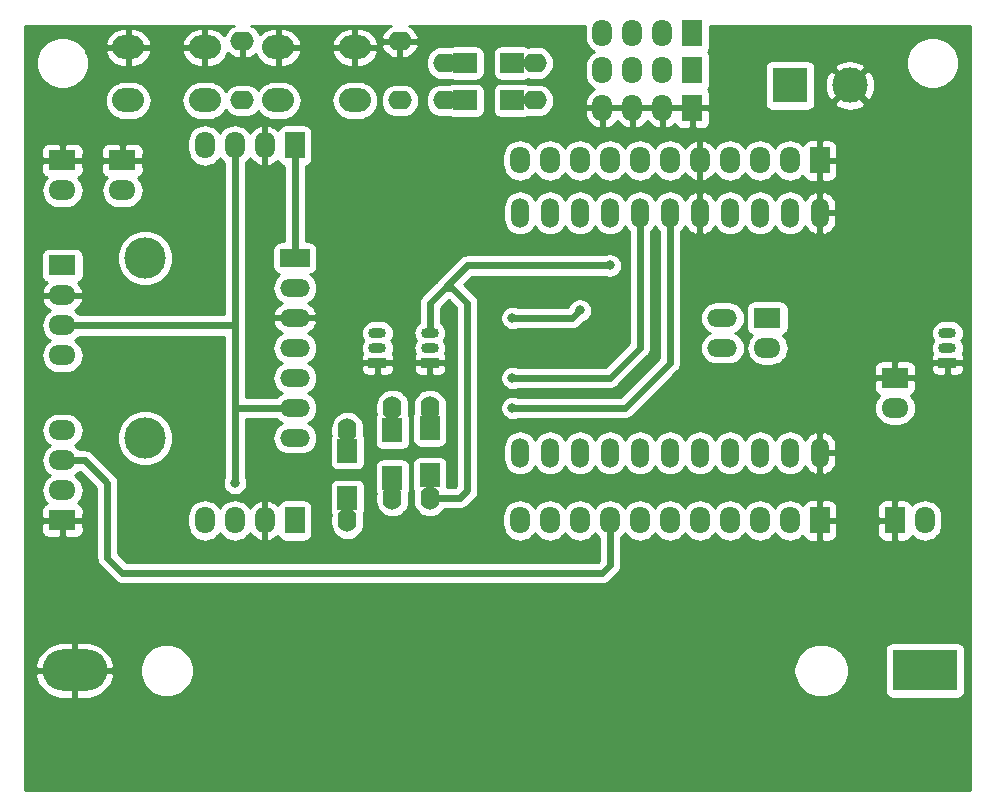
<source format=gtl>
G04 #@! TF.GenerationSoftware,KiCad,Pcbnew,(5.1.6)-1*
G04 #@! TF.CreationDate,2020-10-11T12:38:22+02:00*
G04 #@! TF.ProjectId,AdaptaddorCubeCell,41646170-7461-4646-946f-724375626543,1.0*
G04 #@! TF.SameCoordinates,Original*
G04 #@! TF.FileFunction,Copper,L1,Top*
G04 #@! TF.FilePolarity,Positive*
%FSLAX46Y46*%
G04 Gerber Fmt 4.6, Leading zero omitted, Abs format (unit mm)*
G04 Created by KiCad (PCBNEW (5.1.6)-1) date 2020-10-11 12:38:22*
%MOMM*%
%LPD*%
G01*
G04 APERTURE LIST*
G04 #@! TA.AperFunction,ComponentPad*
%ADD10O,2.524000X1.524000*%
G04 #@! TD*
G04 #@! TA.AperFunction,ComponentPad*
%ADD11C,3.510000*%
G04 #@! TD*
G04 #@! TA.AperFunction,ComponentPad*
%ADD12R,2.524000X1.524000*%
G04 #@! TD*
G04 #@! TA.AperFunction,ComponentPad*
%ADD13R,5.500000X3.500000*%
G04 #@! TD*
G04 #@! TA.AperFunction,ComponentPad*
%ADD14O,5.500000X3.500000*%
G04 #@! TD*
G04 #@! TA.AperFunction,ComponentPad*
%ADD15O,2.000000X1.600000*%
G04 #@! TD*
G04 #@! TA.AperFunction,ComponentPad*
%ADD16O,1.600000X2.000000*%
G04 #@! TD*
G04 #@! TA.AperFunction,ComponentPad*
%ADD17O,2.700000X2.000000*%
G04 #@! TD*
G04 #@! TA.AperFunction,ComponentPad*
%ADD18O,1.524000X2.524000*%
G04 #@! TD*
G04 #@! TA.AperFunction,ComponentPad*
%ADD19R,1.700000X2.300000*%
G04 #@! TD*
G04 #@! TA.AperFunction,ComponentPad*
%ADD20O,1.700000X2.300000*%
G04 #@! TD*
G04 #@! TA.AperFunction,ComponentPad*
%ADD21R,2.300000X1.700000*%
G04 #@! TD*
G04 #@! TA.AperFunction,ComponentPad*
%ADD22O,2.300000X1.700000*%
G04 #@! TD*
G04 #@! TA.AperFunction,ComponentPad*
%ADD23C,3.000000*%
G04 #@! TD*
G04 #@! TA.AperFunction,ComponentPad*
%ADD24R,3.000000X3.000000*%
G04 #@! TD*
G04 #@! TA.AperFunction,SMDPad,CuDef*
%ADD25R,1.700000X2.000000*%
G04 #@! TD*
G04 #@! TA.AperFunction,SMDPad,CuDef*
%ADD26R,2.000000X1.700000*%
G04 #@! TD*
G04 #@! TA.AperFunction,ComponentPad*
%ADD27R,1.500000X0.900000*%
G04 #@! TD*
G04 #@! TA.AperFunction,ComponentPad*
%ADD28O,1.500000X0.900000*%
G04 #@! TD*
G04 #@! TA.AperFunction,ViaPad*
%ADD29C,2.000000*%
G04 #@! TD*
G04 #@! TA.AperFunction,ViaPad*
%ADD30C,0.800000*%
G04 #@! TD*
G04 #@! TA.AperFunction,Conductor*
%ADD31C,0.600000*%
G04 #@! TD*
G04 #@! TA.AperFunction,Conductor*
%ADD32C,0.254000*%
G04 #@! TD*
G04 APERTURE END LIST*
D10*
X112395000Y-101600000D03*
X112395000Y-99060000D03*
X112395000Y-96520000D03*
X112395000Y-93980000D03*
X112395000Y-91440000D03*
D11*
X99695000Y-101600000D03*
D12*
X112395000Y-86360000D03*
D10*
X112395000Y-88900000D03*
D11*
X99695000Y-86360000D03*
D13*
X165735000Y-121285000D03*
D14*
X93735000Y-121285000D03*
D15*
X121285000Y-73025000D03*
X121285000Y-68025000D03*
X107950000Y-68025000D03*
X107950000Y-73025000D03*
X125095000Y-73025000D03*
X132715000Y-73025000D03*
X132715000Y-69850000D03*
X125095000Y-69850000D03*
D16*
X116840000Y-100965000D03*
X116840000Y-108585000D03*
X120650000Y-106680000D03*
X120650000Y-99060000D03*
D17*
X110975000Y-73025000D03*
X110975000Y-68525000D03*
X117475000Y-73025000D03*
X117475000Y-68525000D03*
X104775000Y-68525000D03*
X104775000Y-73025000D03*
X98275000Y-68525000D03*
X98275000Y-73025000D03*
D10*
X148590000Y-93980000D03*
X148590000Y-91440000D03*
D18*
X131445000Y-102870000D03*
X133985000Y-102870000D03*
X136525000Y-102870000D03*
X139065000Y-102870000D03*
X141605000Y-102870000D03*
X144145000Y-102870000D03*
X146685000Y-102870000D03*
X149225000Y-102870000D03*
X151765000Y-102870000D03*
X154305000Y-102870000D03*
X131445000Y-82550000D03*
X133985000Y-82550000D03*
X136525000Y-82550000D03*
X139065000Y-82550000D03*
X141605000Y-82550000D03*
X144145000Y-82550000D03*
X146685000Y-82550000D03*
X149225000Y-82550000D03*
X151765000Y-82550000D03*
X154305000Y-82550000D03*
X156845000Y-102870000D03*
X156845000Y-82550000D03*
D19*
X156845000Y-78105000D03*
D20*
X154305000Y-78105000D03*
X151765000Y-78105000D03*
X149225000Y-78105000D03*
X146685000Y-78105000D03*
X144145000Y-78105000D03*
X141605000Y-78105000D03*
X139065000Y-78105000D03*
X136525000Y-78105000D03*
X133985000Y-78105000D03*
X131445000Y-78105000D03*
D19*
X156845000Y-108585000D03*
D20*
X154305000Y-108585000D03*
X151765000Y-108585000D03*
X149225000Y-108585000D03*
X146685000Y-108585000D03*
X144145000Y-108585000D03*
X141605000Y-108585000D03*
X139065000Y-108585000D03*
X136525000Y-108585000D03*
X133985000Y-108585000D03*
X131445000Y-108585000D03*
D21*
X152400000Y-91440000D03*
D22*
X152400000Y-93980000D03*
D21*
X163195000Y-96520000D03*
D22*
X163195000Y-99060000D03*
D19*
X163195000Y-108585000D03*
D20*
X165735000Y-108585000D03*
D21*
X97790000Y-78105000D03*
D22*
X97790000Y-80645000D03*
D21*
X92710000Y-78105000D03*
D22*
X92710000Y-80645000D03*
D19*
X112395000Y-76835000D03*
D20*
X109855000Y-76835000D03*
X107315000Y-76835000D03*
X104775000Y-76835000D03*
D19*
X112395000Y-108585000D03*
D20*
X109855000Y-108585000D03*
X107315000Y-108585000D03*
X104775000Y-108585000D03*
D23*
X159385000Y-71755000D03*
D24*
X154305000Y-71755000D03*
D16*
X123825000Y-106680000D03*
X123825000Y-99060000D03*
D25*
X123825000Y-100775000D03*
X123825000Y-104775000D03*
D26*
X126810000Y-73025000D03*
X130810000Y-73025000D03*
X130810000Y-69850000D03*
X126810000Y-69850000D03*
D25*
X120650000Y-100965000D03*
X120650000Y-104965000D03*
X116840000Y-102680000D03*
X116840000Y-106680000D03*
D27*
X123825000Y-95250000D03*
D28*
X123825000Y-92710000D03*
X123825000Y-93980000D03*
X119380000Y-93980000D03*
X119380000Y-92710000D03*
D27*
X119380000Y-95250000D03*
X167640000Y-95250000D03*
D28*
X167640000Y-92710000D03*
X167640000Y-93980000D03*
D22*
X92710000Y-94615000D03*
X92710000Y-92075000D03*
X92710000Y-89535000D03*
D21*
X92710000Y-86995000D03*
D22*
X92710000Y-100965000D03*
X92710000Y-103505000D03*
X92710000Y-106045000D03*
D21*
X92710000Y-108585000D03*
D20*
X138430000Y-70485000D03*
X140970000Y-70485000D03*
X143510000Y-70485000D03*
D19*
X146050000Y-70485000D03*
X146050000Y-73660000D03*
D20*
X143510000Y-73660000D03*
X140970000Y-73660000D03*
X138430000Y-73660000D03*
X138430000Y-67310000D03*
X140970000Y-67310000D03*
X143510000Y-67310000D03*
D19*
X146050000Y-67310000D03*
D29*
X156845000Y-85725000D03*
D30*
X130810000Y-96520000D03*
X130810000Y-99060000D03*
X107315000Y-105410000D03*
X139065000Y-86995000D03*
X130810000Y-91440000D03*
X136525000Y-90805000D03*
D31*
X125095000Y-73025000D02*
X126810000Y-73025000D01*
X116840000Y-102680000D02*
X116840000Y-100965000D01*
X130810000Y-96520000D02*
X139065000Y-96520000D01*
X141605000Y-93980000D02*
X141605000Y-82550000D01*
X139065000Y-96520000D02*
X141605000Y-93980000D01*
X120650000Y-100965000D02*
X120650000Y-99060000D01*
X107315000Y-76835000D02*
X107315000Y-92075000D01*
X144145000Y-82550000D02*
X144145000Y-95250000D01*
X144145000Y-95250000D02*
X140335000Y-99060000D01*
X140335000Y-99060000D02*
X130810000Y-99060000D01*
X92710000Y-92075000D02*
X100330000Y-92075000D01*
X100330000Y-92075000D02*
X107315000Y-92075000D01*
X112395000Y-99060000D02*
X107315000Y-99060000D01*
X107315000Y-105410000D02*
X107315000Y-99060000D01*
X107315000Y-99060000D02*
X107315000Y-92075000D01*
X123825000Y-106680000D02*
X123825000Y-104775000D01*
X120650000Y-106680000D02*
X120650000Y-104965000D01*
X116840000Y-108585000D02*
X116840000Y-106680000D01*
X139065000Y-86995000D02*
X127000000Y-86995000D01*
X123825000Y-90170000D02*
X123825000Y-92710000D01*
X125095000Y-88900000D02*
X125730000Y-88900000D01*
X127000000Y-86995000D02*
X125095000Y-88900000D01*
X125095000Y-88900000D02*
X123825000Y-90170000D01*
X125730000Y-88900000D02*
X127000000Y-90170000D01*
X127000000Y-90170000D02*
X127000000Y-106045000D01*
X126365000Y-106680000D02*
X123825000Y-106680000D01*
X127000000Y-106045000D02*
X126365000Y-106680000D01*
X112395000Y-76835000D02*
X112395000Y-86360000D01*
X130810000Y-69850000D02*
X132715000Y-69850000D01*
X130810000Y-73025000D02*
X132715000Y-73025000D01*
X125095000Y-69850000D02*
X126810000Y-69850000D01*
X123825000Y-100775000D02*
X123825000Y-99060000D01*
X130810000Y-91440000D02*
X135890000Y-91440000D01*
X135890000Y-91440000D02*
X136525000Y-90805000D01*
X139065000Y-112395000D02*
X139065000Y-108585000D01*
X94615000Y-103505000D02*
X96520000Y-105410000D01*
X92710000Y-103505000D02*
X94615000Y-103505000D01*
X96520000Y-105410000D02*
X96520000Y-111760000D01*
X138430000Y-113030000D02*
X139065000Y-112395000D01*
X97790000Y-113030000D02*
X138430000Y-113030000D01*
X96520000Y-111760000D02*
X97790000Y-113030000D01*
D32*
G36*
X107060773Y-66760570D02*
G01*
X106827338Y-66919327D01*
X106629361Y-67120575D01*
X106474449Y-67356579D01*
X106410313Y-67515078D01*
X106370922Y-67458683D01*
X106138954Y-67236105D01*
X105868020Y-67063058D01*
X105568532Y-66946193D01*
X105252000Y-66890000D01*
X104902000Y-66890000D01*
X104902000Y-68398000D01*
X104922000Y-68398000D01*
X104922000Y-68652000D01*
X104902000Y-68652000D01*
X104902000Y-70160000D01*
X105252000Y-70160000D01*
X105568532Y-70103807D01*
X105868020Y-69986942D01*
X106138954Y-69813895D01*
X106370922Y-69591317D01*
X106555010Y-69327761D01*
X106684144Y-69033355D01*
X106693519Y-68994643D01*
X106827338Y-69130673D01*
X107060773Y-69289430D01*
X107320694Y-69399596D01*
X107597113Y-69456937D01*
X107823000Y-69304474D01*
X107823000Y-68152000D01*
X107803000Y-68152000D01*
X107803000Y-67898000D01*
X107823000Y-67898000D01*
X107823000Y-67878000D01*
X108077000Y-67878000D01*
X108077000Y-67898000D01*
X108097000Y-67898000D01*
X108097000Y-68152000D01*
X108077000Y-68152000D01*
X108077000Y-69304474D01*
X108302887Y-69456937D01*
X108579306Y-69399596D01*
X108839227Y-69289430D01*
X109072662Y-69130673D01*
X109097478Y-69105447D01*
X109194990Y-69327761D01*
X109379078Y-69591317D01*
X109611046Y-69813895D01*
X109881980Y-69986942D01*
X110181468Y-70103807D01*
X110498000Y-70160000D01*
X110848000Y-70160000D01*
X110848000Y-68652000D01*
X111102000Y-68652000D01*
X111102000Y-70160000D01*
X111452000Y-70160000D01*
X111768532Y-70103807D01*
X112068020Y-69986942D01*
X112338954Y-69813895D01*
X112570922Y-69591317D01*
X112755010Y-69327761D01*
X112884144Y-69033355D01*
X112915124Y-68905434D01*
X115534876Y-68905434D01*
X115565856Y-69033355D01*
X115694990Y-69327761D01*
X115879078Y-69591317D01*
X116111046Y-69813895D01*
X116381980Y-69986942D01*
X116681468Y-70103807D01*
X116998000Y-70160000D01*
X117348000Y-70160000D01*
X117348000Y-68652000D01*
X117602000Y-68652000D01*
X117602000Y-70160000D01*
X117952000Y-70160000D01*
X118268532Y-70103807D01*
X118568020Y-69986942D01*
X118782425Y-69850000D01*
X123453057Y-69850000D01*
X123480764Y-70131309D01*
X123562818Y-70401808D01*
X123696068Y-70651101D01*
X123875392Y-70869608D01*
X124093899Y-71048932D01*
X124343192Y-71182182D01*
X124613691Y-71264236D01*
X124824508Y-71285000D01*
X125365492Y-71285000D01*
X125527538Y-71269040D01*
X125565820Y-71289502D01*
X125685518Y-71325812D01*
X125810000Y-71338072D01*
X127810000Y-71338072D01*
X127934482Y-71325812D01*
X128054180Y-71289502D01*
X128164494Y-71230537D01*
X128261185Y-71151185D01*
X128340537Y-71054494D01*
X128399502Y-70944180D01*
X128435812Y-70824482D01*
X128448072Y-70700000D01*
X128448072Y-69000000D01*
X129171928Y-69000000D01*
X129171928Y-70700000D01*
X129184188Y-70824482D01*
X129220498Y-70944180D01*
X129279463Y-71054494D01*
X129358815Y-71151185D01*
X129455506Y-71230537D01*
X129565820Y-71289502D01*
X129685518Y-71325812D01*
X129810000Y-71338072D01*
X131810000Y-71338072D01*
X131934482Y-71325812D01*
X132054180Y-71289502D01*
X132149326Y-71238645D01*
X132233691Y-71264236D01*
X132444508Y-71285000D01*
X132985492Y-71285000D01*
X133196309Y-71264236D01*
X133466808Y-71182182D01*
X133716101Y-71048932D01*
X133934608Y-70869608D01*
X134113932Y-70651101D01*
X134247182Y-70401808D01*
X134329236Y-70131309D01*
X134356943Y-69850000D01*
X134329236Y-69568691D01*
X134247182Y-69298192D01*
X134113932Y-69048899D01*
X133934608Y-68830392D01*
X133716101Y-68651068D01*
X133466808Y-68517818D01*
X133196309Y-68435764D01*
X132985492Y-68415000D01*
X132444508Y-68415000D01*
X132233691Y-68435764D01*
X132149326Y-68461355D01*
X132054180Y-68410498D01*
X131934482Y-68374188D01*
X131810000Y-68361928D01*
X129810000Y-68361928D01*
X129685518Y-68374188D01*
X129565820Y-68410498D01*
X129455506Y-68469463D01*
X129358815Y-68548815D01*
X129279463Y-68645506D01*
X129220498Y-68755820D01*
X129184188Y-68875518D01*
X129171928Y-69000000D01*
X128448072Y-69000000D01*
X128435812Y-68875518D01*
X128399502Y-68755820D01*
X128340537Y-68645506D01*
X128261185Y-68548815D01*
X128164494Y-68469463D01*
X128054180Y-68410498D01*
X127934482Y-68374188D01*
X127810000Y-68361928D01*
X125810000Y-68361928D01*
X125685518Y-68374188D01*
X125565820Y-68410498D01*
X125527538Y-68430960D01*
X125365492Y-68415000D01*
X124824508Y-68415000D01*
X124613691Y-68435764D01*
X124343192Y-68517818D01*
X124093899Y-68651068D01*
X123875392Y-68830392D01*
X123696068Y-69048899D01*
X123562818Y-69298192D01*
X123480764Y-69568691D01*
X123453057Y-69850000D01*
X118782425Y-69850000D01*
X118838954Y-69813895D01*
X119070922Y-69591317D01*
X119255010Y-69327761D01*
X119384144Y-69033355D01*
X119415124Y-68905434D01*
X119295777Y-68652000D01*
X117602000Y-68652000D01*
X117348000Y-68652000D01*
X115654223Y-68652000D01*
X115534876Y-68905434D01*
X112915124Y-68905434D01*
X112795777Y-68652000D01*
X111102000Y-68652000D01*
X110848000Y-68652000D01*
X110828000Y-68652000D01*
X110828000Y-68398000D01*
X110848000Y-68398000D01*
X110848000Y-66890000D01*
X111102000Y-66890000D01*
X111102000Y-68398000D01*
X112795777Y-68398000D01*
X112915124Y-68144566D01*
X115534876Y-68144566D01*
X115654223Y-68398000D01*
X117348000Y-68398000D01*
X117348000Y-66890000D01*
X117602000Y-66890000D01*
X117602000Y-68398000D01*
X119295777Y-68398000D01*
X119307060Y-68374039D01*
X119693096Y-68374039D01*
X119703556Y-68431730D01*
X119809449Y-68693421D01*
X119964361Y-68929425D01*
X120162338Y-69130673D01*
X120395773Y-69289430D01*
X120655694Y-69399596D01*
X120932113Y-69456937D01*
X121158000Y-69304474D01*
X121158000Y-68152000D01*
X121412000Y-68152000D01*
X121412000Y-69304474D01*
X121637887Y-69456937D01*
X121914306Y-69399596D01*
X122174227Y-69289430D01*
X122407662Y-69130673D01*
X122605639Y-68929425D01*
X122760551Y-68693421D01*
X122866444Y-68431730D01*
X122876904Y-68374039D01*
X122754915Y-68152000D01*
X121412000Y-68152000D01*
X121158000Y-68152000D01*
X119815085Y-68152000D01*
X119693096Y-68374039D01*
X119307060Y-68374039D01*
X119415124Y-68144566D01*
X119384144Y-68016645D01*
X119255010Y-67722239D01*
X119070922Y-67458683D01*
X118838954Y-67236105D01*
X118568020Y-67063058D01*
X118268532Y-66946193D01*
X117952000Y-66890000D01*
X117602000Y-66890000D01*
X117348000Y-66890000D01*
X116998000Y-66890000D01*
X116681468Y-66946193D01*
X116381980Y-67063058D01*
X116111046Y-67236105D01*
X115879078Y-67458683D01*
X115694990Y-67722239D01*
X115565856Y-68016645D01*
X115534876Y-68144566D01*
X112915124Y-68144566D01*
X112884144Y-68016645D01*
X112755010Y-67722239D01*
X112570922Y-67458683D01*
X112338954Y-67236105D01*
X112068020Y-67063058D01*
X111768532Y-66946193D01*
X111452000Y-66890000D01*
X111102000Y-66890000D01*
X110848000Y-66890000D01*
X110498000Y-66890000D01*
X110181468Y-66946193D01*
X109881980Y-67063058D01*
X109611046Y-67236105D01*
X109442315Y-67398006D01*
X109425551Y-67356579D01*
X109270639Y-67120575D01*
X109072662Y-66919327D01*
X108839227Y-66760570D01*
X108696321Y-66700000D01*
X120538679Y-66700000D01*
X120395773Y-66760570D01*
X120162338Y-66919327D01*
X119964361Y-67120575D01*
X119809449Y-67356579D01*
X119703556Y-67618270D01*
X119693096Y-67675961D01*
X119815085Y-67898000D01*
X121158000Y-67898000D01*
X121158000Y-67878000D01*
X121412000Y-67878000D01*
X121412000Y-67898000D01*
X122754915Y-67898000D01*
X122876904Y-67675961D01*
X122866444Y-67618270D01*
X122760551Y-67356579D01*
X122605639Y-67120575D01*
X122407662Y-66919327D01*
X122174227Y-66760570D01*
X122031321Y-66700000D01*
X136972217Y-66700000D01*
X136966487Y-66718889D01*
X136945000Y-66937050D01*
X136945000Y-67682949D01*
X136966487Y-67901110D01*
X137051401Y-68181033D01*
X137189294Y-68439013D01*
X137374866Y-68665134D01*
X137600986Y-68850706D01*
X137688532Y-68897500D01*
X137600987Y-68944294D01*
X137374866Y-69129866D01*
X137189294Y-69355986D01*
X137051401Y-69613966D01*
X136966487Y-69893889D01*
X136945000Y-70112050D01*
X136945000Y-70857949D01*
X136966487Y-71076110D01*
X137051401Y-71356033D01*
X137189294Y-71614013D01*
X137374866Y-71840134D01*
X137600986Y-72025706D01*
X137686363Y-72071341D01*
X137469748Y-72220143D01*
X137265824Y-72429381D01*
X137106639Y-72674382D01*
X136998310Y-72945731D01*
X136945000Y-73233000D01*
X136945000Y-73533000D01*
X138303000Y-73533000D01*
X138303000Y-73513000D01*
X138557000Y-73513000D01*
X138557000Y-73533000D01*
X140843000Y-73533000D01*
X140843000Y-73513000D01*
X141097000Y-73513000D01*
X141097000Y-73533000D01*
X143383000Y-73533000D01*
X143383000Y-73513000D01*
X143637000Y-73513000D01*
X143637000Y-73533000D01*
X145923000Y-73533000D01*
X145923000Y-73513000D01*
X146177000Y-73513000D01*
X146177000Y-73533000D01*
X147376250Y-73533000D01*
X147535000Y-73374250D01*
X147538072Y-72510000D01*
X147525812Y-72385518D01*
X147489502Y-72265820D01*
X147430537Y-72155506D01*
X147362416Y-72072500D01*
X147430537Y-71989494D01*
X147489502Y-71879180D01*
X147525812Y-71759482D01*
X147538072Y-71635000D01*
X147538072Y-70255000D01*
X152166928Y-70255000D01*
X152166928Y-73255000D01*
X152179188Y-73379482D01*
X152215498Y-73499180D01*
X152274463Y-73609494D01*
X152353815Y-73706185D01*
X152450506Y-73785537D01*
X152560820Y-73844502D01*
X152680518Y-73880812D01*
X152805000Y-73893072D01*
X155805000Y-73893072D01*
X155929482Y-73880812D01*
X156049180Y-73844502D01*
X156159494Y-73785537D01*
X156256185Y-73706185D01*
X156335537Y-73609494D01*
X156394502Y-73499180D01*
X156430812Y-73379482D01*
X156443072Y-73255000D01*
X156443072Y-73246653D01*
X158072952Y-73246653D01*
X158228962Y-73562214D01*
X158603745Y-73753020D01*
X159008551Y-73867044D01*
X159427824Y-73899902D01*
X159845451Y-73850334D01*
X160245383Y-73720243D01*
X160541038Y-73562214D01*
X160697048Y-73246653D01*
X159385000Y-71934605D01*
X158072952Y-73246653D01*
X156443072Y-73246653D01*
X156443072Y-71797824D01*
X157240098Y-71797824D01*
X157289666Y-72215451D01*
X157419757Y-72615383D01*
X157577786Y-72911038D01*
X157893347Y-73067048D01*
X159205395Y-71755000D01*
X159564605Y-71755000D01*
X160876653Y-73067048D01*
X161192214Y-72911038D01*
X161383020Y-72536255D01*
X161497044Y-72131449D01*
X161529902Y-71712176D01*
X161480334Y-71294549D01*
X161350243Y-70894617D01*
X161192214Y-70598962D01*
X160876653Y-70442952D01*
X159564605Y-71755000D01*
X159205395Y-71755000D01*
X157893347Y-70442952D01*
X157577786Y-70598962D01*
X157386980Y-70973745D01*
X157272956Y-71378551D01*
X157240098Y-71797824D01*
X156443072Y-71797824D01*
X156443072Y-70263347D01*
X158072952Y-70263347D01*
X159385000Y-71575395D01*
X160697048Y-70263347D01*
X160541038Y-69947786D01*
X160166255Y-69756980D01*
X159761449Y-69642956D01*
X159594496Y-69629872D01*
X164135000Y-69629872D01*
X164135000Y-70070128D01*
X164220890Y-70501925D01*
X164389369Y-70908669D01*
X164633962Y-71274729D01*
X164945271Y-71586038D01*
X165311331Y-71830631D01*
X165718075Y-71999110D01*
X166149872Y-72085000D01*
X166590128Y-72085000D01*
X167021925Y-71999110D01*
X167428669Y-71830631D01*
X167794729Y-71586038D01*
X168106038Y-71274729D01*
X168350631Y-70908669D01*
X168519110Y-70501925D01*
X168605000Y-70070128D01*
X168605000Y-69629872D01*
X168519110Y-69198075D01*
X168350631Y-68791331D01*
X168106038Y-68425271D01*
X167794729Y-68113962D01*
X167428669Y-67869369D01*
X167021925Y-67700890D01*
X166590128Y-67615000D01*
X166149872Y-67615000D01*
X165718075Y-67700890D01*
X165311331Y-67869369D01*
X164945271Y-68113962D01*
X164633962Y-68425271D01*
X164389369Y-68791331D01*
X164220890Y-69198075D01*
X164135000Y-69629872D01*
X159594496Y-69629872D01*
X159342176Y-69610098D01*
X158924549Y-69659666D01*
X158524617Y-69789757D01*
X158228962Y-69947786D01*
X158072952Y-70263347D01*
X156443072Y-70263347D01*
X156443072Y-70255000D01*
X156430812Y-70130518D01*
X156394502Y-70010820D01*
X156335537Y-69900506D01*
X156256185Y-69803815D01*
X156159494Y-69724463D01*
X156049180Y-69665498D01*
X155929482Y-69629188D01*
X155805000Y-69616928D01*
X152805000Y-69616928D01*
X152680518Y-69629188D01*
X152560820Y-69665498D01*
X152450506Y-69724463D01*
X152353815Y-69803815D01*
X152274463Y-69900506D01*
X152215498Y-70010820D01*
X152179188Y-70130518D01*
X152166928Y-70255000D01*
X147538072Y-70255000D01*
X147538072Y-69335000D01*
X147525812Y-69210518D01*
X147489502Y-69090820D01*
X147430537Y-68980506D01*
X147362416Y-68897500D01*
X147430537Y-68814494D01*
X147489502Y-68704180D01*
X147525812Y-68584482D01*
X147538072Y-68460000D01*
X147538072Y-66700000D01*
X169520000Y-66700000D01*
X169520001Y-131420000D01*
X89560000Y-131420000D01*
X89560000Y-121783003D01*
X90402573Y-121783003D01*
X90482947Y-122080368D01*
X90681388Y-122504439D01*
X90958748Y-122881648D01*
X91304369Y-123197498D01*
X91704968Y-123439852D01*
X92145150Y-123599396D01*
X92608000Y-123670000D01*
X93608000Y-123670000D01*
X93608000Y-121412000D01*
X93862000Y-121412000D01*
X93862000Y-123670000D01*
X94862000Y-123670000D01*
X95324850Y-123599396D01*
X95765032Y-123439852D01*
X96165631Y-123197498D01*
X96511252Y-122881648D01*
X96788612Y-122504439D01*
X96987053Y-122080368D01*
X97067427Y-121783003D01*
X96957625Y-121412000D01*
X93862000Y-121412000D01*
X93608000Y-121412000D01*
X90512375Y-121412000D01*
X90402573Y-121783003D01*
X89560000Y-121783003D01*
X89560000Y-120786997D01*
X90402573Y-120786997D01*
X90512375Y-121158000D01*
X93608000Y-121158000D01*
X93608000Y-118900000D01*
X93862000Y-118900000D01*
X93862000Y-121158000D01*
X96957625Y-121158000D01*
X96985187Y-121064872D01*
X99245000Y-121064872D01*
X99245000Y-121505128D01*
X99330890Y-121936925D01*
X99499369Y-122343669D01*
X99743962Y-122709729D01*
X100055271Y-123021038D01*
X100421331Y-123265631D01*
X100828075Y-123434110D01*
X101259872Y-123520000D01*
X101820128Y-123520000D01*
X102251925Y-123434110D01*
X102658669Y-123265631D01*
X103024729Y-123021038D01*
X103336038Y-122709729D01*
X103580631Y-122343669D01*
X103749110Y-121936925D01*
X103835000Y-121505128D01*
X103835000Y-121064872D01*
X154610000Y-121064872D01*
X154610000Y-121505128D01*
X154695890Y-121936925D01*
X154864369Y-122343669D01*
X155108962Y-122709729D01*
X155420271Y-123021038D01*
X155786331Y-123265631D01*
X156193075Y-123434110D01*
X156624872Y-123520000D01*
X157310128Y-123520000D01*
X157741925Y-123434110D01*
X158148669Y-123265631D01*
X158514729Y-123021038D01*
X158826038Y-122709729D01*
X159070631Y-122343669D01*
X159239110Y-121936925D01*
X159325000Y-121505128D01*
X159325000Y-121064872D01*
X159239110Y-120633075D01*
X159070631Y-120226331D01*
X158826038Y-119860271D01*
X158514729Y-119548962D01*
X158493834Y-119535000D01*
X162346928Y-119535000D01*
X162346928Y-123035000D01*
X162359188Y-123159482D01*
X162395498Y-123279180D01*
X162454463Y-123389494D01*
X162533815Y-123486185D01*
X162630506Y-123565537D01*
X162740820Y-123624502D01*
X162860518Y-123660812D01*
X162985000Y-123673072D01*
X168485000Y-123673072D01*
X168609482Y-123660812D01*
X168729180Y-123624502D01*
X168839494Y-123565537D01*
X168936185Y-123486185D01*
X169015537Y-123389494D01*
X169074502Y-123279180D01*
X169110812Y-123159482D01*
X169123072Y-123035000D01*
X169123072Y-119535000D01*
X169110812Y-119410518D01*
X169074502Y-119290820D01*
X169015537Y-119180506D01*
X168936185Y-119083815D01*
X168839494Y-119004463D01*
X168729180Y-118945498D01*
X168609482Y-118909188D01*
X168485000Y-118896928D01*
X162985000Y-118896928D01*
X162860518Y-118909188D01*
X162740820Y-118945498D01*
X162630506Y-119004463D01*
X162533815Y-119083815D01*
X162454463Y-119180506D01*
X162395498Y-119290820D01*
X162359188Y-119410518D01*
X162346928Y-119535000D01*
X158493834Y-119535000D01*
X158148669Y-119304369D01*
X157741925Y-119135890D01*
X157310128Y-119050000D01*
X156624872Y-119050000D01*
X156193075Y-119135890D01*
X155786331Y-119304369D01*
X155420271Y-119548962D01*
X155108962Y-119860271D01*
X154864369Y-120226331D01*
X154695890Y-120633075D01*
X154610000Y-121064872D01*
X103835000Y-121064872D01*
X103749110Y-120633075D01*
X103580631Y-120226331D01*
X103336038Y-119860271D01*
X103024729Y-119548962D01*
X102658669Y-119304369D01*
X102251925Y-119135890D01*
X101820128Y-119050000D01*
X101259872Y-119050000D01*
X100828075Y-119135890D01*
X100421331Y-119304369D01*
X100055271Y-119548962D01*
X99743962Y-119860271D01*
X99499369Y-120226331D01*
X99330890Y-120633075D01*
X99245000Y-121064872D01*
X96985187Y-121064872D01*
X97067427Y-120786997D01*
X96987053Y-120489632D01*
X96788612Y-120065561D01*
X96511252Y-119688352D01*
X96165631Y-119372502D01*
X95765032Y-119130148D01*
X95324850Y-118970604D01*
X94862000Y-118900000D01*
X93862000Y-118900000D01*
X93608000Y-118900000D01*
X92608000Y-118900000D01*
X92145150Y-118970604D01*
X91704968Y-119130148D01*
X91304369Y-119372502D01*
X90958748Y-119688352D01*
X90681388Y-120065561D01*
X90482947Y-120489632D01*
X90402573Y-120786997D01*
X89560000Y-120786997D01*
X89560000Y-109435000D01*
X90921928Y-109435000D01*
X90934188Y-109559482D01*
X90970498Y-109679180D01*
X91029463Y-109789494D01*
X91108815Y-109886185D01*
X91205506Y-109965537D01*
X91315820Y-110024502D01*
X91435518Y-110060812D01*
X91560000Y-110073072D01*
X92424250Y-110070000D01*
X92583000Y-109911250D01*
X92583000Y-108712000D01*
X92837000Y-108712000D01*
X92837000Y-109911250D01*
X92995750Y-110070000D01*
X93860000Y-110073072D01*
X93984482Y-110060812D01*
X94104180Y-110024502D01*
X94214494Y-109965537D01*
X94311185Y-109886185D01*
X94390537Y-109789494D01*
X94449502Y-109679180D01*
X94485812Y-109559482D01*
X94498072Y-109435000D01*
X94495000Y-108870750D01*
X94336250Y-108712000D01*
X92837000Y-108712000D01*
X92583000Y-108712000D01*
X91083750Y-108712000D01*
X90925000Y-108870750D01*
X90921928Y-109435000D01*
X89560000Y-109435000D01*
X89560000Y-100965000D01*
X90917815Y-100965000D01*
X90946487Y-101256111D01*
X91031401Y-101536034D01*
X91169294Y-101794014D01*
X91354866Y-102020134D01*
X91580986Y-102205706D01*
X91635791Y-102235000D01*
X91580986Y-102264294D01*
X91354866Y-102449866D01*
X91169294Y-102675986D01*
X91031401Y-102933966D01*
X90946487Y-103213889D01*
X90917815Y-103505000D01*
X90946487Y-103796111D01*
X91031401Y-104076034D01*
X91169294Y-104334014D01*
X91354866Y-104560134D01*
X91580986Y-104745706D01*
X91635791Y-104775000D01*
X91580986Y-104804294D01*
X91354866Y-104989866D01*
X91169294Y-105215986D01*
X91031401Y-105473966D01*
X90946487Y-105753889D01*
X90917815Y-106045000D01*
X90946487Y-106336111D01*
X91031401Y-106616034D01*
X91169294Y-106874014D01*
X91354866Y-107100134D01*
X91384687Y-107124607D01*
X91315820Y-107145498D01*
X91205506Y-107204463D01*
X91108815Y-107283815D01*
X91029463Y-107380506D01*
X90970498Y-107490820D01*
X90934188Y-107610518D01*
X90921928Y-107735000D01*
X90925000Y-108299250D01*
X91083750Y-108458000D01*
X92583000Y-108458000D01*
X92583000Y-108438000D01*
X92837000Y-108438000D01*
X92837000Y-108458000D01*
X94336250Y-108458000D01*
X94495000Y-108299250D01*
X94498072Y-107735000D01*
X94485812Y-107610518D01*
X94449502Y-107490820D01*
X94390537Y-107380506D01*
X94311185Y-107283815D01*
X94214494Y-107204463D01*
X94104180Y-107145498D01*
X94035313Y-107124607D01*
X94065134Y-107100134D01*
X94250706Y-106874014D01*
X94388599Y-106616034D01*
X94473513Y-106336111D01*
X94502185Y-106045000D01*
X94473513Y-105753889D01*
X94388599Y-105473966D01*
X94250706Y-105215986D01*
X94065134Y-104989866D01*
X93839014Y-104804294D01*
X93784209Y-104775000D01*
X93839014Y-104745706D01*
X94065134Y-104560134D01*
X94163725Y-104440000D01*
X94227711Y-104440000D01*
X95585000Y-105797289D01*
X95585001Y-111714058D01*
X95580476Y-111760000D01*
X95598529Y-111943291D01*
X95644550Y-112095000D01*
X95651994Y-112119540D01*
X95738815Y-112281972D01*
X95855657Y-112424344D01*
X95891336Y-112453625D01*
X97096374Y-113658664D01*
X97125656Y-113694344D01*
X97268028Y-113811186D01*
X97430460Y-113898007D01*
X97553243Y-113935253D01*
X97606707Y-113951471D01*
X97789999Y-113969524D01*
X97835931Y-113965000D01*
X138384068Y-113965000D01*
X138430000Y-113969524D01*
X138475932Y-113965000D01*
X138613292Y-113951471D01*
X138789540Y-113898007D01*
X138951972Y-113811186D01*
X139094344Y-113694344D01*
X139123630Y-113658659D01*
X139693660Y-113088629D01*
X139729344Y-113059344D01*
X139846186Y-112916972D01*
X139902765Y-112811120D01*
X139933007Y-112754541D01*
X139986472Y-112578292D01*
X140004524Y-112395000D01*
X140000000Y-112349065D01*
X140000000Y-110038725D01*
X140120134Y-109940134D01*
X140305706Y-109714014D01*
X140335000Y-109659208D01*
X140364294Y-109714013D01*
X140549866Y-109940134D01*
X140775986Y-110125706D01*
X141033966Y-110263599D01*
X141313889Y-110348513D01*
X141605000Y-110377185D01*
X141896110Y-110348513D01*
X142176033Y-110263599D01*
X142434013Y-110125706D01*
X142660134Y-109940134D01*
X142845706Y-109714014D01*
X142875000Y-109659208D01*
X142904294Y-109714013D01*
X143089866Y-109940134D01*
X143315986Y-110125706D01*
X143573966Y-110263599D01*
X143853889Y-110348513D01*
X144145000Y-110377185D01*
X144436110Y-110348513D01*
X144716033Y-110263599D01*
X144974013Y-110125706D01*
X145200134Y-109940134D01*
X145385706Y-109714014D01*
X145415000Y-109659208D01*
X145444294Y-109714013D01*
X145629866Y-109940134D01*
X145855986Y-110125706D01*
X146113966Y-110263599D01*
X146393889Y-110348513D01*
X146685000Y-110377185D01*
X146976110Y-110348513D01*
X147256033Y-110263599D01*
X147514013Y-110125706D01*
X147740134Y-109940134D01*
X147925706Y-109714014D01*
X147955000Y-109659208D01*
X147984294Y-109714013D01*
X148169866Y-109940134D01*
X148395986Y-110125706D01*
X148653966Y-110263599D01*
X148933889Y-110348513D01*
X149225000Y-110377185D01*
X149516110Y-110348513D01*
X149796033Y-110263599D01*
X150054013Y-110125706D01*
X150280134Y-109940134D01*
X150465706Y-109714014D01*
X150495000Y-109659208D01*
X150524294Y-109714013D01*
X150709866Y-109940134D01*
X150935986Y-110125706D01*
X151193966Y-110263599D01*
X151473889Y-110348513D01*
X151765000Y-110377185D01*
X152056110Y-110348513D01*
X152336033Y-110263599D01*
X152594013Y-110125706D01*
X152820134Y-109940134D01*
X153005706Y-109714014D01*
X153035000Y-109659208D01*
X153064294Y-109714013D01*
X153249866Y-109940134D01*
X153475986Y-110125706D01*
X153733966Y-110263599D01*
X154013889Y-110348513D01*
X154305000Y-110377185D01*
X154596110Y-110348513D01*
X154876033Y-110263599D01*
X155134013Y-110125706D01*
X155360134Y-109940134D01*
X155384607Y-109910313D01*
X155405498Y-109979180D01*
X155464463Y-110089494D01*
X155543815Y-110186185D01*
X155640506Y-110265537D01*
X155750820Y-110324502D01*
X155870518Y-110360812D01*
X155995000Y-110373072D01*
X156559250Y-110370000D01*
X156718000Y-110211250D01*
X156718000Y-108712000D01*
X156972000Y-108712000D01*
X156972000Y-110211250D01*
X157130750Y-110370000D01*
X157695000Y-110373072D01*
X157819482Y-110360812D01*
X157939180Y-110324502D01*
X158049494Y-110265537D01*
X158146185Y-110186185D01*
X158225537Y-110089494D01*
X158284502Y-109979180D01*
X158320812Y-109859482D01*
X158333072Y-109735000D01*
X161706928Y-109735000D01*
X161719188Y-109859482D01*
X161755498Y-109979180D01*
X161814463Y-110089494D01*
X161893815Y-110186185D01*
X161990506Y-110265537D01*
X162100820Y-110324502D01*
X162220518Y-110360812D01*
X162345000Y-110373072D01*
X162909250Y-110370000D01*
X163068000Y-110211250D01*
X163068000Y-108712000D01*
X161868750Y-108712000D01*
X161710000Y-108870750D01*
X161706928Y-109735000D01*
X158333072Y-109735000D01*
X158330000Y-108870750D01*
X158171250Y-108712000D01*
X156972000Y-108712000D01*
X156718000Y-108712000D01*
X156698000Y-108712000D01*
X156698000Y-108458000D01*
X156718000Y-108458000D01*
X156718000Y-106958750D01*
X156972000Y-106958750D01*
X156972000Y-108458000D01*
X158171250Y-108458000D01*
X158330000Y-108299250D01*
X158333072Y-107435000D01*
X161706928Y-107435000D01*
X161710000Y-108299250D01*
X161868750Y-108458000D01*
X163068000Y-108458000D01*
X163068000Y-106958750D01*
X163322000Y-106958750D01*
X163322000Y-108458000D01*
X163342000Y-108458000D01*
X163342000Y-108712000D01*
X163322000Y-108712000D01*
X163322000Y-110211250D01*
X163480750Y-110370000D01*
X164045000Y-110373072D01*
X164169482Y-110360812D01*
X164289180Y-110324502D01*
X164399494Y-110265537D01*
X164496185Y-110186185D01*
X164575537Y-110089494D01*
X164634502Y-109979180D01*
X164655393Y-109910313D01*
X164679866Y-109940134D01*
X164905987Y-110125706D01*
X165163967Y-110263599D01*
X165443890Y-110348513D01*
X165735000Y-110377185D01*
X166026111Y-110348513D01*
X166306034Y-110263599D01*
X166564014Y-110125706D01*
X166790134Y-109940134D01*
X166975706Y-109714014D01*
X167113599Y-109456034D01*
X167198513Y-109176110D01*
X167220000Y-108957949D01*
X167220000Y-108212050D01*
X167198513Y-107993889D01*
X167113599Y-107713966D01*
X166975706Y-107455986D01*
X166790134Y-107229866D01*
X166564013Y-107044294D01*
X166306033Y-106906401D01*
X166026110Y-106821487D01*
X165735000Y-106792815D01*
X165443889Y-106821487D01*
X165163966Y-106906401D01*
X164905986Y-107044294D01*
X164679866Y-107229866D01*
X164655393Y-107259687D01*
X164634502Y-107190820D01*
X164575537Y-107080506D01*
X164496185Y-106983815D01*
X164399494Y-106904463D01*
X164289180Y-106845498D01*
X164169482Y-106809188D01*
X164045000Y-106796928D01*
X163480750Y-106800000D01*
X163322000Y-106958750D01*
X163068000Y-106958750D01*
X162909250Y-106800000D01*
X162345000Y-106796928D01*
X162220518Y-106809188D01*
X162100820Y-106845498D01*
X161990506Y-106904463D01*
X161893815Y-106983815D01*
X161814463Y-107080506D01*
X161755498Y-107190820D01*
X161719188Y-107310518D01*
X161706928Y-107435000D01*
X158333072Y-107435000D01*
X158320812Y-107310518D01*
X158284502Y-107190820D01*
X158225537Y-107080506D01*
X158146185Y-106983815D01*
X158049494Y-106904463D01*
X157939180Y-106845498D01*
X157819482Y-106809188D01*
X157695000Y-106796928D01*
X157130750Y-106800000D01*
X156972000Y-106958750D01*
X156718000Y-106958750D01*
X156559250Y-106800000D01*
X155995000Y-106796928D01*
X155870518Y-106809188D01*
X155750820Y-106845498D01*
X155640506Y-106904463D01*
X155543815Y-106983815D01*
X155464463Y-107080506D01*
X155405498Y-107190820D01*
X155384607Y-107259687D01*
X155360134Y-107229866D01*
X155134014Y-107044294D01*
X154876034Y-106906401D01*
X154596111Y-106821487D01*
X154305000Y-106792815D01*
X154013890Y-106821487D01*
X153733967Y-106906401D01*
X153475987Y-107044294D01*
X153249866Y-107229866D01*
X153064294Y-107455986D01*
X153035000Y-107510791D01*
X153005706Y-107455986D01*
X152820134Y-107229866D01*
X152594014Y-107044294D01*
X152336034Y-106906401D01*
X152056111Y-106821487D01*
X151765000Y-106792815D01*
X151473890Y-106821487D01*
X151193967Y-106906401D01*
X150935987Y-107044294D01*
X150709866Y-107229866D01*
X150524294Y-107455986D01*
X150495000Y-107510791D01*
X150465706Y-107455986D01*
X150280134Y-107229866D01*
X150054014Y-107044294D01*
X149796034Y-106906401D01*
X149516111Y-106821487D01*
X149225000Y-106792815D01*
X148933890Y-106821487D01*
X148653967Y-106906401D01*
X148395987Y-107044294D01*
X148169866Y-107229866D01*
X147984294Y-107455986D01*
X147955000Y-107510791D01*
X147925706Y-107455986D01*
X147740134Y-107229866D01*
X147514014Y-107044294D01*
X147256034Y-106906401D01*
X146976111Y-106821487D01*
X146685000Y-106792815D01*
X146393890Y-106821487D01*
X146113967Y-106906401D01*
X145855987Y-107044294D01*
X145629866Y-107229866D01*
X145444294Y-107455986D01*
X145415000Y-107510791D01*
X145385706Y-107455986D01*
X145200134Y-107229866D01*
X144974014Y-107044294D01*
X144716034Y-106906401D01*
X144436111Y-106821487D01*
X144145000Y-106792815D01*
X143853890Y-106821487D01*
X143573967Y-106906401D01*
X143315987Y-107044294D01*
X143089866Y-107229866D01*
X142904294Y-107455986D01*
X142875000Y-107510791D01*
X142845706Y-107455986D01*
X142660134Y-107229866D01*
X142434014Y-107044294D01*
X142176034Y-106906401D01*
X141896111Y-106821487D01*
X141605000Y-106792815D01*
X141313890Y-106821487D01*
X141033967Y-106906401D01*
X140775987Y-107044294D01*
X140549866Y-107229866D01*
X140364294Y-107455986D01*
X140335000Y-107510791D01*
X140305706Y-107455986D01*
X140120134Y-107229866D01*
X139894014Y-107044294D01*
X139636034Y-106906401D01*
X139356111Y-106821487D01*
X139065000Y-106792815D01*
X138773890Y-106821487D01*
X138493967Y-106906401D01*
X138235987Y-107044294D01*
X138009866Y-107229866D01*
X137824294Y-107455986D01*
X137795000Y-107510791D01*
X137765706Y-107455986D01*
X137580134Y-107229866D01*
X137354014Y-107044294D01*
X137096034Y-106906401D01*
X136816111Y-106821487D01*
X136525000Y-106792815D01*
X136233890Y-106821487D01*
X135953967Y-106906401D01*
X135695987Y-107044294D01*
X135469866Y-107229866D01*
X135284294Y-107455986D01*
X135255000Y-107510791D01*
X135225706Y-107455986D01*
X135040134Y-107229866D01*
X134814014Y-107044294D01*
X134556034Y-106906401D01*
X134276111Y-106821487D01*
X133985000Y-106792815D01*
X133693890Y-106821487D01*
X133413967Y-106906401D01*
X133155987Y-107044294D01*
X132929866Y-107229866D01*
X132744294Y-107455986D01*
X132715000Y-107510791D01*
X132685706Y-107455986D01*
X132500134Y-107229866D01*
X132274014Y-107044294D01*
X132016034Y-106906401D01*
X131736111Y-106821487D01*
X131445000Y-106792815D01*
X131153890Y-106821487D01*
X130873967Y-106906401D01*
X130615987Y-107044294D01*
X130389866Y-107229866D01*
X130204294Y-107455986D01*
X130066401Y-107713966D01*
X129981487Y-107993889D01*
X129960000Y-108212050D01*
X129960000Y-108957949D01*
X129981487Y-109176110D01*
X130066401Y-109456033D01*
X130204294Y-109714013D01*
X130389866Y-109940134D01*
X130615986Y-110125706D01*
X130873966Y-110263599D01*
X131153889Y-110348513D01*
X131445000Y-110377185D01*
X131736110Y-110348513D01*
X132016033Y-110263599D01*
X132274013Y-110125706D01*
X132500134Y-109940134D01*
X132685706Y-109714014D01*
X132715000Y-109659208D01*
X132744294Y-109714013D01*
X132929866Y-109940134D01*
X133155986Y-110125706D01*
X133413966Y-110263599D01*
X133693889Y-110348513D01*
X133985000Y-110377185D01*
X134276110Y-110348513D01*
X134556033Y-110263599D01*
X134814013Y-110125706D01*
X135040134Y-109940134D01*
X135225706Y-109714014D01*
X135255000Y-109659208D01*
X135284294Y-109714013D01*
X135469866Y-109940134D01*
X135695986Y-110125706D01*
X135953966Y-110263599D01*
X136233889Y-110348513D01*
X136525000Y-110377185D01*
X136816110Y-110348513D01*
X137096033Y-110263599D01*
X137354013Y-110125706D01*
X137580134Y-109940134D01*
X137765706Y-109714014D01*
X137795000Y-109659208D01*
X137824294Y-109714013D01*
X138009866Y-109940134D01*
X138130001Y-110038726D01*
X138130000Y-112007711D01*
X138042711Y-112095000D01*
X98177290Y-112095000D01*
X97455000Y-111372711D01*
X97455000Y-108212050D01*
X103290000Y-108212050D01*
X103290000Y-108957949D01*
X103311487Y-109176110D01*
X103396401Y-109456033D01*
X103534294Y-109714013D01*
X103719866Y-109940134D01*
X103945986Y-110125706D01*
X104203966Y-110263599D01*
X104483889Y-110348513D01*
X104775000Y-110377185D01*
X105066110Y-110348513D01*
X105346033Y-110263599D01*
X105604013Y-110125706D01*
X105830134Y-109940134D01*
X106015706Y-109714014D01*
X106045000Y-109659208D01*
X106074294Y-109714013D01*
X106259866Y-109940134D01*
X106485986Y-110125706D01*
X106743966Y-110263599D01*
X107023889Y-110348513D01*
X107315000Y-110377185D01*
X107606110Y-110348513D01*
X107886033Y-110263599D01*
X108144013Y-110125706D01*
X108370134Y-109940134D01*
X108555706Y-109714014D01*
X108586895Y-109655663D01*
X108690824Y-109815619D01*
X108894748Y-110024857D01*
X109135574Y-110190291D01*
X109404047Y-110305563D01*
X109498110Y-110326476D01*
X109728000Y-110205155D01*
X109728000Y-108712000D01*
X109708000Y-108712000D01*
X109708000Y-108458000D01*
X109728000Y-108458000D01*
X109728000Y-106964845D01*
X109982000Y-106964845D01*
X109982000Y-108458000D01*
X110002000Y-108458000D01*
X110002000Y-108712000D01*
X109982000Y-108712000D01*
X109982000Y-110205155D01*
X110211890Y-110326476D01*
X110305953Y-110305563D01*
X110574426Y-110190291D01*
X110815252Y-110024857D01*
X110932775Y-109904272D01*
X110955498Y-109979180D01*
X111014463Y-110089494D01*
X111093815Y-110186185D01*
X111190506Y-110265537D01*
X111300820Y-110324502D01*
X111420518Y-110360812D01*
X111545000Y-110373072D01*
X113245000Y-110373072D01*
X113369482Y-110360812D01*
X113489180Y-110324502D01*
X113599494Y-110265537D01*
X113696185Y-110186185D01*
X113775537Y-110089494D01*
X113834502Y-109979180D01*
X113870812Y-109859482D01*
X113883072Y-109735000D01*
X113883072Y-107435000D01*
X113870812Y-107310518D01*
X113834502Y-107190820D01*
X113775537Y-107080506D01*
X113696185Y-106983815D01*
X113599494Y-106904463D01*
X113489180Y-106845498D01*
X113369482Y-106809188D01*
X113245000Y-106796928D01*
X111545000Y-106796928D01*
X111420518Y-106809188D01*
X111300820Y-106845498D01*
X111190506Y-106904463D01*
X111093815Y-106983815D01*
X111014463Y-107080506D01*
X110955498Y-107190820D01*
X110932775Y-107265728D01*
X110815252Y-107145143D01*
X110574426Y-106979709D01*
X110305953Y-106864437D01*
X110211890Y-106843524D01*
X109982000Y-106964845D01*
X109728000Y-106964845D01*
X109498110Y-106843524D01*
X109404047Y-106864437D01*
X109135574Y-106979709D01*
X108894748Y-107145143D01*
X108690824Y-107354381D01*
X108586895Y-107514337D01*
X108555706Y-107455986D01*
X108370134Y-107229866D01*
X108144014Y-107044294D01*
X107886034Y-106906401D01*
X107606111Y-106821487D01*
X107315000Y-106792815D01*
X107023890Y-106821487D01*
X106743967Y-106906401D01*
X106485987Y-107044294D01*
X106259866Y-107229866D01*
X106074294Y-107455986D01*
X106045000Y-107510791D01*
X106015706Y-107455986D01*
X105830134Y-107229866D01*
X105604014Y-107044294D01*
X105346034Y-106906401D01*
X105066111Y-106821487D01*
X104775000Y-106792815D01*
X104483890Y-106821487D01*
X104203967Y-106906401D01*
X103945987Y-107044294D01*
X103719866Y-107229866D01*
X103534294Y-107455986D01*
X103396401Y-107713966D01*
X103311487Y-107993889D01*
X103290000Y-108212050D01*
X97455000Y-108212050D01*
X97455000Y-105455931D01*
X97459524Y-105410000D01*
X97441471Y-105226708D01*
X97388007Y-105050460D01*
X97301186Y-104888028D01*
X97184344Y-104745656D01*
X97148660Y-104716371D01*
X95308630Y-102876341D01*
X95279344Y-102840656D01*
X95136972Y-102723814D01*
X94974540Y-102636993D01*
X94798292Y-102583529D01*
X94660932Y-102570000D01*
X94615000Y-102565476D01*
X94569068Y-102570000D01*
X94163725Y-102570000D01*
X94065134Y-102449866D01*
X93839014Y-102264294D01*
X93784209Y-102235000D01*
X93839014Y-102205706D01*
X94065134Y-102020134D01*
X94250706Y-101794014D01*
X94388599Y-101536034D01*
X94440601Y-101364606D01*
X97305000Y-101364606D01*
X97305000Y-101835394D01*
X97396847Y-102297137D01*
X97577010Y-102732089D01*
X97838566Y-103123536D01*
X98171464Y-103456434D01*
X98562911Y-103717990D01*
X98997863Y-103898153D01*
X99459606Y-103990000D01*
X99930394Y-103990000D01*
X100392137Y-103898153D01*
X100827089Y-103717990D01*
X101218536Y-103456434D01*
X101551434Y-103123536D01*
X101812990Y-102732089D01*
X101993153Y-102297137D01*
X102085000Y-101835394D01*
X102085000Y-101364606D01*
X101993153Y-100902863D01*
X101812990Y-100467911D01*
X101551434Y-100076464D01*
X101218536Y-99743566D01*
X100827089Y-99482010D01*
X100392137Y-99301847D01*
X99930394Y-99210000D01*
X99459606Y-99210000D01*
X98997863Y-99301847D01*
X98562911Y-99482010D01*
X98171464Y-99743566D01*
X97838566Y-100076464D01*
X97577010Y-100467911D01*
X97396847Y-100902863D01*
X97305000Y-101364606D01*
X94440601Y-101364606D01*
X94473513Y-101256111D01*
X94502185Y-100965000D01*
X94473513Y-100673889D01*
X94388599Y-100393966D01*
X94250706Y-100135986D01*
X94065134Y-99909866D01*
X93839014Y-99724294D01*
X93581034Y-99586401D01*
X93301111Y-99501487D01*
X93082950Y-99480000D01*
X92337050Y-99480000D01*
X92118889Y-99501487D01*
X91838966Y-99586401D01*
X91580986Y-99724294D01*
X91354866Y-99909866D01*
X91169294Y-100135986D01*
X91031401Y-100393966D01*
X90946487Y-100673889D01*
X90917815Y-100965000D01*
X89560000Y-100965000D01*
X89560000Y-92075000D01*
X90917815Y-92075000D01*
X90946487Y-92366111D01*
X91031401Y-92646034D01*
X91169294Y-92904014D01*
X91354866Y-93130134D01*
X91580986Y-93315706D01*
X91635791Y-93345000D01*
X91580986Y-93374294D01*
X91354866Y-93559866D01*
X91169294Y-93785986D01*
X91031401Y-94043966D01*
X90946487Y-94323889D01*
X90917815Y-94615000D01*
X90946487Y-94906111D01*
X91031401Y-95186034D01*
X91169294Y-95444014D01*
X91354866Y-95670134D01*
X91580986Y-95855706D01*
X91838966Y-95993599D01*
X92118889Y-96078513D01*
X92337050Y-96100000D01*
X93082950Y-96100000D01*
X93301111Y-96078513D01*
X93581034Y-95993599D01*
X93839014Y-95855706D01*
X94065134Y-95670134D01*
X94250706Y-95444014D01*
X94388599Y-95186034D01*
X94473513Y-94906111D01*
X94502185Y-94615000D01*
X94473513Y-94323889D01*
X94388599Y-94043966D01*
X94250706Y-93785986D01*
X94065134Y-93559866D01*
X93839014Y-93374294D01*
X93784209Y-93345000D01*
X93839014Y-93315706D01*
X94065134Y-93130134D01*
X94163725Y-93010000D01*
X106380001Y-93010000D01*
X106380000Y-99014068D01*
X106375476Y-99060000D01*
X106380001Y-99105942D01*
X106380000Y-104962704D01*
X106319774Y-105108102D01*
X106280000Y-105308061D01*
X106280000Y-105511939D01*
X106319774Y-105711898D01*
X106397795Y-105900256D01*
X106511063Y-106069774D01*
X106655226Y-106213937D01*
X106824744Y-106327205D01*
X107013102Y-106405226D01*
X107213061Y-106445000D01*
X107416939Y-106445000D01*
X107616898Y-106405226D01*
X107805256Y-106327205D01*
X107974774Y-106213937D01*
X108118937Y-106069774D01*
X108232205Y-105900256D01*
X108310226Y-105711898D01*
X108316570Y-105680000D01*
X115351928Y-105680000D01*
X115351928Y-107680000D01*
X115364188Y-107804482D01*
X115400498Y-107924180D01*
X115451355Y-108019326D01*
X115425764Y-108103691D01*
X115405000Y-108314508D01*
X115405000Y-108855491D01*
X115425764Y-109066308D01*
X115507818Y-109336807D01*
X115641068Y-109586100D01*
X115820392Y-109804607D01*
X116038899Y-109983932D01*
X116288192Y-110117182D01*
X116558691Y-110199236D01*
X116840000Y-110226943D01*
X117121308Y-110199236D01*
X117391807Y-110117182D01*
X117641100Y-109983932D01*
X117859607Y-109804608D01*
X118038932Y-109586101D01*
X118172182Y-109336808D01*
X118254236Y-109066309D01*
X118275000Y-108855492D01*
X118275000Y-108314509D01*
X118254236Y-108103692D01*
X118228644Y-108019327D01*
X118279502Y-107924180D01*
X118315812Y-107804482D01*
X118328072Y-107680000D01*
X118328072Y-105680000D01*
X118315812Y-105555518D01*
X118279502Y-105435820D01*
X118220537Y-105325506D01*
X118141185Y-105228815D01*
X118044494Y-105149463D01*
X117934180Y-105090498D01*
X117814482Y-105054188D01*
X117690000Y-105041928D01*
X115990000Y-105041928D01*
X115865518Y-105054188D01*
X115745820Y-105090498D01*
X115635506Y-105149463D01*
X115538815Y-105228815D01*
X115459463Y-105325506D01*
X115400498Y-105435820D01*
X115364188Y-105555518D01*
X115351928Y-105680000D01*
X108316570Y-105680000D01*
X108350000Y-105511939D01*
X108350000Y-105308061D01*
X108310226Y-105108102D01*
X108250000Y-104962705D01*
X108250000Y-99995000D01*
X110855115Y-99995000D01*
X110902392Y-100052608D01*
X111115113Y-100227183D01*
X111307471Y-100330000D01*
X111115113Y-100432817D01*
X110902392Y-100607392D01*
X110727817Y-100820113D01*
X110598096Y-101062805D01*
X110518214Y-101326140D01*
X110491241Y-101600000D01*
X110518214Y-101873860D01*
X110598096Y-102137195D01*
X110727817Y-102379887D01*
X110902392Y-102592608D01*
X111115113Y-102767183D01*
X111357805Y-102896904D01*
X111621140Y-102976786D01*
X111826375Y-102997000D01*
X112963625Y-102997000D01*
X113168860Y-102976786D01*
X113432195Y-102896904D01*
X113674887Y-102767183D01*
X113887608Y-102592608D01*
X114062183Y-102379887D01*
X114191904Y-102137195D01*
X114271786Y-101873860D01*
X114290879Y-101680000D01*
X115351928Y-101680000D01*
X115351928Y-103680000D01*
X115364188Y-103804482D01*
X115400498Y-103924180D01*
X115459463Y-104034494D01*
X115538815Y-104131185D01*
X115635506Y-104210537D01*
X115745820Y-104269502D01*
X115865518Y-104305812D01*
X115990000Y-104318072D01*
X117690000Y-104318072D01*
X117814482Y-104305812D01*
X117934180Y-104269502D01*
X118044494Y-104210537D01*
X118141185Y-104131185D01*
X118220537Y-104034494D01*
X118257682Y-103965000D01*
X119161928Y-103965000D01*
X119161928Y-105965000D01*
X119174188Y-106089482D01*
X119210498Y-106209180D01*
X119230960Y-106247462D01*
X119215000Y-106409508D01*
X119215000Y-106950491D01*
X119235764Y-107161308D01*
X119317818Y-107431807D01*
X119451068Y-107681100D01*
X119630392Y-107899607D01*
X119848899Y-108078932D01*
X120098192Y-108212182D01*
X120368691Y-108294236D01*
X120650000Y-108321943D01*
X120931308Y-108294236D01*
X121201807Y-108212182D01*
X121451100Y-108078932D01*
X121669607Y-107899608D01*
X121848932Y-107681101D01*
X121982182Y-107431808D01*
X122064236Y-107161309D01*
X122085000Y-106950492D01*
X122085000Y-106409509D01*
X122069040Y-106247462D01*
X122089502Y-106209180D01*
X122125812Y-106089482D01*
X122138072Y-105965000D01*
X122138072Y-103965000D01*
X122125812Y-103840518D01*
X122105938Y-103775000D01*
X122336928Y-103775000D01*
X122336928Y-105775000D01*
X122349188Y-105899482D01*
X122385498Y-106019180D01*
X122436355Y-106114326D01*
X122410764Y-106198691D01*
X122390000Y-106409508D01*
X122390000Y-106950491D01*
X122410764Y-107161308D01*
X122492818Y-107431807D01*
X122626068Y-107681100D01*
X122805392Y-107899607D01*
X123023899Y-108078932D01*
X123273192Y-108212182D01*
X123543691Y-108294236D01*
X123825000Y-108321943D01*
X124106308Y-108294236D01*
X124376807Y-108212182D01*
X124626100Y-108078932D01*
X124844607Y-107899608D01*
X125023932Y-107681101D01*
X125059264Y-107615000D01*
X126319068Y-107615000D01*
X126365000Y-107619524D01*
X126410932Y-107615000D01*
X126548292Y-107601471D01*
X126724540Y-107548007D01*
X126886972Y-107461186D01*
X127029344Y-107344344D01*
X127058630Y-107308659D01*
X127628659Y-106738630D01*
X127664344Y-106709344D01*
X127781186Y-106566972D01*
X127863447Y-106413072D01*
X127868007Y-106404541D01*
X127921472Y-106228292D01*
X127939524Y-106045000D01*
X127935000Y-105999065D01*
X127935000Y-102301375D01*
X130048000Y-102301375D01*
X130048000Y-103438624D01*
X130068214Y-103643859D01*
X130148096Y-103907194D01*
X130277817Y-104149886D01*
X130452392Y-104362607D01*
X130665113Y-104537183D01*
X130907805Y-104666904D01*
X131171140Y-104746786D01*
X131445000Y-104773759D01*
X131718859Y-104746786D01*
X131982194Y-104666904D01*
X132224886Y-104537183D01*
X132437607Y-104362608D01*
X132612183Y-104149887D01*
X132715000Y-103957529D01*
X132817817Y-104149886D01*
X132992392Y-104362607D01*
X133205113Y-104537183D01*
X133447805Y-104666904D01*
X133711140Y-104746786D01*
X133985000Y-104773759D01*
X134258859Y-104746786D01*
X134522194Y-104666904D01*
X134764886Y-104537183D01*
X134977607Y-104362608D01*
X135152183Y-104149887D01*
X135255000Y-103957529D01*
X135357817Y-104149886D01*
X135532392Y-104362607D01*
X135745113Y-104537183D01*
X135987805Y-104666904D01*
X136251140Y-104746786D01*
X136525000Y-104773759D01*
X136798859Y-104746786D01*
X137062194Y-104666904D01*
X137304886Y-104537183D01*
X137517607Y-104362608D01*
X137692183Y-104149887D01*
X137795000Y-103957529D01*
X137897817Y-104149886D01*
X138072392Y-104362607D01*
X138285113Y-104537183D01*
X138527805Y-104666904D01*
X138791140Y-104746786D01*
X139065000Y-104773759D01*
X139338859Y-104746786D01*
X139602194Y-104666904D01*
X139844886Y-104537183D01*
X140057607Y-104362608D01*
X140232183Y-104149887D01*
X140335000Y-103957529D01*
X140437817Y-104149886D01*
X140612392Y-104362607D01*
X140825113Y-104537183D01*
X141067805Y-104666904D01*
X141331140Y-104746786D01*
X141605000Y-104773759D01*
X141878859Y-104746786D01*
X142142194Y-104666904D01*
X142384886Y-104537183D01*
X142597607Y-104362608D01*
X142772183Y-104149887D01*
X142875000Y-103957529D01*
X142977817Y-104149886D01*
X143152392Y-104362607D01*
X143365113Y-104537183D01*
X143607805Y-104666904D01*
X143871140Y-104746786D01*
X144145000Y-104773759D01*
X144418859Y-104746786D01*
X144682194Y-104666904D01*
X144924886Y-104537183D01*
X145137607Y-104362608D01*
X145312183Y-104149887D01*
X145415000Y-103957529D01*
X145517817Y-104149886D01*
X145692392Y-104362607D01*
X145905113Y-104537183D01*
X146147805Y-104666904D01*
X146411140Y-104746786D01*
X146685000Y-104773759D01*
X146958859Y-104746786D01*
X147222194Y-104666904D01*
X147464886Y-104537183D01*
X147677607Y-104362608D01*
X147852183Y-104149887D01*
X147955000Y-103957529D01*
X148057817Y-104149886D01*
X148232392Y-104362607D01*
X148445113Y-104537183D01*
X148687805Y-104666904D01*
X148951140Y-104746786D01*
X149225000Y-104773759D01*
X149498859Y-104746786D01*
X149762194Y-104666904D01*
X150004886Y-104537183D01*
X150217607Y-104362608D01*
X150392183Y-104149887D01*
X150495000Y-103957529D01*
X150597817Y-104149886D01*
X150772392Y-104362607D01*
X150985113Y-104537183D01*
X151227805Y-104666904D01*
X151491140Y-104746786D01*
X151765000Y-104773759D01*
X152038859Y-104746786D01*
X152302194Y-104666904D01*
X152544886Y-104537183D01*
X152757607Y-104362608D01*
X152932183Y-104149887D01*
X153035000Y-103957529D01*
X153137817Y-104149886D01*
X153312392Y-104362607D01*
X153525113Y-104537183D01*
X153767805Y-104666904D01*
X154031140Y-104746786D01*
X154305000Y-104773759D01*
X154578859Y-104746786D01*
X154842194Y-104666904D01*
X155084886Y-104537183D01*
X155297607Y-104362608D01*
X155472183Y-104149887D01*
X155576038Y-103955587D01*
X155602941Y-104021942D01*
X155753994Y-104251729D01*
X155946974Y-104447632D01*
X156174465Y-104602122D01*
X156427724Y-104709262D01*
X156501930Y-104724220D01*
X156718000Y-104601720D01*
X156718000Y-102997000D01*
X156972000Y-102997000D01*
X156972000Y-104601720D01*
X157188070Y-104724220D01*
X157262276Y-104709262D01*
X157515535Y-104602122D01*
X157743026Y-104447632D01*
X157936006Y-104251729D01*
X158087059Y-104021942D01*
X158190381Y-103767101D01*
X158242000Y-103497000D01*
X158242000Y-102997000D01*
X156972000Y-102997000D01*
X156718000Y-102997000D01*
X156698000Y-102997000D01*
X156698000Y-102743000D01*
X156718000Y-102743000D01*
X156718000Y-101138280D01*
X156972000Y-101138280D01*
X156972000Y-102743000D01*
X158242000Y-102743000D01*
X158242000Y-102243000D01*
X158190381Y-101972899D01*
X158087059Y-101718058D01*
X157936006Y-101488271D01*
X157743026Y-101292368D01*
X157515535Y-101137878D01*
X157262276Y-101030738D01*
X157188070Y-101015780D01*
X156972000Y-101138280D01*
X156718000Y-101138280D01*
X156501930Y-101015780D01*
X156427724Y-101030738D01*
X156174465Y-101137878D01*
X155946974Y-101292368D01*
X155753994Y-101488271D01*
X155602941Y-101718058D01*
X155576038Y-101784413D01*
X155472183Y-101590113D01*
X155297608Y-101377392D01*
X155084887Y-101202817D01*
X154842195Y-101073096D01*
X154578860Y-100993214D01*
X154305000Y-100966241D01*
X154031141Y-100993214D01*
X153767806Y-101073096D01*
X153525114Y-101202817D01*
X153312393Y-101377392D01*
X153137817Y-101590113D01*
X153035000Y-101782471D01*
X152932183Y-101590113D01*
X152757608Y-101377392D01*
X152544887Y-101202817D01*
X152302195Y-101073096D01*
X152038860Y-100993214D01*
X151765000Y-100966241D01*
X151491141Y-100993214D01*
X151227806Y-101073096D01*
X150985114Y-101202817D01*
X150772393Y-101377392D01*
X150597817Y-101590113D01*
X150495000Y-101782471D01*
X150392183Y-101590113D01*
X150217608Y-101377392D01*
X150004887Y-101202817D01*
X149762195Y-101073096D01*
X149498860Y-100993214D01*
X149225000Y-100966241D01*
X148951141Y-100993214D01*
X148687806Y-101073096D01*
X148445114Y-101202817D01*
X148232393Y-101377392D01*
X148057817Y-101590113D01*
X147955000Y-101782471D01*
X147852183Y-101590113D01*
X147677608Y-101377392D01*
X147464887Y-101202817D01*
X147222195Y-101073096D01*
X146958860Y-100993214D01*
X146685000Y-100966241D01*
X146411141Y-100993214D01*
X146147806Y-101073096D01*
X145905114Y-101202817D01*
X145692393Y-101377392D01*
X145517817Y-101590113D01*
X145415000Y-101782471D01*
X145312183Y-101590113D01*
X145137608Y-101377392D01*
X144924887Y-101202817D01*
X144682195Y-101073096D01*
X144418860Y-100993214D01*
X144145000Y-100966241D01*
X143871141Y-100993214D01*
X143607806Y-101073096D01*
X143365114Y-101202817D01*
X143152393Y-101377392D01*
X142977817Y-101590113D01*
X142875000Y-101782471D01*
X142772183Y-101590113D01*
X142597608Y-101377392D01*
X142384887Y-101202817D01*
X142142195Y-101073096D01*
X141878860Y-100993214D01*
X141605000Y-100966241D01*
X141331141Y-100993214D01*
X141067806Y-101073096D01*
X140825114Y-101202817D01*
X140612393Y-101377392D01*
X140437817Y-101590113D01*
X140335000Y-101782471D01*
X140232183Y-101590113D01*
X140057608Y-101377392D01*
X139844887Y-101202817D01*
X139602195Y-101073096D01*
X139338860Y-100993214D01*
X139065000Y-100966241D01*
X138791141Y-100993214D01*
X138527806Y-101073096D01*
X138285114Y-101202817D01*
X138072393Y-101377392D01*
X137897817Y-101590113D01*
X137795000Y-101782471D01*
X137692183Y-101590113D01*
X137517608Y-101377392D01*
X137304887Y-101202817D01*
X137062195Y-101073096D01*
X136798860Y-100993214D01*
X136525000Y-100966241D01*
X136251141Y-100993214D01*
X135987806Y-101073096D01*
X135745114Y-101202817D01*
X135532393Y-101377392D01*
X135357817Y-101590113D01*
X135255000Y-101782471D01*
X135152183Y-101590113D01*
X134977608Y-101377392D01*
X134764887Y-101202817D01*
X134522195Y-101073096D01*
X134258860Y-100993214D01*
X133985000Y-100966241D01*
X133711141Y-100993214D01*
X133447806Y-101073096D01*
X133205114Y-101202817D01*
X132992393Y-101377392D01*
X132817817Y-101590113D01*
X132715000Y-101782471D01*
X132612183Y-101590113D01*
X132437608Y-101377392D01*
X132224887Y-101202817D01*
X131982195Y-101073096D01*
X131718860Y-100993214D01*
X131445000Y-100966241D01*
X131171141Y-100993214D01*
X130907806Y-101073096D01*
X130665114Y-101202817D01*
X130452393Y-101377392D01*
X130277817Y-101590113D01*
X130148096Y-101832805D01*
X130068214Y-102096140D01*
X130048000Y-102301375D01*
X127935000Y-102301375D01*
X127935000Y-96418061D01*
X129775000Y-96418061D01*
X129775000Y-96621939D01*
X129814774Y-96821898D01*
X129892795Y-97010256D01*
X130006063Y-97179774D01*
X130150226Y-97323937D01*
X130319744Y-97437205D01*
X130508102Y-97515226D01*
X130708061Y-97555000D01*
X130911939Y-97555000D01*
X131111898Y-97515226D01*
X131257295Y-97455000D01*
X139019068Y-97455000D01*
X139065000Y-97459524D01*
X139110932Y-97455000D01*
X139248292Y-97441471D01*
X139424540Y-97388007D01*
X139586972Y-97301186D01*
X139729344Y-97184344D01*
X139758630Y-97148659D01*
X142233666Y-94673624D01*
X142269344Y-94644344D01*
X142386186Y-94501972D01*
X142473007Y-94339540D01*
X142526471Y-94163292D01*
X142540000Y-94025932D01*
X142540000Y-94025926D01*
X142544523Y-93980001D01*
X142540000Y-93934076D01*
X142540000Y-84089885D01*
X142597607Y-84042608D01*
X142772183Y-83829887D01*
X142875000Y-83637529D01*
X142977817Y-83829886D01*
X143152392Y-84042607D01*
X143210000Y-84089885D01*
X143210001Y-94862710D01*
X139947711Y-98125000D01*
X131257295Y-98125000D01*
X131111898Y-98064774D01*
X130911939Y-98025000D01*
X130708061Y-98025000D01*
X130508102Y-98064774D01*
X130319744Y-98142795D01*
X130150226Y-98256063D01*
X130006063Y-98400226D01*
X129892795Y-98569744D01*
X129814774Y-98758102D01*
X129775000Y-98958061D01*
X129775000Y-99161939D01*
X129814774Y-99361898D01*
X129892795Y-99550256D01*
X130006063Y-99719774D01*
X130150226Y-99863937D01*
X130319744Y-99977205D01*
X130508102Y-100055226D01*
X130708061Y-100095000D01*
X130911939Y-100095000D01*
X131111898Y-100055226D01*
X131257295Y-99995000D01*
X140289068Y-99995000D01*
X140335000Y-99999524D01*
X140380932Y-99995000D01*
X140518292Y-99981471D01*
X140694540Y-99928007D01*
X140856972Y-99841186D01*
X140999344Y-99724344D01*
X141028630Y-99688659D01*
X141657289Y-99060000D01*
X161402815Y-99060000D01*
X161431487Y-99351111D01*
X161516401Y-99631034D01*
X161654294Y-99889014D01*
X161839866Y-100115134D01*
X162065986Y-100300706D01*
X162323966Y-100438599D01*
X162603889Y-100523513D01*
X162822050Y-100545000D01*
X163567950Y-100545000D01*
X163786111Y-100523513D01*
X164066034Y-100438599D01*
X164324014Y-100300706D01*
X164550134Y-100115134D01*
X164735706Y-99889014D01*
X164873599Y-99631034D01*
X164958513Y-99351111D01*
X164987185Y-99060000D01*
X164958513Y-98768889D01*
X164873599Y-98488966D01*
X164735706Y-98230986D01*
X164550134Y-98004866D01*
X164520313Y-97980393D01*
X164589180Y-97959502D01*
X164699494Y-97900537D01*
X164796185Y-97821185D01*
X164875537Y-97724494D01*
X164934502Y-97614180D01*
X164970812Y-97494482D01*
X164983072Y-97370000D01*
X164980000Y-96805750D01*
X164821250Y-96647000D01*
X163322000Y-96647000D01*
X163322000Y-96667000D01*
X163068000Y-96667000D01*
X163068000Y-96647000D01*
X161568750Y-96647000D01*
X161410000Y-96805750D01*
X161406928Y-97370000D01*
X161419188Y-97494482D01*
X161455498Y-97614180D01*
X161514463Y-97724494D01*
X161593815Y-97821185D01*
X161690506Y-97900537D01*
X161800820Y-97959502D01*
X161869687Y-97980393D01*
X161839866Y-98004866D01*
X161654294Y-98230986D01*
X161516401Y-98488966D01*
X161431487Y-98768889D01*
X161402815Y-99060000D01*
X141657289Y-99060000D01*
X144773659Y-95943630D01*
X144809344Y-95914344D01*
X144926186Y-95771972D01*
X144980691Y-95670000D01*
X161406928Y-95670000D01*
X161410000Y-96234250D01*
X161568750Y-96393000D01*
X163068000Y-96393000D01*
X163068000Y-95193750D01*
X163322000Y-95193750D01*
X163322000Y-96393000D01*
X164821250Y-96393000D01*
X164980000Y-96234250D01*
X164982908Y-95700000D01*
X166251928Y-95700000D01*
X166264188Y-95824482D01*
X166300498Y-95944180D01*
X166359463Y-96054494D01*
X166438815Y-96151185D01*
X166535506Y-96230537D01*
X166645820Y-96289502D01*
X166765518Y-96325812D01*
X166890000Y-96338072D01*
X167354250Y-96335000D01*
X167513000Y-96176250D01*
X167513000Y-95377000D01*
X167767000Y-95377000D01*
X167767000Y-96176250D01*
X167925750Y-96335000D01*
X168390000Y-96338072D01*
X168514482Y-96325812D01*
X168634180Y-96289502D01*
X168744494Y-96230537D01*
X168841185Y-96151185D01*
X168920537Y-96054494D01*
X168979502Y-95944180D01*
X169015812Y-95824482D01*
X169028072Y-95700000D01*
X169025000Y-95535750D01*
X168866250Y-95377000D01*
X167767000Y-95377000D01*
X167513000Y-95377000D01*
X166413750Y-95377000D01*
X166255000Y-95535750D01*
X166251928Y-95700000D01*
X164982908Y-95700000D01*
X164983072Y-95670000D01*
X164970812Y-95545518D01*
X164934502Y-95425820D01*
X164875537Y-95315506D01*
X164796185Y-95218815D01*
X164699494Y-95139463D01*
X164589180Y-95080498D01*
X164469482Y-95044188D01*
X164345000Y-95031928D01*
X163480750Y-95035000D01*
X163322000Y-95193750D01*
X163068000Y-95193750D01*
X162909250Y-95035000D01*
X162045000Y-95031928D01*
X161920518Y-95044188D01*
X161800820Y-95080498D01*
X161690506Y-95139463D01*
X161593815Y-95218815D01*
X161514463Y-95315506D01*
X161455498Y-95425820D01*
X161419188Y-95545518D01*
X161406928Y-95670000D01*
X144980691Y-95670000D01*
X144990316Y-95651993D01*
X145013007Y-95609541D01*
X145066472Y-95433292D01*
X145084524Y-95250000D01*
X145080000Y-95204065D01*
X145080000Y-91440000D01*
X146686241Y-91440000D01*
X146713214Y-91713860D01*
X146793096Y-91977195D01*
X146922817Y-92219887D01*
X147097392Y-92432608D01*
X147310113Y-92607183D01*
X147502471Y-92710000D01*
X147310113Y-92812817D01*
X147097392Y-92987392D01*
X146922817Y-93200113D01*
X146793096Y-93442805D01*
X146713214Y-93706140D01*
X146686241Y-93980000D01*
X146713214Y-94253860D01*
X146793096Y-94517195D01*
X146922817Y-94759887D01*
X147097392Y-94972608D01*
X147310113Y-95147183D01*
X147552805Y-95276904D01*
X147816140Y-95356786D01*
X148021375Y-95377000D01*
X149158625Y-95377000D01*
X149363860Y-95356786D01*
X149627195Y-95276904D01*
X149869887Y-95147183D01*
X150082608Y-94972608D01*
X150257183Y-94759887D01*
X150386904Y-94517195D01*
X150466786Y-94253860D01*
X150493759Y-93980000D01*
X150607815Y-93980000D01*
X150636487Y-94271111D01*
X150721401Y-94551034D01*
X150859294Y-94809014D01*
X151044866Y-95035134D01*
X151270986Y-95220706D01*
X151528966Y-95358599D01*
X151808889Y-95443513D01*
X152027050Y-95465000D01*
X152772950Y-95465000D01*
X152991111Y-95443513D01*
X153271034Y-95358599D01*
X153529014Y-95220706D01*
X153755134Y-95035134D01*
X153940706Y-94809014D01*
X154078599Y-94551034D01*
X154163513Y-94271111D01*
X154192185Y-93980000D01*
X154163513Y-93688889D01*
X154078599Y-93408966D01*
X153940706Y-93150986D01*
X153755134Y-92924866D01*
X153725313Y-92900393D01*
X153794180Y-92879502D01*
X153904494Y-92820537D01*
X154001185Y-92741185D01*
X154026777Y-92710000D01*
X166249751Y-92710000D01*
X166270700Y-92922697D01*
X166332741Y-93127220D01*
X166433491Y-93315710D01*
X166457529Y-93345000D01*
X166433491Y-93374290D01*
X166332741Y-93562780D01*
X166270700Y-93767303D01*
X166249751Y-93980000D01*
X166270700Y-94192697D01*
X166332741Y-94397220D01*
X166359007Y-94446360D01*
X166300498Y-94555820D01*
X166264188Y-94675518D01*
X166251928Y-94800000D01*
X166255000Y-94964250D01*
X166413750Y-95123000D01*
X167513000Y-95123000D01*
X167513000Y-95103000D01*
X167767000Y-95103000D01*
X167767000Y-95123000D01*
X168866250Y-95123000D01*
X169025000Y-94964250D01*
X169028072Y-94800000D01*
X169015812Y-94675518D01*
X168979502Y-94555820D01*
X168920993Y-94446360D01*
X168947259Y-94397220D01*
X169009300Y-94192697D01*
X169030249Y-93980000D01*
X169009300Y-93767303D01*
X168947259Y-93562780D01*
X168846509Y-93374290D01*
X168822471Y-93345000D01*
X168846509Y-93315710D01*
X168947259Y-93127220D01*
X169009300Y-92922697D01*
X169030249Y-92710000D01*
X169009300Y-92497303D01*
X168947259Y-92292780D01*
X168846509Y-92104290D01*
X168710922Y-91939078D01*
X168545710Y-91803491D01*
X168357220Y-91702741D01*
X168152697Y-91640700D01*
X167993294Y-91625000D01*
X167286706Y-91625000D01*
X167127303Y-91640700D01*
X166922780Y-91702741D01*
X166734290Y-91803491D01*
X166569078Y-91939078D01*
X166433491Y-92104290D01*
X166332741Y-92292780D01*
X166270700Y-92497303D01*
X166249751Y-92710000D01*
X154026777Y-92710000D01*
X154080537Y-92644494D01*
X154139502Y-92534180D01*
X154175812Y-92414482D01*
X154188072Y-92290000D01*
X154188072Y-90590000D01*
X154175812Y-90465518D01*
X154139502Y-90345820D01*
X154080537Y-90235506D01*
X154001185Y-90138815D01*
X153904494Y-90059463D01*
X153794180Y-90000498D01*
X153674482Y-89964188D01*
X153550000Y-89951928D01*
X151250000Y-89951928D01*
X151125518Y-89964188D01*
X151005820Y-90000498D01*
X150895506Y-90059463D01*
X150798815Y-90138815D01*
X150719463Y-90235506D01*
X150660498Y-90345820D01*
X150624188Y-90465518D01*
X150611928Y-90590000D01*
X150611928Y-92290000D01*
X150624188Y-92414482D01*
X150660498Y-92534180D01*
X150719463Y-92644494D01*
X150798815Y-92741185D01*
X150895506Y-92820537D01*
X151005820Y-92879502D01*
X151074687Y-92900393D01*
X151044866Y-92924866D01*
X150859294Y-93150986D01*
X150721401Y-93408966D01*
X150636487Y-93688889D01*
X150607815Y-93980000D01*
X150493759Y-93980000D01*
X150466786Y-93706140D01*
X150386904Y-93442805D01*
X150257183Y-93200113D01*
X150082608Y-92987392D01*
X149869887Y-92812817D01*
X149677529Y-92710000D01*
X149869887Y-92607183D01*
X150082608Y-92432608D01*
X150257183Y-92219887D01*
X150386904Y-91977195D01*
X150466786Y-91713860D01*
X150493759Y-91440000D01*
X150466786Y-91166140D01*
X150386904Y-90902805D01*
X150257183Y-90660113D01*
X150082608Y-90447392D01*
X149869887Y-90272817D01*
X149627195Y-90143096D01*
X149363860Y-90063214D01*
X149158625Y-90043000D01*
X148021375Y-90043000D01*
X147816140Y-90063214D01*
X147552805Y-90143096D01*
X147310113Y-90272817D01*
X147097392Y-90447392D01*
X146922817Y-90660113D01*
X146793096Y-90902805D01*
X146713214Y-91166140D01*
X146686241Y-91440000D01*
X145080000Y-91440000D01*
X145080000Y-84089885D01*
X145137607Y-84042608D01*
X145312183Y-83829887D01*
X145416038Y-83635587D01*
X145442941Y-83701942D01*
X145593994Y-83931729D01*
X145786974Y-84127632D01*
X146014465Y-84282122D01*
X146267724Y-84389262D01*
X146341930Y-84404220D01*
X146558000Y-84281720D01*
X146558000Y-82677000D01*
X146538000Y-82677000D01*
X146538000Y-82423000D01*
X146558000Y-82423000D01*
X146558000Y-80818280D01*
X146812000Y-80818280D01*
X146812000Y-82423000D01*
X146832000Y-82423000D01*
X146832000Y-82677000D01*
X146812000Y-82677000D01*
X146812000Y-84281720D01*
X147028070Y-84404220D01*
X147102276Y-84389262D01*
X147355535Y-84282122D01*
X147583026Y-84127632D01*
X147776006Y-83931729D01*
X147927059Y-83701942D01*
X147953962Y-83635586D01*
X148057817Y-83829886D01*
X148232392Y-84042607D01*
X148445113Y-84217183D01*
X148687805Y-84346904D01*
X148951140Y-84426786D01*
X149225000Y-84453759D01*
X149498859Y-84426786D01*
X149762194Y-84346904D01*
X150004886Y-84217183D01*
X150217607Y-84042608D01*
X150392183Y-83829887D01*
X150495000Y-83637529D01*
X150597817Y-83829886D01*
X150772392Y-84042607D01*
X150985113Y-84217183D01*
X151227805Y-84346904D01*
X151491140Y-84426786D01*
X151765000Y-84453759D01*
X152038859Y-84426786D01*
X152302194Y-84346904D01*
X152544886Y-84217183D01*
X152757607Y-84042608D01*
X152932183Y-83829887D01*
X153035000Y-83637529D01*
X153137817Y-83829886D01*
X153312392Y-84042607D01*
X153525113Y-84217183D01*
X153767805Y-84346904D01*
X154031140Y-84426786D01*
X154305000Y-84453759D01*
X154578859Y-84426786D01*
X154842194Y-84346904D01*
X155084886Y-84217183D01*
X155297607Y-84042608D01*
X155472183Y-83829887D01*
X155576038Y-83635587D01*
X155602941Y-83701942D01*
X155753994Y-83931729D01*
X155946974Y-84127632D01*
X156174465Y-84282122D01*
X156427724Y-84389262D01*
X156501930Y-84404220D01*
X156718000Y-84281720D01*
X156718000Y-82677000D01*
X156972000Y-82677000D01*
X156972000Y-84281720D01*
X157188070Y-84404220D01*
X157262276Y-84389262D01*
X157515535Y-84282122D01*
X157743026Y-84127632D01*
X157936006Y-83931729D01*
X158087059Y-83701942D01*
X158190381Y-83447101D01*
X158242000Y-83177000D01*
X158242000Y-82677000D01*
X156972000Y-82677000D01*
X156718000Y-82677000D01*
X156698000Y-82677000D01*
X156698000Y-82423000D01*
X156718000Y-82423000D01*
X156718000Y-80818280D01*
X156972000Y-80818280D01*
X156972000Y-82423000D01*
X158242000Y-82423000D01*
X158242000Y-81923000D01*
X158190381Y-81652899D01*
X158087059Y-81398058D01*
X157936006Y-81168271D01*
X157743026Y-80972368D01*
X157515535Y-80817878D01*
X157262276Y-80710738D01*
X157188070Y-80695780D01*
X156972000Y-80818280D01*
X156718000Y-80818280D01*
X156501930Y-80695780D01*
X156427724Y-80710738D01*
X156174465Y-80817878D01*
X155946974Y-80972368D01*
X155753994Y-81168271D01*
X155602941Y-81398058D01*
X155576038Y-81464413D01*
X155472183Y-81270113D01*
X155297608Y-81057392D01*
X155084887Y-80882817D01*
X154842195Y-80753096D01*
X154578860Y-80673214D01*
X154305000Y-80646241D01*
X154031141Y-80673214D01*
X153767806Y-80753096D01*
X153525114Y-80882817D01*
X153312393Y-81057392D01*
X153137817Y-81270113D01*
X153035000Y-81462471D01*
X152932183Y-81270113D01*
X152757608Y-81057392D01*
X152544887Y-80882817D01*
X152302195Y-80753096D01*
X152038860Y-80673214D01*
X151765000Y-80646241D01*
X151491141Y-80673214D01*
X151227806Y-80753096D01*
X150985114Y-80882817D01*
X150772393Y-81057392D01*
X150597817Y-81270113D01*
X150495000Y-81462471D01*
X150392183Y-81270113D01*
X150217608Y-81057392D01*
X150004887Y-80882817D01*
X149762195Y-80753096D01*
X149498860Y-80673214D01*
X149225000Y-80646241D01*
X148951141Y-80673214D01*
X148687806Y-80753096D01*
X148445114Y-80882817D01*
X148232393Y-81057392D01*
X148057817Y-81270113D01*
X147953962Y-81464413D01*
X147927059Y-81398058D01*
X147776006Y-81168271D01*
X147583026Y-80972368D01*
X147355535Y-80817878D01*
X147102276Y-80710738D01*
X147028070Y-80695780D01*
X146812000Y-80818280D01*
X146558000Y-80818280D01*
X146341930Y-80695780D01*
X146267724Y-80710738D01*
X146014465Y-80817878D01*
X145786974Y-80972368D01*
X145593994Y-81168271D01*
X145442941Y-81398058D01*
X145416038Y-81464413D01*
X145312183Y-81270113D01*
X145137608Y-81057392D01*
X144924887Y-80882817D01*
X144682195Y-80753096D01*
X144418860Y-80673214D01*
X144145000Y-80646241D01*
X143871141Y-80673214D01*
X143607806Y-80753096D01*
X143365114Y-80882817D01*
X143152393Y-81057392D01*
X142977817Y-81270113D01*
X142875000Y-81462471D01*
X142772183Y-81270113D01*
X142597608Y-81057392D01*
X142384887Y-80882817D01*
X142142195Y-80753096D01*
X141878860Y-80673214D01*
X141605000Y-80646241D01*
X141331141Y-80673214D01*
X141067806Y-80753096D01*
X140825114Y-80882817D01*
X140612393Y-81057392D01*
X140437817Y-81270113D01*
X140335000Y-81462471D01*
X140232183Y-81270113D01*
X140057608Y-81057392D01*
X139844887Y-80882817D01*
X139602195Y-80753096D01*
X139338860Y-80673214D01*
X139065000Y-80646241D01*
X138791141Y-80673214D01*
X138527806Y-80753096D01*
X138285114Y-80882817D01*
X138072393Y-81057392D01*
X137897817Y-81270113D01*
X137795000Y-81462471D01*
X137692183Y-81270113D01*
X137517608Y-81057392D01*
X137304887Y-80882817D01*
X137062195Y-80753096D01*
X136798860Y-80673214D01*
X136525000Y-80646241D01*
X136251141Y-80673214D01*
X135987806Y-80753096D01*
X135745114Y-80882817D01*
X135532393Y-81057392D01*
X135357817Y-81270113D01*
X135255000Y-81462471D01*
X135152183Y-81270113D01*
X134977608Y-81057392D01*
X134764887Y-80882817D01*
X134522195Y-80753096D01*
X134258860Y-80673214D01*
X133985000Y-80646241D01*
X133711141Y-80673214D01*
X133447806Y-80753096D01*
X133205114Y-80882817D01*
X132992393Y-81057392D01*
X132817817Y-81270113D01*
X132715000Y-81462471D01*
X132612183Y-81270113D01*
X132437608Y-81057392D01*
X132224887Y-80882817D01*
X131982195Y-80753096D01*
X131718860Y-80673214D01*
X131445000Y-80646241D01*
X131171141Y-80673214D01*
X130907806Y-80753096D01*
X130665114Y-80882817D01*
X130452393Y-81057392D01*
X130277817Y-81270113D01*
X130148096Y-81512805D01*
X130068214Y-81776140D01*
X130048000Y-81981375D01*
X130048000Y-83118624D01*
X130068214Y-83323859D01*
X130148096Y-83587194D01*
X130277817Y-83829886D01*
X130452392Y-84042607D01*
X130665113Y-84217183D01*
X130907805Y-84346904D01*
X131171140Y-84426786D01*
X131445000Y-84453759D01*
X131718859Y-84426786D01*
X131982194Y-84346904D01*
X132224886Y-84217183D01*
X132437607Y-84042608D01*
X132612183Y-83829887D01*
X132715000Y-83637529D01*
X132817817Y-83829886D01*
X132992392Y-84042607D01*
X133205113Y-84217183D01*
X133447805Y-84346904D01*
X133711140Y-84426786D01*
X133985000Y-84453759D01*
X134258859Y-84426786D01*
X134522194Y-84346904D01*
X134764886Y-84217183D01*
X134977607Y-84042608D01*
X135152183Y-83829887D01*
X135255000Y-83637529D01*
X135357817Y-83829886D01*
X135532392Y-84042607D01*
X135745113Y-84217183D01*
X135987805Y-84346904D01*
X136251140Y-84426786D01*
X136525000Y-84453759D01*
X136798859Y-84426786D01*
X137062194Y-84346904D01*
X137304886Y-84217183D01*
X137517607Y-84042608D01*
X137692183Y-83829887D01*
X137795000Y-83637529D01*
X137897817Y-83829886D01*
X138072392Y-84042607D01*
X138285113Y-84217183D01*
X138527805Y-84346904D01*
X138791140Y-84426786D01*
X139065000Y-84453759D01*
X139338859Y-84426786D01*
X139602194Y-84346904D01*
X139844886Y-84217183D01*
X140057607Y-84042608D01*
X140232183Y-83829887D01*
X140335000Y-83637529D01*
X140437817Y-83829886D01*
X140612392Y-84042607D01*
X140670001Y-84089885D01*
X140670000Y-93592710D01*
X138677711Y-95585000D01*
X131257295Y-95585000D01*
X131111898Y-95524774D01*
X130911939Y-95485000D01*
X130708061Y-95485000D01*
X130508102Y-95524774D01*
X130319744Y-95602795D01*
X130150226Y-95716063D01*
X130006063Y-95860226D01*
X129892795Y-96029744D01*
X129814774Y-96218102D01*
X129775000Y-96418061D01*
X127935000Y-96418061D01*
X127935000Y-91338061D01*
X129775000Y-91338061D01*
X129775000Y-91541939D01*
X129814774Y-91741898D01*
X129892795Y-91930256D01*
X130006063Y-92099774D01*
X130150226Y-92243937D01*
X130319744Y-92357205D01*
X130508102Y-92435226D01*
X130708061Y-92475000D01*
X130911939Y-92475000D01*
X131111898Y-92435226D01*
X131257295Y-92375000D01*
X135844068Y-92375000D01*
X135890000Y-92379524D01*
X135935932Y-92375000D01*
X136073292Y-92361471D01*
X136249540Y-92308007D01*
X136411972Y-92221186D01*
X136554344Y-92104344D01*
X136583630Y-92068659D01*
X136869858Y-91782431D01*
X137015256Y-91722205D01*
X137184774Y-91608937D01*
X137328937Y-91464774D01*
X137442205Y-91295256D01*
X137520226Y-91106898D01*
X137560000Y-90906939D01*
X137560000Y-90703061D01*
X137520226Y-90503102D01*
X137442205Y-90314744D01*
X137328937Y-90145226D01*
X137184774Y-90001063D01*
X137015256Y-89887795D01*
X136826898Y-89809774D01*
X136626939Y-89770000D01*
X136423061Y-89770000D01*
X136223102Y-89809774D01*
X136034744Y-89887795D01*
X135865226Y-90001063D01*
X135721063Y-90145226D01*
X135607795Y-90314744D01*
X135547569Y-90460142D01*
X135502711Y-90505000D01*
X131257295Y-90505000D01*
X131111898Y-90444774D01*
X130911939Y-90405000D01*
X130708061Y-90405000D01*
X130508102Y-90444774D01*
X130319744Y-90522795D01*
X130150226Y-90636063D01*
X130006063Y-90780226D01*
X129892795Y-90949744D01*
X129814774Y-91138102D01*
X129775000Y-91338061D01*
X127935000Y-91338061D01*
X127935000Y-90215931D01*
X127939524Y-90169999D01*
X127921471Y-89986707D01*
X127890172Y-89883528D01*
X127868007Y-89810460D01*
X127781186Y-89648028D01*
X127664344Y-89505656D01*
X127628665Y-89476375D01*
X126734789Y-88582500D01*
X127387289Y-87930000D01*
X138617705Y-87930000D01*
X138763102Y-87990226D01*
X138963061Y-88030000D01*
X139166939Y-88030000D01*
X139366898Y-87990226D01*
X139555256Y-87912205D01*
X139724774Y-87798937D01*
X139868937Y-87654774D01*
X139982205Y-87485256D01*
X140060226Y-87296898D01*
X140100000Y-87096939D01*
X140100000Y-86893061D01*
X140060226Y-86693102D01*
X139982205Y-86504744D01*
X139868937Y-86335226D01*
X139724774Y-86191063D01*
X139555256Y-86077795D01*
X139366898Y-85999774D01*
X139166939Y-85960000D01*
X138963061Y-85960000D01*
X138763102Y-85999774D01*
X138617705Y-86060000D01*
X127045932Y-86060000D01*
X127000000Y-86055476D01*
X126954068Y-86060000D01*
X126816708Y-86073529D01*
X126640460Y-86126993D01*
X126478028Y-86213814D01*
X126335656Y-86330656D01*
X126306370Y-86366341D01*
X124466341Y-88206370D01*
X124430656Y-88235656D01*
X124401376Y-88271334D01*
X123196341Y-89476370D01*
X123160656Y-89505656D01*
X123043814Y-89648029D01*
X122956993Y-89810461D01*
X122933534Y-89887795D01*
X122903529Y-89986709D01*
X122885476Y-90170000D01*
X122890000Y-90215932D01*
X122890001Y-91827528D01*
X122754078Y-91939078D01*
X122618491Y-92104290D01*
X122517741Y-92292780D01*
X122455700Y-92497303D01*
X122434751Y-92710000D01*
X122455700Y-92922697D01*
X122517741Y-93127220D01*
X122618491Y-93315710D01*
X122642529Y-93345000D01*
X122618491Y-93374290D01*
X122517741Y-93562780D01*
X122455700Y-93767303D01*
X122434751Y-93980000D01*
X122455700Y-94192697D01*
X122517741Y-94397220D01*
X122544007Y-94446360D01*
X122485498Y-94555820D01*
X122449188Y-94675518D01*
X122436928Y-94800000D01*
X122440000Y-94964250D01*
X122598750Y-95123000D01*
X123698000Y-95123000D01*
X123698000Y-95103000D01*
X123952000Y-95103000D01*
X123952000Y-95123000D01*
X125051250Y-95123000D01*
X125210000Y-94964250D01*
X125213072Y-94800000D01*
X125200812Y-94675518D01*
X125164502Y-94555820D01*
X125105993Y-94446360D01*
X125132259Y-94397220D01*
X125194300Y-94192697D01*
X125215249Y-93980000D01*
X125194300Y-93767303D01*
X125132259Y-93562780D01*
X125031509Y-93374290D01*
X125007471Y-93345000D01*
X125031509Y-93315710D01*
X125132259Y-93127220D01*
X125194300Y-92922697D01*
X125215249Y-92710000D01*
X125194300Y-92497303D01*
X125132259Y-92292780D01*
X125031509Y-92104290D01*
X124895922Y-91939078D01*
X124760000Y-91827529D01*
X124760000Y-90557289D01*
X125412500Y-89904790D01*
X126065000Y-90557290D01*
X126065001Y-105657710D01*
X125977711Y-105745000D01*
X125313072Y-105745000D01*
X125313072Y-103775000D01*
X125300812Y-103650518D01*
X125264502Y-103530820D01*
X125205537Y-103420506D01*
X125126185Y-103323815D01*
X125029494Y-103244463D01*
X124919180Y-103185498D01*
X124799482Y-103149188D01*
X124675000Y-103136928D01*
X122975000Y-103136928D01*
X122850518Y-103149188D01*
X122730820Y-103185498D01*
X122620506Y-103244463D01*
X122523815Y-103323815D01*
X122444463Y-103420506D01*
X122385498Y-103530820D01*
X122349188Y-103650518D01*
X122336928Y-103775000D01*
X122105938Y-103775000D01*
X122089502Y-103720820D01*
X122030537Y-103610506D01*
X121951185Y-103513815D01*
X121854494Y-103434463D01*
X121744180Y-103375498D01*
X121624482Y-103339188D01*
X121500000Y-103326928D01*
X119800000Y-103326928D01*
X119675518Y-103339188D01*
X119555820Y-103375498D01*
X119445506Y-103434463D01*
X119348815Y-103513815D01*
X119269463Y-103610506D01*
X119210498Y-103720820D01*
X119174188Y-103840518D01*
X119161928Y-103965000D01*
X118257682Y-103965000D01*
X118279502Y-103924180D01*
X118315812Y-103804482D01*
X118328072Y-103680000D01*
X118328072Y-101680000D01*
X118315812Y-101555518D01*
X118279502Y-101435820D01*
X118259040Y-101397538D01*
X118275000Y-101235492D01*
X118275000Y-100694509D01*
X118254236Y-100483692D01*
X118172182Y-100213193D01*
X118039521Y-99965000D01*
X119161928Y-99965000D01*
X119161928Y-101965000D01*
X119174188Y-102089482D01*
X119210498Y-102209180D01*
X119269463Y-102319494D01*
X119348815Y-102416185D01*
X119445506Y-102495537D01*
X119555820Y-102554502D01*
X119675518Y-102590812D01*
X119800000Y-102603072D01*
X121500000Y-102603072D01*
X121624482Y-102590812D01*
X121744180Y-102554502D01*
X121854494Y-102495537D01*
X121951185Y-102416185D01*
X122030537Y-102319494D01*
X122089502Y-102209180D01*
X122125812Y-102089482D01*
X122138072Y-101965000D01*
X122138072Y-99965000D01*
X122125812Y-99840518D01*
X122105938Y-99775000D01*
X122336928Y-99775000D01*
X122336928Y-101775000D01*
X122349188Y-101899482D01*
X122385498Y-102019180D01*
X122444463Y-102129494D01*
X122523815Y-102226185D01*
X122620506Y-102305537D01*
X122730820Y-102364502D01*
X122850518Y-102400812D01*
X122975000Y-102413072D01*
X124675000Y-102413072D01*
X124799482Y-102400812D01*
X124919180Y-102364502D01*
X125029494Y-102305537D01*
X125126185Y-102226185D01*
X125205537Y-102129494D01*
X125264502Y-102019180D01*
X125300812Y-101899482D01*
X125313072Y-101775000D01*
X125313072Y-99775000D01*
X125300812Y-99650518D01*
X125264502Y-99530820D01*
X125244040Y-99492538D01*
X125260000Y-99330492D01*
X125260000Y-98789509D01*
X125239236Y-98578692D01*
X125157182Y-98308193D01*
X125023932Y-98058899D01*
X124844608Y-97840392D01*
X124626101Y-97661068D01*
X124376808Y-97527818D01*
X124106309Y-97445764D01*
X123825000Y-97418057D01*
X123543692Y-97445764D01*
X123273193Y-97527818D01*
X123023900Y-97661068D01*
X122805393Y-97840392D01*
X122626068Y-98058899D01*
X122492818Y-98308192D01*
X122410764Y-98578691D01*
X122390000Y-98789508D01*
X122390000Y-99330491D01*
X122405960Y-99492538D01*
X122385498Y-99530820D01*
X122349188Y-99650518D01*
X122336928Y-99775000D01*
X122105938Y-99775000D01*
X122089502Y-99720820D01*
X122038645Y-99625674D01*
X122064236Y-99541309D01*
X122085000Y-99330492D01*
X122085000Y-98789509D01*
X122064236Y-98578692D01*
X121982182Y-98308193D01*
X121848932Y-98058899D01*
X121669608Y-97840392D01*
X121451101Y-97661068D01*
X121201808Y-97527818D01*
X120931309Y-97445764D01*
X120650000Y-97418057D01*
X120368692Y-97445764D01*
X120098193Y-97527818D01*
X119848900Y-97661068D01*
X119630393Y-97840392D01*
X119451068Y-98058899D01*
X119317818Y-98308192D01*
X119235764Y-98578691D01*
X119215000Y-98789508D01*
X119215000Y-99330491D01*
X119235764Y-99541308D01*
X119261356Y-99625673D01*
X119210498Y-99720820D01*
X119174188Y-99840518D01*
X119161928Y-99965000D01*
X118039521Y-99965000D01*
X118038932Y-99963899D01*
X117859608Y-99745392D01*
X117641101Y-99566068D01*
X117391808Y-99432818D01*
X117121309Y-99350764D01*
X116840000Y-99323057D01*
X116558692Y-99350764D01*
X116288193Y-99432818D01*
X116038900Y-99566068D01*
X115820393Y-99745392D01*
X115641068Y-99963899D01*
X115507818Y-100213192D01*
X115425764Y-100483691D01*
X115405000Y-100694508D01*
X115405000Y-101235491D01*
X115420960Y-101397538D01*
X115400498Y-101435820D01*
X115364188Y-101555518D01*
X115351928Y-101680000D01*
X114290879Y-101680000D01*
X114298759Y-101600000D01*
X114271786Y-101326140D01*
X114191904Y-101062805D01*
X114062183Y-100820113D01*
X113887608Y-100607392D01*
X113674887Y-100432817D01*
X113482529Y-100330000D01*
X113674887Y-100227183D01*
X113887608Y-100052608D01*
X114062183Y-99839887D01*
X114191904Y-99597195D01*
X114271786Y-99333860D01*
X114298759Y-99060000D01*
X114271786Y-98786140D01*
X114191904Y-98522805D01*
X114062183Y-98280113D01*
X113887608Y-98067392D01*
X113674887Y-97892817D01*
X113482529Y-97790000D01*
X113674887Y-97687183D01*
X113887608Y-97512608D01*
X114062183Y-97299887D01*
X114191904Y-97057195D01*
X114271786Y-96793860D01*
X114298759Y-96520000D01*
X114271786Y-96246140D01*
X114191904Y-95982805D01*
X114062183Y-95740113D01*
X114029264Y-95700000D01*
X117991928Y-95700000D01*
X118004188Y-95824482D01*
X118040498Y-95944180D01*
X118099463Y-96054494D01*
X118178815Y-96151185D01*
X118275506Y-96230537D01*
X118385820Y-96289502D01*
X118505518Y-96325812D01*
X118630000Y-96338072D01*
X119094250Y-96335000D01*
X119253000Y-96176250D01*
X119253000Y-95377000D01*
X119507000Y-95377000D01*
X119507000Y-96176250D01*
X119665750Y-96335000D01*
X120130000Y-96338072D01*
X120254482Y-96325812D01*
X120374180Y-96289502D01*
X120484494Y-96230537D01*
X120581185Y-96151185D01*
X120660537Y-96054494D01*
X120719502Y-95944180D01*
X120755812Y-95824482D01*
X120768072Y-95700000D01*
X122436928Y-95700000D01*
X122449188Y-95824482D01*
X122485498Y-95944180D01*
X122544463Y-96054494D01*
X122623815Y-96151185D01*
X122720506Y-96230537D01*
X122830820Y-96289502D01*
X122950518Y-96325812D01*
X123075000Y-96338072D01*
X123539250Y-96335000D01*
X123698000Y-96176250D01*
X123698000Y-95377000D01*
X123952000Y-95377000D01*
X123952000Y-96176250D01*
X124110750Y-96335000D01*
X124575000Y-96338072D01*
X124699482Y-96325812D01*
X124819180Y-96289502D01*
X124929494Y-96230537D01*
X125026185Y-96151185D01*
X125105537Y-96054494D01*
X125164502Y-95944180D01*
X125200812Y-95824482D01*
X125213072Y-95700000D01*
X125210000Y-95535750D01*
X125051250Y-95377000D01*
X123952000Y-95377000D01*
X123698000Y-95377000D01*
X122598750Y-95377000D01*
X122440000Y-95535750D01*
X122436928Y-95700000D01*
X120768072Y-95700000D01*
X120765000Y-95535750D01*
X120606250Y-95377000D01*
X119507000Y-95377000D01*
X119253000Y-95377000D01*
X118153750Y-95377000D01*
X117995000Y-95535750D01*
X117991928Y-95700000D01*
X114029264Y-95700000D01*
X113887608Y-95527392D01*
X113674887Y-95352817D01*
X113482529Y-95250000D01*
X113674887Y-95147183D01*
X113887608Y-94972608D01*
X114062183Y-94759887D01*
X114191904Y-94517195D01*
X114271786Y-94253860D01*
X114298759Y-93980000D01*
X114271786Y-93706140D01*
X114191904Y-93442805D01*
X114062183Y-93200113D01*
X113887608Y-92987392D01*
X113674887Y-92812817D01*
X113482529Y-92710000D01*
X117989751Y-92710000D01*
X118010700Y-92922697D01*
X118072741Y-93127220D01*
X118173491Y-93315710D01*
X118197529Y-93345000D01*
X118173491Y-93374290D01*
X118072741Y-93562780D01*
X118010700Y-93767303D01*
X117989751Y-93980000D01*
X118010700Y-94192697D01*
X118072741Y-94397220D01*
X118099007Y-94446360D01*
X118040498Y-94555820D01*
X118004188Y-94675518D01*
X117991928Y-94800000D01*
X117995000Y-94964250D01*
X118153750Y-95123000D01*
X119253000Y-95123000D01*
X119253000Y-95103000D01*
X119507000Y-95103000D01*
X119507000Y-95123000D01*
X120606250Y-95123000D01*
X120765000Y-94964250D01*
X120768072Y-94800000D01*
X120755812Y-94675518D01*
X120719502Y-94555820D01*
X120660993Y-94446360D01*
X120687259Y-94397220D01*
X120749300Y-94192697D01*
X120770249Y-93980000D01*
X120749300Y-93767303D01*
X120687259Y-93562780D01*
X120586509Y-93374290D01*
X120562471Y-93345000D01*
X120586509Y-93315710D01*
X120687259Y-93127220D01*
X120749300Y-92922697D01*
X120770249Y-92710000D01*
X120749300Y-92497303D01*
X120687259Y-92292780D01*
X120586509Y-92104290D01*
X120450922Y-91939078D01*
X120285710Y-91803491D01*
X120097220Y-91702741D01*
X119892697Y-91640700D01*
X119733294Y-91625000D01*
X119026706Y-91625000D01*
X118867303Y-91640700D01*
X118662780Y-91702741D01*
X118474290Y-91803491D01*
X118309078Y-91939078D01*
X118173491Y-92104290D01*
X118072741Y-92292780D01*
X118010700Y-92497303D01*
X117989751Y-92710000D01*
X113482529Y-92710000D01*
X113480587Y-92708962D01*
X113546942Y-92682059D01*
X113776729Y-92531006D01*
X113972632Y-92338026D01*
X114127122Y-92110535D01*
X114234262Y-91857276D01*
X114249220Y-91783070D01*
X114126720Y-91567000D01*
X112522000Y-91567000D01*
X112522000Y-91587000D01*
X112268000Y-91587000D01*
X112268000Y-91567000D01*
X110663280Y-91567000D01*
X110540780Y-91783070D01*
X110555738Y-91857276D01*
X110662878Y-92110535D01*
X110817368Y-92338026D01*
X111013271Y-92531006D01*
X111243058Y-92682059D01*
X111309413Y-92708962D01*
X111115113Y-92812817D01*
X110902392Y-92987392D01*
X110727817Y-93200113D01*
X110598096Y-93442805D01*
X110518214Y-93706140D01*
X110491241Y-93980000D01*
X110518214Y-94253860D01*
X110598096Y-94517195D01*
X110727817Y-94759887D01*
X110902392Y-94972608D01*
X111115113Y-95147183D01*
X111307471Y-95250000D01*
X111115113Y-95352817D01*
X110902392Y-95527392D01*
X110727817Y-95740113D01*
X110598096Y-95982805D01*
X110518214Y-96246140D01*
X110491241Y-96520000D01*
X110518214Y-96793860D01*
X110598096Y-97057195D01*
X110727817Y-97299887D01*
X110902392Y-97512608D01*
X111115113Y-97687183D01*
X111307471Y-97790000D01*
X111115113Y-97892817D01*
X110902392Y-98067392D01*
X110855115Y-98125000D01*
X108250000Y-98125000D01*
X108250000Y-92120932D01*
X108254524Y-92075000D01*
X108250000Y-92029068D01*
X108250000Y-78288725D01*
X108370134Y-78190134D01*
X108555706Y-77964014D01*
X108586895Y-77905663D01*
X108690824Y-78065619D01*
X108894748Y-78274857D01*
X109135574Y-78440291D01*
X109404047Y-78555563D01*
X109498110Y-78576476D01*
X109728000Y-78455155D01*
X109728000Y-76962000D01*
X109708000Y-76962000D01*
X109708000Y-76708000D01*
X109728000Y-76708000D01*
X109728000Y-75214845D01*
X109982000Y-75214845D01*
X109982000Y-76708000D01*
X110002000Y-76708000D01*
X110002000Y-76962000D01*
X109982000Y-76962000D01*
X109982000Y-78455155D01*
X110211890Y-78576476D01*
X110305953Y-78555563D01*
X110574426Y-78440291D01*
X110815252Y-78274857D01*
X110932775Y-78154272D01*
X110955498Y-78229180D01*
X111014463Y-78339494D01*
X111093815Y-78436185D01*
X111190506Y-78515537D01*
X111300820Y-78574502D01*
X111420518Y-78610812D01*
X111460000Y-78614701D01*
X111460001Y-84959928D01*
X111133000Y-84959928D01*
X111008518Y-84972188D01*
X110888820Y-85008498D01*
X110778506Y-85067463D01*
X110681815Y-85146815D01*
X110602463Y-85243506D01*
X110543498Y-85353820D01*
X110507188Y-85473518D01*
X110494928Y-85598000D01*
X110494928Y-87122000D01*
X110507188Y-87246482D01*
X110543498Y-87366180D01*
X110602463Y-87476494D01*
X110681815Y-87573185D01*
X110778506Y-87652537D01*
X110888820Y-87711502D01*
X111008518Y-87747812D01*
X111087378Y-87755579D01*
X110902392Y-87907392D01*
X110727817Y-88120113D01*
X110598096Y-88362805D01*
X110518214Y-88626140D01*
X110491241Y-88900000D01*
X110518214Y-89173860D01*
X110598096Y-89437195D01*
X110727817Y-89679887D01*
X110902392Y-89892608D01*
X111115113Y-90067183D01*
X111309413Y-90171038D01*
X111243058Y-90197941D01*
X111013271Y-90348994D01*
X110817368Y-90541974D01*
X110662878Y-90769465D01*
X110555738Y-91022724D01*
X110540780Y-91096930D01*
X110663280Y-91313000D01*
X112268000Y-91313000D01*
X112268000Y-91293000D01*
X112522000Y-91293000D01*
X112522000Y-91313000D01*
X114126720Y-91313000D01*
X114249220Y-91096930D01*
X114234262Y-91022724D01*
X114127122Y-90769465D01*
X113972632Y-90541974D01*
X113776729Y-90348994D01*
X113546942Y-90197941D01*
X113480587Y-90171038D01*
X113674887Y-90067183D01*
X113887608Y-89892608D01*
X114062183Y-89679887D01*
X114191904Y-89437195D01*
X114271786Y-89173860D01*
X114298759Y-88900000D01*
X114271786Y-88626140D01*
X114191904Y-88362805D01*
X114062183Y-88120113D01*
X113887608Y-87907392D01*
X113702622Y-87755579D01*
X113781482Y-87747812D01*
X113901180Y-87711502D01*
X114011494Y-87652537D01*
X114108185Y-87573185D01*
X114187537Y-87476494D01*
X114246502Y-87366180D01*
X114282812Y-87246482D01*
X114295072Y-87122000D01*
X114295072Y-85598000D01*
X114282812Y-85473518D01*
X114246502Y-85353820D01*
X114187537Y-85243506D01*
X114108185Y-85146815D01*
X114011494Y-85067463D01*
X113901180Y-85008498D01*
X113781482Y-84972188D01*
X113657000Y-84959928D01*
X113330000Y-84959928D01*
X113330000Y-78614701D01*
X113369482Y-78610812D01*
X113489180Y-78574502D01*
X113599494Y-78515537D01*
X113696185Y-78436185D01*
X113775537Y-78339494D01*
X113834502Y-78229180D01*
X113870812Y-78109482D01*
X113883072Y-77985000D01*
X113883072Y-77732050D01*
X129960000Y-77732050D01*
X129960000Y-78477949D01*
X129981487Y-78696110D01*
X130066401Y-78976033D01*
X130204294Y-79234013D01*
X130389866Y-79460134D01*
X130615986Y-79645706D01*
X130873966Y-79783599D01*
X131153889Y-79868513D01*
X131445000Y-79897185D01*
X131736110Y-79868513D01*
X132016033Y-79783599D01*
X132274013Y-79645706D01*
X132500134Y-79460134D01*
X132685706Y-79234014D01*
X132715000Y-79179208D01*
X132744294Y-79234013D01*
X132929866Y-79460134D01*
X133155986Y-79645706D01*
X133413966Y-79783599D01*
X133693889Y-79868513D01*
X133985000Y-79897185D01*
X134276110Y-79868513D01*
X134556033Y-79783599D01*
X134814013Y-79645706D01*
X135040134Y-79460134D01*
X135225706Y-79234014D01*
X135255000Y-79179208D01*
X135284294Y-79234013D01*
X135469866Y-79460134D01*
X135695986Y-79645706D01*
X135953966Y-79783599D01*
X136233889Y-79868513D01*
X136525000Y-79897185D01*
X136816110Y-79868513D01*
X137096033Y-79783599D01*
X137354013Y-79645706D01*
X137580134Y-79460134D01*
X137765706Y-79234014D01*
X137795000Y-79179208D01*
X137824294Y-79234013D01*
X138009866Y-79460134D01*
X138235986Y-79645706D01*
X138493966Y-79783599D01*
X138773889Y-79868513D01*
X139065000Y-79897185D01*
X139356110Y-79868513D01*
X139636033Y-79783599D01*
X139894013Y-79645706D01*
X140120134Y-79460134D01*
X140305706Y-79234014D01*
X140335000Y-79179208D01*
X140364294Y-79234013D01*
X140549866Y-79460134D01*
X140775986Y-79645706D01*
X141033966Y-79783599D01*
X141313889Y-79868513D01*
X141605000Y-79897185D01*
X141896110Y-79868513D01*
X142176033Y-79783599D01*
X142434013Y-79645706D01*
X142660134Y-79460134D01*
X142845706Y-79234014D01*
X142875000Y-79179208D01*
X142904294Y-79234013D01*
X143089866Y-79460134D01*
X143315986Y-79645706D01*
X143573966Y-79783599D01*
X143853889Y-79868513D01*
X144145000Y-79897185D01*
X144436110Y-79868513D01*
X144716033Y-79783599D01*
X144974013Y-79645706D01*
X145200134Y-79460134D01*
X145385706Y-79234014D01*
X145416895Y-79175663D01*
X145520824Y-79335619D01*
X145724748Y-79544857D01*
X145965574Y-79710291D01*
X146234047Y-79825563D01*
X146328110Y-79846476D01*
X146558000Y-79725155D01*
X146558000Y-78232000D01*
X146538000Y-78232000D01*
X146538000Y-77978000D01*
X146558000Y-77978000D01*
X146558000Y-76484845D01*
X146812000Y-76484845D01*
X146812000Y-77978000D01*
X146832000Y-77978000D01*
X146832000Y-78232000D01*
X146812000Y-78232000D01*
X146812000Y-79725155D01*
X147041890Y-79846476D01*
X147135953Y-79825563D01*
X147404426Y-79710291D01*
X147645252Y-79544857D01*
X147849176Y-79335619D01*
X147953105Y-79175662D01*
X147984294Y-79234013D01*
X148169866Y-79460134D01*
X148395986Y-79645706D01*
X148653966Y-79783599D01*
X148933889Y-79868513D01*
X149225000Y-79897185D01*
X149516110Y-79868513D01*
X149796033Y-79783599D01*
X150054013Y-79645706D01*
X150280134Y-79460134D01*
X150465706Y-79234014D01*
X150495000Y-79179208D01*
X150524294Y-79234013D01*
X150709866Y-79460134D01*
X150935986Y-79645706D01*
X151193966Y-79783599D01*
X151473889Y-79868513D01*
X151765000Y-79897185D01*
X152056110Y-79868513D01*
X152336033Y-79783599D01*
X152594013Y-79645706D01*
X152820134Y-79460134D01*
X153005706Y-79234014D01*
X153035000Y-79179208D01*
X153064294Y-79234013D01*
X153249866Y-79460134D01*
X153475986Y-79645706D01*
X153733966Y-79783599D01*
X154013889Y-79868513D01*
X154305000Y-79897185D01*
X154596110Y-79868513D01*
X154876033Y-79783599D01*
X155134013Y-79645706D01*
X155360134Y-79460134D01*
X155384607Y-79430313D01*
X155405498Y-79499180D01*
X155464463Y-79609494D01*
X155543815Y-79706185D01*
X155640506Y-79785537D01*
X155750820Y-79844502D01*
X155870518Y-79880812D01*
X155995000Y-79893072D01*
X156559250Y-79890000D01*
X156718000Y-79731250D01*
X156718000Y-78232000D01*
X156972000Y-78232000D01*
X156972000Y-79731250D01*
X157130750Y-79890000D01*
X157695000Y-79893072D01*
X157819482Y-79880812D01*
X157939180Y-79844502D01*
X158049494Y-79785537D01*
X158146185Y-79706185D01*
X158225537Y-79609494D01*
X158284502Y-79499180D01*
X158320812Y-79379482D01*
X158333072Y-79255000D01*
X158330000Y-78390750D01*
X158171250Y-78232000D01*
X156972000Y-78232000D01*
X156718000Y-78232000D01*
X156698000Y-78232000D01*
X156698000Y-77978000D01*
X156718000Y-77978000D01*
X156718000Y-76478750D01*
X156972000Y-76478750D01*
X156972000Y-77978000D01*
X158171250Y-77978000D01*
X158330000Y-77819250D01*
X158333072Y-76955000D01*
X158320812Y-76830518D01*
X158284502Y-76710820D01*
X158225537Y-76600506D01*
X158146185Y-76503815D01*
X158049494Y-76424463D01*
X157939180Y-76365498D01*
X157819482Y-76329188D01*
X157695000Y-76316928D01*
X157130750Y-76320000D01*
X156972000Y-76478750D01*
X156718000Y-76478750D01*
X156559250Y-76320000D01*
X155995000Y-76316928D01*
X155870518Y-76329188D01*
X155750820Y-76365498D01*
X155640506Y-76424463D01*
X155543815Y-76503815D01*
X155464463Y-76600506D01*
X155405498Y-76710820D01*
X155384607Y-76779687D01*
X155360134Y-76749866D01*
X155134014Y-76564294D01*
X154876034Y-76426401D01*
X154596111Y-76341487D01*
X154305000Y-76312815D01*
X154013890Y-76341487D01*
X153733967Y-76426401D01*
X153475987Y-76564294D01*
X153249866Y-76749866D01*
X153064294Y-76975986D01*
X153035000Y-77030791D01*
X153005706Y-76975986D01*
X152820134Y-76749866D01*
X152594014Y-76564294D01*
X152336034Y-76426401D01*
X152056111Y-76341487D01*
X151765000Y-76312815D01*
X151473890Y-76341487D01*
X151193967Y-76426401D01*
X150935987Y-76564294D01*
X150709866Y-76749866D01*
X150524294Y-76975986D01*
X150495000Y-77030791D01*
X150465706Y-76975986D01*
X150280134Y-76749866D01*
X150054014Y-76564294D01*
X149796034Y-76426401D01*
X149516111Y-76341487D01*
X149225000Y-76312815D01*
X148933890Y-76341487D01*
X148653967Y-76426401D01*
X148395987Y-76564294D01*
X148169866Y-76749866D01*
X147984294Y-76975986D01*
X147953105Y-77034337D01*
X147849176Y-76874381D01*
X147645252Y-76665143D01*
X147404426Y-76499709D01*
X147135953Y-76384437D01*
X147041890Y-76363524D01*
X146812000Y-76484845D01*
X146558000Y-76484845D01*
X146328110Y-76363524D01*
X146234047Y-76384437D01*
X145965574Y-76499709D01*
X145724748Y-76665143D01*
X145520824Y-76874381D01*
X145416895Y-77034337D01*
X145385706Y-76975986D01*
X145200134Y-76749866D01*
X144974014Y-76564294D01*
X144716034Y-76426401D01*
X144436111Y-76341487D01*
X144145000Y-76312815D01*
X143853890Y-76341487D01*
X143573967Y-76426401D01*
X143315987Y-76564294D01*
X143089866Y-76749866D01*
X142904294Y-76975986D01*
X142875000Y-77030791D01*
X142845706Y-76975986D01*
X142660134Y-76749866D01*
X142434014Y-76564294D01*
X142176034Y-76426401D01*
X141896111Y-76341487D01*
X141605000Y-76312815D01*
X141313890Y-76341487D01*
X141033967Y-76426401D01*
X140775987Y-76564294D01*
X140549866Y-76749866D01*
X140364294Y-76975986D01*
X140335000Y-77030791D01*
X140305706Y-76975986D01*
X140120134Y-76749866D01*
X139894014Y-76564294D01*
X139636034Y-76426401D01*
X139356111Y-76341487D01*
X139065000Y-76312815D01*
X138773890Y-76341487D01*
X138493967Y-76426401D01*
X138235987Y-76564294D01*
X138009866Y-76749866D01*
X137824294Y-76975986D01*
X137795000Y-77030791D01*
X137765706Y-76975986D01*
X137580134Y-76749866D01*
X137354014Y-76564294D01*
X137096034Y-76426401D01*
X136816111Y-76341487D01*
X136525000Y-76312815D01*
X136233890Y-76341487D01*
X135953967Y-76426401D01*
X135695987Y-76564294D01*
X135469866Y-76749866D01*
X135284294Y-76975986D01*
X135255000Y-77030791D01*
X135225706Y-76975986D01*
X135040134Y-76749866D01*
X134814014Y-76564294D01*
X134556034Y-76426401D01*
X134276111Y-76341487D01*
X133985000Y-76312815D01*
X133693890Y-76341487D01*
X133413967Y-76426401D01*
X133155987Y-76564294D01*
X132929866Y-76749866D01*
X132744294Y-76975986D01*
X132715000Y-77030791D01*
X132685706Y-76975986D01*
X132500134Y-76749866D01*
X132274014Y-76564294D01*
X132016034Y-76426401D01*
X131736111Y-76341487D01*
X131445000Y-76312815D01*
X131153890Y-76341487D01*
X130873967Y-76426401D01*
X130615987Y-76564294D01*
X130389866Y-76749866D01*
X130204294Y-76975986D01*
X130066401Y-77233966D01*
X129981487Y-77513889D01*
X129960000Y-77732050D01*
X113883072Y-77732050D01*
X113883072Y-75685000D01*
X113870812Y-75560518D01*
X113834502Y-75440820D01*
X113775537Y-75330506D01*
X113696185Y-75233815D01*
X113599494Y-75154463D01*
X113489180Y-75095498D01*
X113369482Y-75059188D01*
X113245000Y-75046928D01*
X111545000Y-75046928D01*
X111420518Y-75059188D01*
X111300820Y-75095498D01*
X111190506Y-75154463D01*
X111093815Y-75233815D01*
X111014463Y-75330506D01*
X110955498Y-75440820D01*
X110932775Y-75515728D01*
X110815252Y-75395143D01*
X110574426Y-75229709D01*
X110305953Y-75114437D01*
X110211890Y-75093524D01*
X109982000Y-75214845D01*
X109728000Y-75214845D01*
X109498110Y-75093524D01*
X109404047Y-75114437D01*
X109135574Y-75229709D01*
X108894748Y-75395143D01*
X108690824Y-75604381D01*
X108586895Y-75764337D01*
X108555706Y-75705986D01*
X108370134Y-75479866D01*
X108144014Y-75294294D01*
X107886034Y-75156401D01*
X107606111Y-75071487D01*
X107315000Y-75042815D01*
X107023890Y-75071487D01*
X106743967Y-75156401D01*
X106485987Y-75294294D01*
X106259866Y-75479866D01*
X106074294Y-75705986D01*
X106045000Y-75760791D01*
X106015706Y-75705986D01*
X105830134Y-75479866D01*
X105604014Y-75294294D01*
X105346034Y-75156401D01*
X105066111Y-75071487D01*
X104775000Y-75042815D01*
X104483890Y-75071487D01*
X104203967Y-75156401D01*
X103945987Y-75294294D01*
X103719866Y-75479866D01*
X103534294Y-75705986D01*
X103396401Y-75963966D01*
X103311487Y-76243889D01*
X103290000Y-76462050D01*
X103290000Y-77207949D01*
X103311487Y-77426110D01*
X103396401Y-77706033D01*
X103534294Y-77964013D01*
X103719866Y-78190134D01*
X103945986Y-78375706D01*
X104203966Y-78513599D01*
X104483889Y-78598513D01*
X104775000Y-78627185D01*
X105066110Y-78598513D01*
X105346033Y-78513599D01*
X105604013Y-78375706D01*
X105830134Y-78190134D01*
X106015706Y-77964014D01*
X106045000Y-77909208D01*
X106074294Y-77964013D01*
X106259866Y-78190134D01*
X106380000Y-78288726D01*
X106380001Y-91140000D01*
X94163725Y-91140000D01*
X94065134Y-91019866D01*
X93839014Y-90834294D01*
X93780663Y-90803105D01*
X93940619Y-90699176D01*
X94149857Y-90495252D01*
X94315291Y-90254426D01*
X94430563Y-89985953D01*
X94451476Y-89891890D01*
X94330155Y-89662000D01*
X92837000Y-89662000D01*
X92837000Y-89682000D01*
X92583000Y-89682000D01*
X92583000Y-89662000D01*
X91089845Y-89662000D01*
X90968524Y-89891890D01*
X90989437Y-89985953D01*
X91104709Y-90254426D01*
X91270143Y-90495252D01*
X91479381Y-90699176D01*
X91639337Y-90803105D01*
X91580986Y-90834294D01*
X91354866Y-91019866D01*
X91169294Y-91245986D01*
X91031401Y-91503966D01*
X90946487Y-91783889D01*
X90917815Y-92075000D01*
X89560000Y-92075000D01*
X89560000Y-86145000D01*
X90921928Y-86145000D01*
X90921928Y-87845000D01*
X90934188Y-87969482D01*
X90970498Y-88089180D01*
X91029463Y-88199494D01*
X91108815Y-88296185D01*
X91205506Y-88375537D01*
X91315820Y-88434502D01*
X91390728Y-88457225D01*
X91270143Y-88574748D01*
X91104709Y-88815574D01*
X90989437Y-89084047D01*
X90968524Y-89178110D01*
X91089845Y-89408000D01*
X92583000Y-89408000D01*
X92583000Y-89388000D01*
X92837000Y-89388000D01*
X92837000Y-89408000D01*
X94330155Y-89408000D01*
X94451476Y-89178110D01*
X94430563Y-89084047D01*
X94315291Y-88815574D01*
X94149857Y-88574748D01*
X94029272Y-88457225D01*
X94104180Y-88434502D01*
X94214494Y-88375537D01*
X94311185Y-88296185D01*
X94390537Y-88199494D01*
X94449502Y-88089180D01*
X94485812Y-87969482D01*
X94498072Y-87845000D01*
X94498072Y-86145000D01*
X94496064Y-86124606D01*
X97305000Y-86124606D01*
X97305000Y-86595394D01*
X97396847Y-87057137D01*
X97577010Y-87492089D01*
X97838566Y-87883536D01*
X98171464Y-88216434D01*
X98562911Y-88477990D01*
X98997863Y-88658153D01*
X99459606Y-88750000D01*
X99930394Y-88750000D01*
X100392137Y-88658153D01*
X100827089Y-88477990D01*
X101218536Y-88216434D01*
X101551434Y-87883536D01*
X101812990Y-87492089D01*
X101993153Y-87057137D01*
X102085000Y-86595394D01*
X102085000Y-86124606D01*
X101993153Y-85662863D01*
X101812990Y-85227911D01*
X101551434Y-84836464D01*
X101218536Y-84503566D01*
X100827089Y-84242010D01*
X100392137Y-84061847D01*
X99930394Y-83970000D01*
X99459606Y-83970000D01*
X98997863Y-84061847D01*
X98562911Y-84242010D01*
X98171464Y-84503566D01*
X97838566Y-84836464D01*
X97577010Y-85227911D01*
X97396847Y-85662863D01*
X97305000Y-86124606D01*
X94496064Y-86124606D01*
X94485812Y-86020518D01*
X94449502Y-85900820D01*
X94390537Y-85790506D01*
X94311185Y-85693815D01*
X94214494Y-85614463D01*
X94104180Y-85555498D01*
X93984482Y-85519188D01*
X93860000Y-85506928D01*
X91560000Y-85506928D01*
X91435518Y-85519188D01*
X91315820Y-85555498D01*
X91205506Y-85614463D01*
X91108815Y-85693815D01*
X91029463Y-85790506D01*
X90970498Y-85900820D01*
X90934188Y-86020518D01*
X90921928Y-86145000D01*
X89560000Y-86145000D01*
X89560000Y-80645000D01*
X90917815Y-80645000D01*
X90946487Y-80936111D01*
X91031401Y-81216034D01*
X91169294Y-81474014D01*
X91354866Y-81700134D01*
X91580986Y-81885706D01*
X91838966Y-82023599D01*
X92118889Y-82108513D01*
X92337050Y-82130000D01*
X93082950Y-82130000D01*
X93301111Y-82108513D01*
X93581034Y-82023599D01*
X93839014Y-81885706D01*
X94065134Y-81700134D01*
X94250706Y-81474014D01*
X94388599Y-81216034D01*
X94473513Y-80936111D01*
X94502185Y-80645000D01*
X95997815Y-80645000D01*
X96026487Y-80936111D01*
X96111401Y-81216034D01*
X96249294Y-81474014D01*
X96434866Y-81700134D01*
X96660986Y-81885706D01*
X96918966Y-82023599D01*
X97198889Y-82108513D01*
X97417050Y-82130000D01*
X98162950Y-82130000D01*
X98381111Y-82108513D01*
X98661034Y-82023599D01*
X98919014Y-81885706D01*
X99145134Y-81700134D01*
X99330706Y-81474014D01*
X99468599Y-81216034D01*
X99553513Y-80936111D01*
X99582185Y-80645000D01*
X99553513Y-80353889D01*
X99468599Y-80073966D01*
X99330706Y-79815986D01*
X99145134Y-79589866D01*
X99115313Y-79565393D01*
X99184180Y-79544502D01*
X99294494Y-79485537D01*
X99391185Y-79406185D01*
X99470537Y-79309494D01*
X99529502Y-79199180D01*
X99565812Y-79079482D01*
X99578072Y-78955000D01*
X99575000Y-78390750D01*
X99416250Y-78232000D01*
X97917000Y-78232000D01*
X97917000Y-78252000D01*
X97663000Y-78252000D01*
X97663000Y-78232000D01*
X96163750Y-78232000D01*
X96005000Y-78390750D01*
X96001928Y-78955000D01*
X96014188Y-79079482D01*
X96050498Y-79199180D01*
X96109463Y-79309494D01*
X96188815Y-79406185D01*
X96285506Y-79485537D01*
X96395820Y-79544502D01*
X96464687Y-79565393D01*
X96434866Y-79589866D01*
X96249294Y-79815986D01*
X96111401Y-80073966D01*
X96026487Y-80353889D01*
X95997815Y-80645000D01*
X94502185Y-80645000D01*
X94473513Y-80353889D01*
X94388599Y-80073966D01*
X94250706Y-79815986D01*
X94065134Y-79589866D01*
X94035313Y-79565393D01*
X94104180Y-79544502D01*
X94214494Y-79485537D01*
X94311185Y-79406185D01*
X94390537Y-79309494D01*
X94449502Y-79199180D01*
X94485812Y-79079482D01*
X94498072Y-78955000D01*
X94495000Y-78390750D01*
X94336250Y-78232000D01*
X92837000Y-78232000D01*
X92837000Y-78252000D01*
X92583000Y-78252000D01*
X92583000Y-78232000D01*
X91083750Y-78232000D01*
X90925000Y-78390750D01*
X90921928Y-78955000D01*
X90934188Y-79079482D01*
X90970498Y-79199180D01*
X91029463Y-79309494D01*
X91108815Y-79406185D01*
X91205506Y-79485537D01*
X91315820Y-79544502D01*
X91384687Y-79565393D01*
X91354866Y-79589866D01*
X91169294Y-79815986D01*
X91031401Y-80073966D01*
X90946487Y-80353889D01*
X90917815Y-80645000D01*
X89560000Y-80645000D01*
X89560000Y-77255000D01*
X90921928Y-77255000D01*
X90925000Y-77819250D01*
X91083750Y-77978000D01*
X92583000Y-77978000D01*
X92583000Y-76778750D01*
X92837000Y-76778750D01*
X92837000Y-77978000D01*
X94336250Y-77978000D01*
X94495000Y-77819250D01*
X94498072Y-77255000D01*
X96001928Y-77255000D01*
X96005000Y-77819250D01*
X96163750Y-77978000D01*
X97663000Y-77978000D01*
X97663000Y-76778750D01*
X97917000Y-76778750D01*
X97917000Y-77978000D01*
X99416250Y-77978000D01*
X99575000Y-77819250D01*
X99578072Y-77255000D01*
X99565812Y-77130518D01*
X99529502Y-77010820D01*
X99470537Y-76900506D01*
X99391185Y-76803815D01*
X99294494Y-76724463D01*
X99184180Y-76665498D01*
X99064482Y-76629188D01*
X98940000Y-76616928D01*
X98075750Y-76620000D01*
X97917000Y-76778750D01*
X97663000Y-76778750D01*
X97504250Y-76620000D01*
X96640000Y-76616928D01*
X96515518Y-76629188D01*
X96395820Y-76665498D01*
X96285506Y-76724463D01*
X96188815Y-76803815D01*
X96109463Y-76900506D01*
X96050498Y-77010820D01*
X96014188Y-77130518D01*
X96001928Y-77255000D01*
X94498072Y-77255000D01*
X94485812Y-77130518D01*
X94449502Y-77010820D01*
X94390537Y-76900506D01*
X94311185Y-76803815D01*
X94214494Y-76724463D01*
X94104180Y-76665498D01*
X93984482Y-76629188D01*
X93860000Y-76616928D01*
X92995750Y-76620000D01*
X92837000Y-76778750D01*
X92583000Y-76778750D01*
X92424250Y-76620000D01*
X91560000Y-76616928D01*
X91435518Y-76629188D01*
X91315820Y-76665498D01*
X91205506Y-76724463D01*
X91108815Y-76803815D01*
X91029463Y-76900506D01*
X90970498Y-77010820D01*
X90934188Y-77130518D01*
X90921928Y-77255000D01*
X89560000Y-77255000D01*
X89560000Y-73025000D01*
X96282089Y-73025000D01*
X96313657Y-73345516D01*
X96407148Y-73653715D01*
X96558969Y-73937752D01*
X96763286Y-74186714D01*
X97012248Y-74391031D01*
X97296285Y-74542852D01*
X97604484Y-74636343D01*
X97844678Y-74660000D01*
X98705322Y-74660000D01*
X98945516Y-74636343D01*
X99253715Y-74542852D01*
X99537752Y-74391031D01*
X99786714Y-74186714D01*
X99991031Y-73937752D01*
X100142852Y-73653715D01*
X100236343Y-73345516D01*
X100267911Y-73025000D01*
X102782089Y-73025000D01*
X102813657Y-73345516D01*
X102907148Y-73653715D01*
X103058969Y-73937752D01*
X103263286Y-74186714D01*
X103512248Y-74391031D01*
X103796285Y-74542852D01*
X104104484Y-74636343D01*
X104344678Y-74660000D01*
X105205322Y-74660000D01*
X105445516Y-74636343D01*
X105753715Y-74542852D01*
X106037752Y-74391031D01*
X106286714Y-74186714D01*
X106491031Y-73937752D01*
X106550889Y-73825766D01*
X106551068Y-73826101D01*
X106730392Y-74044608D01*
X106948899Y-74223932D01*
X107198192Y-74357182D01*
X107468691Y-74439236D01*
X107679508Y-74460000D01*
X108220492Y-74460000D01*
X108431309Y-74439236D01*
X108701808Y-74357182D01*
X108951101Y-74223932D01*
X109169608Y-74044608D01*
X109258312Y-73936522D01*
X109258969Y-73937752D01*
X109463286Y-74186714D01*
X109712248Y-74391031D01*
X109996285Y-74542852D01*
X110304484Y-74636343D01*
X110544678Y-74660000D01*
X111405322Y-74660000D01*
X111645516Y-74636343D01*
X111953715Y-74542852D01*
X112237752Y-74391031D01*
X112486714Y-74186714D01*
X112691031Y-73937752D01*
X112842852Y-73653715D01*
X112936343Y-73345516D01*
X112967911Y-73025000D01*
X115482089Y-73025000D01*
X115513657Y-73345516D01*
X115607148Y-73653715D01*
X115758969Y-73937752D01*
X115963286Y-74186714D01*
X116212248Y-74391031D01*
X116496285Y-74542852D01*
X116804484Y-74636343D01*
X117044678Y-74660000D01*
X117905322Y-74660000D01*
X118145516Y-74636343D01*
X118453715Y-74542852D01*
X118737752Y-74391031D01*
X118986714Y-74186714D01*
X119191031Y-73937752D01*
X119342852Y-73653715D01*
X119436343Y-73345516D01*
X119467911Y-73025000D01*
X119643057Y-73025000D01*
X119670764Y-73306309D01*
X119752818Y-73576808D01*
X119886068Y-73826101D01*
X120065392Y-74044608D01*
X120283899Y-74223932D01*
X120533192Y-74357182D01*
X120803691Y-74439236D01*
X121014508Y-74460000D01*
X121555492Y-74460000D01*
X121766309Y-74439236D01*
X122036808Y-74357182D01*
X122286101Y-74223932D01*
X122504608Y-74044608D01*
X122683932Y-73826101D01*
X122817182Y-73576808D01*
X122899236Y-73306309D01*
X122926943Y-73025000D01*
X123453057Y-73025000D01*
X123480764Y-73306309D01*
X123562818Y-73576808D01*
X123696068Y-73826101D01*
X123875392Y-74044608D01*
X124093899Y-74223932D01*
X124343192Y-74357182D01*
X124613691Y-74439236D01*
X124824508Y-74460000D01*
X125365492Y-74460000D01*
X125527538Y-74444040D01*
X125565820Y-74464502D01*
X125685518Y-74500812D01*
X125810000Y-74513072D01*
X127810000Y-74513072D01*
X127934482Y-74500812D01*
X128054180Y-74464502D01*
X128164494Y-74405537D01*
X128261185Y-74326185D01*
X128340537Y-74229494D01*
X128399502Y-74119180D01*
X128435812Y-73999482D01*
X128448072Y-73875000D01*
X128448072Y-72175000D01*
X129171928Y-72175000D01*
X129171928Y-73875000D01*
X129184188Y-73999482D01*
X129220498Y-74119180D01*
X129279463Y-74229494D01*
X129358815Y-74326185D01*
X129455506Y-74405537D01*
X129565820Y-74464502D01*
X129685518Y-74500812D01*
X129810000Y-74513072D01*
X131810000Y-74513072D01*
X131934482Y-74500812D01*
X132054180Y-74464502D01*
X132149326Y-74413645D01*
X132233691Y-74439236D01*
X132444508Y-74460000D01*
X132985492Y-74460000D01*
X133196309Y-74439236D01*
X133466808Y-74357182D01*
X133716101Y-74223932D01*
X133934608Y-74044608D01*
X134113932Y-73826101D01*
X134134831Y-73787000D01*
X136945000Y-73787000D01*
X136945000Y-74087000D01*
X136998310Y-74374269D01*
X137106639Y-74645618D01*
X137265824Y-74890619D01*
X137469748Y-75099857D01*
X137710574Y-75265291D01*
X137979047Y-75380563D01*
X138073110Y-75401476D01*
X138303000Y-75280155D01*
X138303000Y-73787000D01*
X138557000Y-73787000D01*
X138557000Y-75280155D01*
X138786890Y-75401476D01*
X138880953Y-75380563D01*
X139149426Y-75265291D01*
X139390252Y-75099857D01*
X139594176Y-74890619D01*
X139700000Y-74727746D01*
X139805824Y-74890619D01*
X140009748Y-75099857D01*
X140250574Y-75265291D01*
X140519047Y-75380563D01*
X140613110Y-75401476D01*
X140843000Y-75280155D01*
X140843000Y-73787000D01*
X141097000Y-73787000D01*
X141097000Y-75280155D01*
X141326890Y-75401476D01*
X141420953Y-75380563D01*
X141689426Y-75265291D01*
X141930252Y-75099857D01*
X142134176Y-74890619D01*
X142240000Y-74727746D01*
X142345824Y-74890619D01*
X142549748Y-75099857D01*
X142790574Y-75265291D01*
X143059047Y-75380563D01*
X143153110Y-75401476D01*
X143383000Y-75280155D01*
X143383000Y-73787000D01*
X143637000Y-73787000D01*
X143637000Y-75280155D01*
X143866890Y-75401476D01*
X143960953Y-75380563D01*
X144229426Y-75265291D01*
X144470252Y-75099857D01*
X144587775Y-74979272D01*
X144610498Y-75054180D01*
X144669463Y-75164494D01*
X144748815Y-75261185D01*
X144845506Y-75340537D01*
X144955820Y-75399502D01*
X145075518Y-75435812D01*
X145200000Y-75448072D01*
X145764250Y-75445000D01*
X145923000Y-75286250D01*
X145923000Y-73787000D01*
X146177000Y-73787000D01*
X146177000Y-75286250D01*
X146335750Y-75445000D01*
X146900000Y-75448072D01*
X147024482Y-75435812D01*
X147144180Y-75399502D01*
X147254494Y-75340537D01*
X147351185Y-75261185D01*
X147430537Y-75164494D01*
X147489502Y-75054180D01*
X147525812Y-74934482D01*
X147538072Y-74810000D01*
X147535000Y-73945750D01*
X147376250Y-73787000D01*
X146177000Y-73787000D01*
X145923000Y-73787000D01*
X143637000Y-73787000D01*
X143383000Y-73787000D01*
X141097000Y-73787000D01*
X140843000Y-73787000D01*
X138557000Y-73787000D01*
X138303000Y-73787000D01*
X136945000Y-73787000D01*
X134134831Y-73787000D01*
X134247182Y-73576808D01*
X134329236Y-73306309D01*
X134356943Y-73025000D01*
X134329236Y-72743691D01*
X134247182Y-72473192D01*
X134113932Y-72223899D01*
X133934608Y-72005392D01*
X133716101Y-71826068D01*
X133466808Y-71692818D01*
X133196309Y-71610764D01*
X132985492Y-71590000D01*
X132444508Y-71590000D01*
X132233691Y-71610764D01*
X132149326Y-71636355D01*
X132054180Y-71585498D01*
X131934482Y-71549188D01*
X131810000Y-71536928D01*
X129810000Y-71536928D01*
X129685518Y-71549188D01*
X129565820Y-71585498D01*
X129455506Y-71644463D01*
X129358815Y-71723815D01*
X129279463Y-71820506D01*
X129220498Y-71930820D01*
X129184188Y-72050518D01*
X129171928Y-72175000D01*
X128448072Y-72175000D01*
X128435812Y-72050518D01*
X128399502Y-71930820D01*
X128340537Y-71820506D01*
X128261185Y-71723815D01*
X128164494Y-71644463D01*
X128054180Y-71585498D01*
X127934482Y-71549188D01*
X127810000Y-71536928D01*
X125810000Y-71536928D01*
X125685518Y-71549188D01*
X125565820Y-71585498D01*
X125527538Y-71605960D01*
X125365492Y-71590000D01*
X124824508Y-71590000D01*
X124613691Y-71610764D01*
X124343192Y-71692818D01*
X124093899Y-71826068D01*
X123875392Y-72005392D01*
X123696068Y-72223899D01*
X123562818Y-72473192D01*
X123480764Y-72743691D01*
X123453057Y-73025000D01*
X122926943Y-73025000D01*
X122899236Y-72743691D01*
X122817182Y-72473192D01*
X122683932Y-72223899D01*
X122504608Y-72005392D01*
X122286101Y-71826068D01*
X122036808Y-71692818D01*
X121766309Y-71610764D01*
X121555492Y-71590000D01*
X121014508Y-71590000D01*
X120803691Y-71610764D01*
X120533192Y-71692818D01*
X120283899Y-71826068D01*
X120065392Y-72005392D01*
X119886068Y-72223899D01*
X119752818Y-72473192D01*
X119670764Y-72743691D01*
X119643057Y-73025000D01*
X119467911Y-73025000D01*
X119436343Y-72704484D01*
X119342852Y-72396285D01*
X119191031Y-72112248D01*
X118986714Y-71863286D01*
X118737752Y-71658969D01*
X118453715Y-71507148D01*
X118145516Y-71413657D01*
X117905322Y-71390000D01*
X117044678Y-71390000D01*
X116804484Y-71413657D01*
X116496285Y-71507148D01*
X116212248Y-71658969D01*
X115963286Y-71863286D01*
X115758969Y-72112248D01*
X115607148Y-72396285D01*
X115513657Y-72704484D01*
X115482089Y-73025000D01*
X112967911Y-73025000D01*
X112936343Y-72704484D01*
X112842852Y-72396285D01*
X112691031Y-72112248D01*
X112486714Y-71863286D01*
X112237752Y-71658969D01*
X111953715Y-71507148D01*
X111645516Y-71413657D01*
X111405322Y-71390000D01*
X110544678Y-71390000D01*
X110304484Y-71413657D01*
X109996285Y-71507148D01*
X109712248Y-71658969D01*
X109463286Y-71863286D01*
X109258969Y-72112248D01*
X109258312Y-72113478D01*
X109169608Y-72005392D01*
X108951101Y-71826068D01*
X108701808Y-71692818D01*
X108431309Y-71610764D01*
X108220492Y-71590000D01*
X107679508Y-71590000D01*
X107468691Y-71610764D01*
X107198192Y-71692818D01*
X106948899Y-71826068D01*
X106730392Y-72005392D01*
X106551068Y-72223899D01*
X106550889Y-72224234D01*
X106491031Y-72112248D01*
X106286714Y-71863286D01*
X106037752Y-71658969D01*
X105753715Y-71507148D01*
X105445516Y-71413657D01*
X105205322Y-71390000D01*
X104344678Y-71390000D01*
X104104484Y-71413657D01*
X103796285Y-71507148D01*
X103512248Y-71658969D01*
X103263286Y-71863286D01*
X103058969Y-72112248D01*
X102907148Y-72396285D01*
X102813657Y-72704484D01*
X102782089Y-73025000D01*
X100267911Y-73025000D01*
X100236343Y-72704484D01*
X100142852Y-72396285D01*
X99991031Y-72112248D01*
X99786714Y-71863286D01*
X99537752Y-71658969D01*
X99253715Y-71507148D01*
X98945516Y-71413657D01*
X98705322Y-71390000D01*
X97844678Y-71390000D01*
X97604484Y-71413657D01*
X97296285Y-71507148D01*
X97012248Y-71658969D01*
X96763286Y-71863286D01*
X96558969Y-72112248D01*
X96407148Y-72396285D01*
X96313657Y-72704484D01*
X96282089Y-73025000D01*
X89560000Y-73025000D01*
X89560000Y-69629872D01*
X90475000Y-69629872D01*
X90475000Y-70070128D01*
X90560890Y-70501925D01*
X90729369Y-70908669D01*
X90973962Y-71274729D01*
X91285271Y-71586038D01*
X91651331Y-71830631D01*
X92058075Y-71999110D01*
X92489872Y-72085000D01*
X92930128Y-72085000D01*
X93361925Y-71999110D01*
X93768669Y-71830631D01*
X94134729Y-71586038D01*
X94446038Y-71274729D01*
X94690631Y-70908669D01*
X94859110Y-70501925D01*
X94945000Y-70070128D01*
X94945000Y-69629872D01*
X94859110Y-69198075D01*
X94737895Y-68905434D01*
X96334876Y-68905434D01*
X96365856Y-69033355D01*
X96494990Y-69327761D01*
X96679078Y-69591317D01*
X96911046Y-69813895D01*
X97181980Y-69986942D01*
X97481468Y-70103807D01*
X97798000Y-70160000D01*
X98148000Y-70160000D01*
X98148000Y-68652000D01*
X98402000Y-68652000D01*
X98402000Y-70160000D01*
X98752000Y-70160000D01*
X99068532Y-70103807D01*
X99368020Y-69986942D01*
X99638954Y-69813895D01*
X99870922Y-69591317D01*
X100055010Y-69327761D01*
X100184144Y-69033355D01*
X100215124Y-68905434D01*
X102834876Y-68905434D01*
X102865856Y-69033355D01*
X102994990Y-69327761D01*
X103179078Y-69591317D01*
X103411046Y-69813895D01*
X103681980Y-69986942D01*
X103981468Y-70103807D01*
X104298000Y-70160000D01*
X104648000Y-70160000D01*
X104648000Y-68652000D01*
X102954223Y-68652000D01*
X102834876Y-68905434D01*
X100215124Y-68905434D01*
X100095777Y-68652000D01*
X98402000Y-68652000D01*
X98148000Y-68652000D01*
X96454223Y-68652000D01*
X96334876Y-68905434D01*
X94737895Y-68905434D01*
X94690631Y-68791331D01*
X94446038Y-68425271D01*
X94165333Y-68144566D01*
X96334876Y-68144566D01*
X96454223Y-68398000D01*
X98148000Y-68398000D01*
X98148000Y-66890000D01*
X98402000Y-66890000D01*
X98402000Y-68398000D01*
X100095777Y-68398000D01*
X100215124Y-68144566D01*
X102834876Y-68144566D01*
X102954223Y-68398000D01*
X104648000Y-68398000D01*
X104648000Y-66890000D01*
X104298000Y-66890000D01*
X103981468Y-66946193D01*
X103681980Y-67063058D01*
X103411046Y-67236105D01*
X103179078Y-67458683D01*
X102994990Y-67722239D01*
X102865856Y-68016645D01*
X102834876Y-68144566D01*
X100215124Y-68144566D01*
X100184144Y-68016645D01*
X100055010Y-67722239D01*
X99870922Y-67458683D01*
X99638954Y-67236105D01*
X99368020Y-67063058D01*
X99068532Y-66946193D01*
X98752000Y-66890000D01*
X98402000Y-66890000D01*
X98148000Y-66890000D01*
X97798000Y-66890000D01*
X97481468Y-66946193D01*
X97181980Y-67063058D01*
X96911046Y-67236105D01*
X96679078Y-67458683D01*
X96494990Y-67722239D01*
X96365856Y-68016645D01*
X96334876Y-68144566D01*
X94165333Y-68144566D01*
X94134729Y-68113962D01*
X93768669Y-67869369D01*
X93361925Y-67700890D01*
X92930128Y-67615000D01*
X92489872Y-67615000D01*
X92058075Y-67700890D01*
X91651331Y-67869369D01*
X91285271Y-68113962D01*
X90973962Y-68425271D01*
X90729369Y-68791331D01*
X90560890Y-69198075D01*
X90475000Y-69629872D01*
X89560000Y-69629872D01*
X89560000Y-66700000D01*
X107203679Y-66700000D01*
X107060773Y-66760570D01*
G37*
X107060773Y-66760570D02*
X106827338Y-66919327D01*
X106629361Y-67120575D01*
X106474449Y-67356579D01*
X106410313Y-67515078D01*
X106370922Y-67458683D01*
X106138954Y-67236105D01*
X105868020Y-67063058D01*
X105568532Y-66946193D01*
X105252000Y-66890000D01*
X104902000Y-66890000D01*
X104902000Y-68398000D01*
X104922000Y-68398000D01*
X104922000Y-68652000D01*
X104902000Y-68652000D01*
X104902000Y-70160000D01*
X105252000Y-70160000D01*
X105568532Y-70103807D01*
X105868020Y-69986942D01*
X106138954Y-69813895D01*
X106370922Y-69591317D01*
X106555010Y-69327761D01*
X106684144Y-69033355D01*
X106693519Y-68994643D01*
X106827338Y-69130673D01*
X107060773Y-69289430D01*
X107320694Y-69399596D01*
X107597113Y-69456937D01*
X107823000Y-69304474D01*
X107823000Y-68152000D01*
X107803000Y-68152000D01*
X107803000Y-67898000D01*
X107823000Y-67898000D01*
X107823000Y-67878000D01*
X108077000Y-67878000D01*
X108077000Y-67898000D01*
X108097000Y-67898000D01*
X108097000Y-68152000D01*
X108077000Y-68152000D01*
X108077000Y-69304474D01*
X108302887Y-69456937D01*
X108579306Y-69399596D01*
X108839227Y-69289430D01*
X109072662Y-69130673D01*
X109097478Y-69105447D01*
X109194990Y-69327761D01*
X109379078Y-69591317D01*
X109611046Y-69813895D01*
X109881980Y-69986942D01*
X110181468Y-70103807D01*
X110498000Y-70160000D01*
X110848000Y-70160000D01*
X110848000Y-68652000D01*
X111102000Y-68652000D01*
X111102000Y-70160000D01*
X111452000Y-70160000D01*
X111768532Y-70103807D01*
X112068020Y-69986942D01*
X112338954Y-69813895D01*
X112570922Y-69591317D01*
X112755010Y-69327761D01*
X112884144Y-69033355D01*
X112915124Y-68905434D01*
X115534876Y-68905434D01*
X115565856Y-69033355D01*
X115694990Y-69327761D01*
X115879078Y-69591317D01*
X116111046Y-69813895D01*
X116381980Y-69986942D01*
X116681468Y-70103807D01*
X116998000Y-70160000D01*
X117348000Y-70160000D01*
X117348000Y-68652000D01*
X117602000Y-68652000D01*
X117602000Y-70160000D01*
X117952000Y-70160000D01*
X118268532Y-70103807D01*
X118568020Y-69986942D01*
X118782425Y-69850000D01*
X123453057Y-69850000D01*
X123480764Y-70131309D01*
X123562818Y-70401808D01*
X123696068Y-70651101D01*
X123875392Y-70869608D01*
X124093899Y-71048932D01*
X124343192Y-71182182D01*
X124613691Y-71264236D01*
X124824508Y-71285000D01*
X125365492Y-71285000D01*
X125527538Y-71269040D01*
X125565820Y-71289502D01*
X125685518Y-71325812D01*
X125810000Y-71338072D01*
X127810000Y-71338072D01*
X127934482Y-71325812D01*
X128054180Y-71289502D01*
X128164494Y-71230537D01*
X128261185Y-71151185D01*
X128340537Y-71054494D01*
X128399502Y-70944180D01*
X128435812Y-70824482D01*
X128448072Y-70700000D01*
X128448072Y-69000000D01*
X129171928Y-69000000D01*
X129171928Y-70700000D01*
X129184188Y-70824482D01*
X129220498Y-70944180D01*
X129279463Y-71054494D01*
X129358815Y-71151185D01*
X129455506Y-71230537D01*
X129565820Y-71289502D01*
X129685518Y-71325812D01*
X129810000Y-71338072D01*
X131810000Y-71338072D01*
X131934482Y-71325812D01*
X132054180Y-71289502D01*
X132149326Y-71238645D01*
X132233691Y-71264236D01*
X132444508Y-71285000D01*
X132985492Y-71285000D01*
X133196309Y-71264236D01*
X133466808Y-71182182D01*
X133716101Y-71048932D01*
X133934608Y-70869608D01*
X134113932Y-70651101D01*
X134247182Y-70401808D01*
X134329236Y-70131309D01*
X134356943Y-69850000D01*
X134329236Y-69568691D01*
X134247182Y-69298192D01*
X134113932Y-69048899D01*
X133934608Y-68830392D01*
X133716101Y-68651068D01*
X133466808Y-68517818D01*
X133196309Y-68435764D01*
X132985492Y-68415000D01*
X132444508Y-68415000D01*
X132233691Y-68435764D01*
X132149326Y-68461355D01*
X132054180Y-68410498D01*
X131934482Y-68374188D01*
X131810000Y-68361928D01*
X129810000Y-68361928D01*
X129685518Y-68374188D01*
X129565820Y-68410498D01*
X129455506Y-68469463D01*
X129358815Y-68548815D01*
X129279463Y-68645506D01*
X129220498Y-68755820D01*
X129184188Y-68875518D01*
X129171928Y-69000000D01*
X128448072Y-69000000D01*
X128435812Y-68875518D01*
X128399502Y-68755820D01*
X128340537Y-68645506D01*
X128261185Y-68548815D01*
X128164494Y-68469463D01*
X128054180Y-68410498D01*
X127934482Y-68374188D01*
X127810000Y-68361928D01*
X125810000Y-68361928D01*
X125685518Y-68374188D01*
X125565820Y-68410498D01*
X125527538Y-68430960D01*
X125365492Y-68415000D01*
X124824508Y-68415000D01*
X124613691Y-68435764D01*
X124343192Y-68517818D01*
X124093899Y-68651068D01*
X123875392Y-68830392D01*
X123696068Y-69048899D01*
X123562818Y-69298192D01*
X123480764Y-69568691D01*
X123453057Y-69850000D01*
X118782425Y-69850000D01*
X118838954Y-69813895D01*
X119070922Y-69591317D01*
X119255010Y-69327761D01*
X119384144Y-69033355D01*
X119415124Y-68905434D01*
X119295777Y-68652000D01*
X117602000Y-68652000D01*
X117348000Y-68652000D01*
X115654223Y-68652000D01*
X115534876Y-68905434D01*
X112915124Y-68905434D01*
X112795777Y-68652000D01*
X111102000Y-68652000D01*
X110848000Y-68652000D01*
X110828000Y-68652000D01*
X110828000Y-68398000D01*
X110848000Y-68398000D01*
X110848000Y-66890000D01*
X111102000Y-66890000D01*
X111102000Y-68398000D01*
X112795777Y-68398000D01*
X112915124Y-68144566D01*
X115534876Y-68144566D01*
X115654223Y-68398000D01*
X117348000Y-68398000D01*
X117348000Y-66890000D01*
X117602000Y-66890000D01*
X117602000Y-68398000D01*
X119295777Y-68398000D01*
X119307060Y-68374039D01*
X119693096Y-68374039D01*
X119703556Y-68431730D01*
X119809449Y-68693421D01*
X119964361Y-68929425D01*
X120162338Y-69130673D01*
X120395773Y-69289430D01*
X120655694Y-69399596D01*
X120932113Y-69456937D01*
X121158000Y-69304474D01*
X121158000Y-68152000D01*
X121412000Y-68152000D01*
X121412000Y-69304474D01*
X121637887Y-69456937D01*
X121914306Y-69399596D01*
X122174227Y-69289430D01*
X122407662Y-69130673D01*
X122605639Y-68929425D01*
X122760551Y-68693421D01*
X122866444Y-68431730D01*
X122876904Y-68374039D01*
X122754915Y-68152000D01*
X121412000Y-68152000D01*
X121158000Y-68152000D01*
X119815085Y-68152000D01*
X119693096Y-68374039D01*
X119307060Y-68374039D01*
X119415124Y-68144566D01*
X119384144Y-68016645D01*
X119255010Y-67722239D01*
X119070922Y-67458683D01*
X118838954Y-67236105D01*
X118568020Y-67063058D01*
X118268532Y-66946193D01*
X117952000Y-66890000D01*
X117602000Y-66890000D01*
X117348000Y-66890000D01*
X116998000Y-66890000D01*
X116681468Y-66946193D01*
X116381980Y-67063058D01*
X116111046Y-67236105D01*
X115879078Y-67458683D01*
X115694990Y-67722239D01*
X115565856Y-68016645D01*
X115534876Y-68144566D01*
X112915124Y-68144566D01*
X112884144Y-68016645D01*
X112755010Y-67722239D01*
X112570922Y-67458683D01*
X112338954Y-67236105D01*
X112068020Y-67063058D01*
X111768532Y-66946193D01*
X111452000Y-66890000D01*
X111102000Y-66890000D01*
X110848000Y-66890000D01*
X110498000Y-66890000D01*
X110181468Y-66946193D01*
X109881980Y-67063058D01*
X109611046Y-67236105D01*
X109442315Y-67398006D01*
X109425551Y-67356579D01*
X109270639Y-67120575D01*
X109072662Y-66919327D01*
X108839227Y-66760570D01*
X108696321Y-66700000D01*
X120538679Y-66700000D01*
X120395773Y-66760570D01*
X120162338Y-66919327D01*
X119964361Y-67120575D01*
X119809449Y-67356579D01*
X119703556Y-67618270D01*
X119693096Y-67675961D01*
X119815085Y-67898000D01*
X121158000Y-67898000D01*
X121158000Y-67878000D01*
X121412000Y-67878000D01*
X121412000Y-67898000D01*
X122754915Y-67898000D01*
X122876904Y-67675961D01*
X122866444Y-67618270D01*
X122760551Y-67356579D01*
X122605639Y-67120575D01*
X122407662Y-66919327D01*
X122174227Y-66760570D01*
X122031321Y-66700000D01*
X136972217Y-66700000D01*
X136966487Y-66718889D01*
X136945000Y-66937050D01*
X136945000Y-67682949D01*
X136966487Y-67901110D01*
X137051401Y-68181033D01*
X137189294Y-68439013D01*
X137374866Y-68665134D01*
X137600986Y-68850706D01*
X137688532Y-68897500D01*
X137600987Y-68944294D01*
X137374866Y-69129866D01*
X137189294Y-69355986D01*
X137051401Y-69613966D01*
X136966487Y-69893889D01*
X136945000Y-70112050D01*
X136945000Y-70857949D01*
X136966487Y-71076110D01*
X137051401Y-71356033D01*
X137189294Y-71614013D01*
X137374866Y-71840134D01*
X137600986Y-72025706D01*
X137686363Y-72071341D01*
X137469748Y-72220143D01*
X137265824Y-72429381D01*
X137106639Y-72674382D01*
X136998310Y-72945731D01*
X136945000Y-73233000D01*
X136945000Y-73533000D01*
X138303000Y-73533000D01*
X138303000Y-73513000D01*
X138557000Y-73513000D01*
X138557000Y-73533000D01*
X140843000Y-73533000D01*
X140843000Y-73513000D01*
X141097000Y-73513000D01*
X141097000Y-73533000D01*
X143383000Y-73533000D01*
X143383000Y-73513000D01*
X143637000Y-73513000D01*
X143637000Y-73533000D01*
X145923000Y-73533000D01*
X145923000Y-73513000D01*
X146177000Y-73513000D01*
X146177000Y-73533000D01*
X147376250Y-73533000D01*
X147535000Y-73374250D01*
X147538072Y-72510000D01*
X147525812Y-72385518D01*
X147489502Y-72265820D01*
X147430537Y-72155506D01*
X147362416Y-72072500D01*
X147430537Y-71989494D01*
X147489502Y-71879180D01*
X147525812Y-71759482D01*
X147538072Y-71635000D01*
X147538072Y-70255000D01*
X152166928Y-70255000D01*
X152166928Y-73255000D01*
X152179188Y-73379482D01*
X152215498Y-73499180D01*
X152274463Y-73609494D01*
X152353815Y-73706185D01*
X152450506Y-73785537D01*
X152560820Y-73844502D01*
X152680518Y-73880812D01*
X152805000Y-73893072D01*
X155805000Y-73893072D01*
X155929482Y-73880812D01*
X156049180Y-73844502D01*
X156159494Y-73785537D01*
X156256185Y-73706185D01*
X156335537Y-73609494D01*
X156394502Y-73499180D01*
X156430812Y-73379482D01*
X156443072Y-73255000D01*
X156443072Y-73246653D01*
X158072952Y-73246653D01*
X158228962Y-73562214D01*
X158603745Y-73753020D01*
X159008551Y-73867044D01*
X159427824Y-73899902D01*
X159845451Y-73850334D01*
X160245383Y-73720243D01*
X160541038Y-73562214D01*
X160697048Y-73246653D01*
X159385000Y-71934605D01*
X158072952Y-73246653D01*
X156443072Y-73246653D01*
X156443072Y-71797824D01*
X157240098Y-71797824D01*
X157289666Y-72215451D01*
X157419757Y-72615383D01*
X157577786Y-72911038D01*
X157893347Y-73067048D01*
X159205395Y-71755000D01*
X159564605Y-71755000D01*
X160876653Y-73067048D01*
X161192214Y-72911038D01*
X161383020Y-72536255D01*
X161497044Y-72131449D01*
X161529902Y-71712176D01*
X161480334Y-71294549D01*
X161350243Y-70894617D01*
X161192214Y-70598962D01*
X160876653Y-70442952D01*
X159564605Y-71755000D01*
X159205395Y-71755000D01*
X157893347Y-70442952D01*
X157577786Y-70598962D01*
X157386980Y-70973745D01*
X157272956Y-71378551D01*
X157240098Y-71797824D01*
X156443072Y-71797824D01*
X156443072Y-70263347D01*
X158072952Y-70263347D01*
X159385000Y-71575395D01*
X160697048Y-70263347D01*
X160541038Y-69947786D01*
X160166255Y-69756980D01*
X159761449Y-69642956D01*
X159594496Y-69629872D01*
X164135000Y-69629872D01*
X164135000Y-70070128D01*
X164220890Y-70501925D01*
X164389369Y-70908669D01*
X164633962Y-71274729D01*
X164945271Y-71586038D01*
X165311331Y-71830631D01*
X165718075Y-71999110D01*
X166149872Y-72085000D01*
X166590128Y-72085000D01*
X167021925Y-71999110D01*
X167428669Y-71830631D01*
X167794729Y-71586038D01*
X168106038Y-71274729D01*
X168350631Y-70908669D01*
X168519110Y-70501925D01*
X168605000Y-70070128D01*
X168605000Y-69629872D01*
X168519110Y-69198075D01*
X168350631Y-68791331D01*
X168106038Y-68425271D01*
X167794729Y-68113962D01*
X167428669Y-67869369D01*
X167021925Y-67700890D01*
X166590128Y-67615000D01*
X166149872Y-67615000D01*
X165718075Y-67700890D01*
X165311331Y-67869369D01*
X164945271Y-68113962D01*
X164633962Y-68425271D01*
X164389369Y-68791331D01*
X164220890Y-69198075D01*
X164135000Y-69629872D01*
X159594496Y-69629872D01*
X159342176Y-69610098D01*
X158924549Y-69659666D01*
X158524617Y-69789757D01*
X158228962Y-69947786D01*
X158072952Y-70263347D01*
X156443072Y-70263347D01*
X156443072Y-70255000D01*
X156430812Y-70130518D01*
X156394502Y-70010820D01*
X156335537Y-69900506D01*
X156256185Y-69803815D01*
X156159494Y-69724463D01*
X156049180Y-69665498D01*
X155929482Y-69629188D01*
X155805000Y-69616928D01*
X152805000Y-69616928D01*
X152680518Y-69629188D01*
X152560820Y-69665498D01*
X152450506Y-69724463D01*
X152353815Y-69803815D01*
X152274463Y-69900506D01*
X152215498Y-70010820D01*
X152179188Y-70130518D01*
X152166928Y-70255000D01*
X147538072Y-70255000D01*
X147538072Y-69335000D01*
X147525812Y-69210518D01*
X147489502Y-69090820D01*
X147430537Y-68980506D01*
X147362416Y-68897500D01*
X147430537Y-68814494D01*
X147489502Y-68704180D01*
X147525812Y-68584482D01*
X147538072Y-68460000D01*
X147538072Y-66700000D01*
X169520000Y-66700000D01*
X169520001Y-131420000D01*
X89560000Y-131420000D01*
X89560000Y-121783003D01*
X90402573Y-121783003D01*
X90482947Y-122080368D01*
X90681388Y-122504439D01*
X90958748Y-122881648D01*
X91304369Y-123197498D01*
X91704968Y-123439852D01*
X92145150Y-123599396D01*
X92608000Y-123670000D01*
X93608000Y-123670000D01*
X93608000Y-121412000D01*
X93862000Y-121412000D01*
X93862000Y-123670000D01*
X94862000Y-123670000D01*
X95324850Y-123599396D01*
X95765032Y-123439852D01*
X96165631Y-123197498D01*
X96511252Y-122881648D01*
X96788612Y-122504439D01*
X96987053Y-122080368D01*
X97067427Y-121783003D01*
X96957625Y-121412000D01*
X93862000Y-121412000D01*
X93608000Y-121412000D01*
X90512375Y-121412000D01*
X90402573Y-121783003D01*
X89560000Y-121783003D01*
X89560000Y-120786997D01*
X90402573Y-120786997D01*
X90512375Y-121158000D01*
X93608000Y-121158000D01*
X93608000Y-118900000D01*
X93862000Y-118900000D01*
X93862000Y-121158000D01*
X96957625Y-121158000D01*
X96985187Y-121064872D01*
X99245000Y-121064872D01*
X99245000Y-121505128D01*
X99330890Y-121936925D01*
X99499369Y-122343669D01*
X99743962Y-122709729D01*
X100055271Y-123021038D01*
X100421331Y-123265631D01*
X100828075Y-123434110D01*
X101259872Y-123520000D01*
X101820128Y-123520000D01*
X102251925Y-123434110D01*
X102658669Y-123265631D01*
X103024729Y-123021038D01*
X103336038Y-122709729D01*
X103580631Y-122343669D01*
X103749110Y-121936925D01*
X103835000Y-121505128D01*
X103835000Y-121064872D01*
X154610000Y-121064872D01*
X154610000Y-121505128D01*
X154695890Y-121936925D01*
X154864369Y-122343669D01*
X155108962Y-122709729D01*
X155420271Y-123021038D01*
X155786331Y-123265631D01*
X156193075Y-123434110D01*
X156624872Y-123520000D01*
X157310128Y-123520000D01*
X157741925Y-123434110D01*
X158148669Y-123265631D01*
X158514729Y-123021038D01*
X158826038Y-122709729D01*
X159070631Y-122343669D01*
X159239110Y-121936925D01*
X159325000Y-121505128D01*
X159325000Y-121064872D01*
X159239110Y-120633075D01*
X159070631Y-120226331D01*
X158826038Y-119860271D01*
X158514729Y-119548962D01*
X158493834Y-119535000D01*
X162346928Y-119535000D01*
X162346928Y-123035000D01*
X162359188Y-123159482D01*
X162395498Y-123279180D01*
X162454463Y-123389494D01*
X162533815Y-123486185D01*
X162630506Y-123565537D01*
X162740820Y-123624502D01*
X162860518Y-123660812D01*
X162985000Y-123673072D01*
X168485000Y-123673072D01*
X168609482Y-123660812D01*
X168729180Y-123624502D01*
X168839494Y-123565537D01*
X168936185Y-123486185D01*
X169015537Y-123389494D01*
X169074502Y-123279180D01*
X169110812Y-123159482D01*
X169123072Y-123035000D01*
X169123072Y-119535000D01*
X169110812Y-119410518D01*
X169074502Y-119290820D01*
X169015537Y-119180506D01*
X168936185Y-119083815D01*
X168839494Y-119004463D01*
X168729180Y-118945498D01*
X168609482Y-118909188D01*
X168485000Y-118896928D01*
X162985000Y-118896928D01*
X162860518Y-118909188D01*
X162740820Y-118945498D01*
X162630506Y-119004463D01*
X162533815Y-119083815D01*
X162454463Y-119180506D01*
X162395498Y-119290820D01*
X162359188Y-119410518D01*
X162346928Y-119535000D01*
X158493834Y-119535000D01*
X158148669Y-119304369D01*
X157741925Y-119135890D01*
X157310128Y-119050000D01*
X156624872Y-119050000D01*
X156193075Y-119135890D01*
X155786331Y-119304369D01*
X155420271Y-119548962D01*
X155108962Y-119860271D01*
X154864369Y-120226331D01*
X154695890Y-120633075D01*
X154610000Y-121064872D01*
X103835000Y-121064872D01*
X103749110Y-120633075D01*
X103580631Y-120226331D01*
X103336038Y-119860271D01*
X103024729Y-119548962D01*
X102658669Y-119304369D01*
X102251925Y-119135890D01*
X101820128Y-119050000D01*
X101259872Y-119050000D01*
X100828075Y-119135890D01*
X100421331Y-119304369D01*
X100055271Y-119548962D01*
X99743962Y-119860271D01*
X99499369Y-120226331D01*
X99330890Y-120633075D01*
X99245000Y-121064872D01*
X96985187Y-121064872D01*
X97067427Y-120786997D01*
X96987053Y-120489632D01*
X96788612Y-120065561D01*
X96511252Y-119688352D01*
X96165631Y-119372502D01*
X95765032Y-119130148D01*
X95324850Y-118970604D01*
X94862000Y-118900000D01*
X93862000Y-118900000D01*
X93608000Y-118900000D01*
X92608000Y-118900000D01*
X92145150Y-118970604D01*
X91704968Y-119130148D01*
X91304369Y-119372502D01*
X90958748Y-119688352D01*
X90681388Y-120065561D01*
X90482947Y-120489632D01*
X90402573Y-120786997D01*
X89560000Y-120786997D01*
X89560000Y-109435000D01*
X90921928Y-109435000D01*
X90934188Y-109559482D01*
X90970498Y-109679180D01*
X91029463Y-109789494D01*
X91108815Y-109886185D01*
X91205506Y-109965537D01*
X91315820Y-110024502D01*
X91435518Y-110060812D01*
X91560000Y-110073072D01*
X92424250Y-110070000D01*
X92583000Y-109911250D01*
X92583000Y-108712000D01*
X92837000Y-108712000D01*
X92837000Y-109911250D01*
X92995750Y-110070000D01*
X93860000Y-110073072D01*
X93984482Y-110060812D01*
X94104180Y-110024502D01*
X94214494Y-109965537D01*
X94311185Y-109886185D01*
X94390537Y-109789494D01*
X94449502Y-109679180D01*
X94485812Y-109559482D01*
X94498072Y-109435000D01*
X94495000Y-108870750D01*
X94336250Y-108712000D01*
X92837000Y-108712000D01*
X92583000Y-108712000D01*
X91083750Y-108712000D01*
X90925000Y-108870750D01*
X90921928Y-109435000D01*
X89560000Y-109435000D01*
X89560000Y-100965000D01*
X90917815Y-100965000D01*
X90946487Y-101256111D01*
X91031401Y-101536034D01*
X91169294Y-101794014D01*
X91354866Y-102020134D01*
X91580986Y-102205706D01*
X91635791Y-102235000D01*
X91580986Y-102264294D01*
X91354866Y-102449866D01*
X91169294Y-102675986D01*
X91031401Y-102933966D01*
X90946487Y-103213889D01*
X90917815Y-103505000D01*
X90946487Y-103796111D01*
X91031401Y-104076034D01*
X91169294Y-104334014D01*
X91354866Y-104560134D01*
X91580986Y-104745706D01*
X91635791Y-104775000D01*
X91580986Y-104804294D01*
X91354866Y-104989866D01*
X91169294Y-105215986D01*
X91031401Y-105473966D01*
X90946487Y-105753889D01*
X90917815Y-106045000D01*
X90946487Y-106336111D01*
X91031401Y-106616034D01*
X91169294Y-106874014D01*
X91354866Y-107100134D01*
X91384687Y-107124607D01*
X91315820Y-107145498D01*
X91205506Y-107204463D01*
X91108815Y-107283815D01*
X91029463Y-107380506D01*
X90970498Y-107490820D01*
X90934188Y-107610518D01*
X90921928Y-107735000D01*
X90925000Y-108299250D01*
X91083750Y-108458000D01*
X92583000Y-108458000D01*
X92583000Y-108438000D01*
X92837000Y-108438000D01*
X92837000Y-108458000D01*
X94336250Y-108458000D01*
X94495000Y-108299250D01*
X94498072Y-107735000D01*
X94485812Y-107610518D01*
X94449502Y-107490820D01*
X94390537Y-107380506D01*
X94311185Y-107283815D01*
X94214494Y-107204463D01*
X94104180Y-107145498D01*
X94035313Y-107124607D01*
X94065134Y-107100134D01*
X94250706Y-106874014D01*
X94388599Y-106616034D01*
X94473513Y-106336111D01*
X94502185Y-106045000D01*
X94473513Y-105753889D01*
X94388599Y-105473966D01*
X94250706Y-105215986D01*
X94065134Y-104989866D01*
X93839014Y-104804294D01*
X93784209Y-104775000D01*
X93839014Y-104745706D01*
X94065134Y-104560134D01*
X94163725Y-104440000D01*
X94227711Y-104440000D01*
X95585000Y-105797289D01*
X95585001Y-111714058D01*
X95580476Y-111760000D01*
X95598529Y-111943291D01*
X95644550Y-112095000D01*
X95651994Y-112119540D01*
X95738815Y-112281972D01*
X95855657Y-112424344D01*
X95891336Y-112453625D01*
X97096374Y-113658664D01*
X97125656Y-113694344D01*
X97268028Y-113811186D01*
X97430460Y-113898007D01*
X97553243Y-113935253D01*
X97606707Y-113951471D01*
X97789999Y-113969524D01*
X97835931Y-113965000D01*
X138384068Y-113965000D01*
X138430000Y-113969524D01*
X138475932Y-113965000D01*
X138613292Y-113951471D01*
X138789540Y-113898007D01*
X138951972Y-113811186D01*
X139094344Y-113694344D01*
X139123630Y-113658659D01*
X139693660Y-113088629D01*
X139729344Y-113059344D01*
X139846186Y-112916972D01*
X139902765Y-112811120D01*
X139933007Y-112754541D01*
X139986472Y-112578292D01*
X140004524Y-112395000D01*
X140000000Y-112349065D01*
X140000000Y-110038725D01*
X140120134Y-109940134D01*
X140305706Y-109714014D01*
X140335000Y-109659208D01*
X140364294Y-109714013D01*
X140549866Y-109940134D01*
X140775986Y-110125706D01*
X141033966Y-110263599D01*
X141313889Y-110348513D01*
X141605000Y-110377185D01*
X141896110Y-110348513D01*
X142176033Y-110263599D01*
X142434013Y-110125706D01*
X142660134Y-109940134D01*
X142845706Y-109714014D01*
X142875000Y-109659208D01*
X142904294Y-109714013D01*
X143089866Y-109940134D01*
X143315986Y-110125706D01*
X143573966Y-110263599D01*
X143853889Y-110348513D01*
X144145000Y-110377185D01*
X144436110Y-110348513D01*
X144716033Y-110263599D01*
X144974013Y-110125706D01*
X145200134Y-109940134D01*
X145385706Y-109714014D01*
X145415000Y-109659208D01*
X145444294Y-109714013D01*
X145629866Y-109940134D01*
X145855986Y-110125706D01*
X146113966Y-110263599D01*
X146393889Y-110348513D01*
X146685000Y-110377185D01*
X146976110Y-110348513D01*
X147256033Y-110263599D01*
X147514013Y-110125706D01*
X147740134Y-109940134D01*
X147925706Y-109714014D01*
X147955000Y-109659208D01*
X147984294Y-109714013D01*
X148169866Y-109940134D01*
X148395986Y-110125706D01*
X148653966Y-110263599D01*
X148933889Y-110348513D01*
X149225000Y-110377185D01*
X149516110Y-110348513D01*
X149796033Y-110263599D01*
X150054013Y-110125706D01*
X150280134Y-109940134D01*
X150465706Y-109714014D01*
X150495000Y-109659208D01*
X150524294Y-109714013D01*
X150709866Y-109940134D01*
X150935986Y-110125706D01*
X151193966Y-110263599D01*
X151473889Y-110348513D01*
X151765000Y-110377185D01*
X152056110Y-110348513D01*
X152336033Y-110263599D01*
X152594013Y-110125706D01*
X152820134Y-109940134D01*
X153005706Y-109714014D01*
X153035000Y-109659208D01*
X153064294Y-109714013D01*
X153249866Y-109940134D01*
X153475986Y-110125706D01*
X153733966Y-110263599D01*
X154013889Y-110348513D01*
X154305000Y-110377185D01*
X154596110Y-110348513D01*
X154876033Y-110263599D01*
X155134013Y-110125706D01*
X155360134Y-109940134D01*
X155384607Y-109910313D01*
X155405498Y-109979180D01*
X155464463Y-110089494D01*
X155543815Y-110186185D01*
X155640506Y-110265537D01*
X155750820Y-110324502D01*
X155870518Y-110360812D01*
X155995000Y-110373072D01*
X156559250Y-110370000D01*
X156718000Y-110211250D01*
X156718000Y-108712000D01*
X156972000Y-108712000D01*
X156972000Y-110211250D01*
X157130750Y-110370000D01*
X157695000Y-110373072D01*
X157819482Y-110360812D01*
X157939180Y-110324502D01*
X158049494Y-110265537D01*
X158146185Y-110186185D01*
X158225537Y-110089494D01*
X158284502Y-109979180D01*
X158320812Y-109859482D01*
X158333072Y-109735000D01*
X161706928Y-109735000D01*
X161719188Y-109859482D01*
X161755498Y-109979180D01*
X161814463Y-110089494D01*
X161893815Y-110186185D01*
X161990506Y-110265537D01*
X162100820Y-110324502D01*
X162220518Y-110360812D01*
X162345000Y-110373072D01*
X162909250Y-110370000D01*
X163068000Y-110211250D01*
X163068000Y-108712000D01*
X161868750Y-108712000D01*
X161710000Y-108870750D01*
X161706928Y-109735000D01*
X158333072Y-109735000D01*
X158330000Y-108870750D01*
X158171250Y-108712000D01*
X156972000Y-108712000D01*
X156718000Y-108712000D01*
X156698000Y-108712000D01*
X156698000Y-108458000D01*
X156718000Y-108458000D01*
X156718000Y-106958750D01*
X156972000Y-106958750D01*
X156972000Y-108458000D01*
X158171250Y-108458000D01*
X158330000Y-108299250D01*
X158333072Y-107435000D01*
X161706928Y-107435000D01*
X161710000Y-108299250D01*
X161868750Y-108458000D01*
X163068000Y-108458000D01*
X163068000Y-106958750D01*
X163322000Y-106958750D01*
X163322000Y-108458000D01*
X163342000Y-108458000D01*
X163342000Y-108712000D01*
X163322000Y-108712000D01*
X163322000Y-110211250D01*
X163480750Y-110370000D01*
X164045000Y-110373072D01*
X164169482Y-110360812D01*
X164289180Y-110324502D01*
X164399494Y-110265537D01*
X164496185Y-110186185D01*
X164575537Y-110089494D01*
X164634502Y-109979180D01*
X164655393Y-109910313D01*
X164679866Y-109940134D01*
X164905987Y-110125706D01*
X165163967Y-110263599D01*
X165443890Y-110348513D01*
X165735000Y-110377185D01*
X166026111Y-110348513D01*
X166306034Y-110263599D01*
X166564014Y-110125706D01*
X166790134Y-109940134D01*
X166975706Y-109714014D01*
X167113599Y-109456034D01*
X167198513Y-109176110D01*
X167220000Y-108957949D01*
X167220000Y-108212050D01*
X167198513Y-107993889D01*
X167113599Y-107713966D01*
X166975706Y-107455986D01*
X166790134Y-107229866D01*
X166564013Y-107044294D01*
X166306033Y-106906401D01*
X166026110Y-106821487D01*
X165735000Y-106792815D01*
X165443889Y-106821487D01*
X165163966Y-106906401D01*
X164905986Y-107044294D01*
X164679866Y-107229866D01*
X164655393Y-107259687D01*
X164634502Y-107190820D01*
X164575537Y-107080506D01*
X164496185Y-106983815D01*
X164399494Y-106904463D01*
X164289180Y-106845498D01*
X164169482Y-106809188D01*
X164045000Y-106796928D01*
X163480750Y-106800000D01*
X163322000Y-106958750D01*
X163068000Y-106958750D01*
X162909250Y-106800000D01*
X162345000Y-106796928D01*
X162220518Y-106809188D01*
X162100820Y-106845498D01*
X161990506Y-106904463D01*
X161893815Y-106983815D01*
X161814463Y-107080506D01*
X161755498Y-107190820D01*
X161719188Y-107310518D01*
X161706928Y-107435000D01*
X158333072Y-107435000D01*
X158320812Y-107310518D01*
X158284502Y-107190820D01*
X158225537Y-107080506D01*
X158146185Y-106983815D01*
X158049494Y-106904463D01*
X157939180Y-106845498D01*
X157819482Y-106809188D01*
X157695000Y-106796928D01*
X157130750Y-106800000D01*
X156972000Y-106958750D01*
X156718000Y-106958750D01*
X156559250Y-106800000D01*
X155995000Y-106796928D01*
X155870518Y-106809188D01*
X155750820Y-106845498D01*
X155640506Y-106904463D01*
X155543815Y-106983815D01*
X155464463Y-107080506D01*
X155405498Y-107190820D01*
X155384607Y-107259687D01*
X155360134Y-107229866D01*
X155134014Y-107044294D01*
X154876034Y-106906401D01*
X154596111Y-106821487D01*
X154305000Y-106792815D01*
X154013890Y-106821487D01*
X153733967Y-106906401D01*
X153475987Y-107044294D01*
X153249866Y-107229866D01*
X153064294Y-107455986D01*
X153035000Y-107510791D01*
X153005706Y-107455986D01*
X152820134Y-107229866D01*
X152594014Y-107044294D01*
X152336034Y-106906401D01*
X152056111Y-106821487D01*
X151765000Y-106792815D01*
X151473890Y-106821487D01*
X151193967Y-106906401D01*
X150935987Y-107044294D01*
X150709866Y-107229866D01*
X150524294Y-107455986D01*
X150495000Y-107510791D01*
X150465706Y-107455986D01*
X150280134Y-107229866D01*
X150054014Y-107044294D01*
X149796034Y-106906401D01*
X149516111Y-106821487D01*
X149225000Y-106792815D01*
X148933890Y-106821487D01*
X148653967Y-106906401D01*
X148395987Y-107044294D01*
X148169866Y-107229866D01*
X147984294Y-107455986D01*
X147955000Y-107510791D01*
X147925706Y-107455986D01*
X147740134Y-107229866D01*
X147514014Y-107044294D01*
X147256034Y-106906401D01*
X146976111Y-106821487D01*
X146685000Y-106792815D01*
X146393890Y-106821487D01*
X146113967Y-106906401D01*
X145855987Y-107044294D01*
X145629866Y-107229866D01*
X145444294Y-107455986D01*
X145415000Y-107510791D01*
X145385706Y-107455986D01*
X145200134Y-107229866D01*
X144974014Y-107044294D01*
X144716034Y-106906401D01*
X144436111Y-106821487D01*
X144145000Y-106792815D01*
X143853890Y-106821487D01*
X143573967Y-106906401D01*
X143315987Y-107044294D01*
X143089866Y-107229866D01*
X142904294Y-107455986D01*
X142875000Y-107510791D01*
X142845706Y-107455986D01*
X142660134Y-107229866D01*
X142434014Y-107044294D01*
X142176034Y-106906401D01*
X141896111Y-106821487D01*
X141605000Y-106792815D01*
X141313890Y-106821487D01*
X141033967Y-106906401D01*
X140775987Y-107044294D01*
X140549866Y-107229866D01*
X140364294Y-107455986D01*
X140335000Y-107510791D01*
X140305706Y-107455986D01*
X140120134Y-107229866D01*
X139894014Y-107044294D01*
X139636034Y-106906401D01*
X139356111Y-106821487D01*
X139065000Y-106792815D01*
X138773890Y-106821487D01*
X138493967Y-106906401D01*
X138235987Y-107044294D01*
X138009866Y-107229866D01*
X137824294Y-107455986D01*
X137795000Y-107510791D01*
X137765706Y-107455986D01*
X137580134Y-107229866D01*
X137354014Y-107044294D01*
X137096034Y-106906401D01*
X136816111Y-106821487D01*
X136525000Y-106792815D01*
X136233890Y-106821487D01*
X135953967Y-106906401D01*
X135695987Y-107044294D01*
X135469866Y-107229866D01*
X135284294Y-107455986D01*
X135255000Y-107510791D01*
X135225706Y-107455986D01*
X135040134Y-107229866D01*
X134814014Y-107044294D01*
X134556034Y-106906401D01*
X134276111Y-106821487D01*
X133985000Y-106792815D01*
X133693890Y-106821487D01*
X133413967Y-106906401D01*
X133155987Y-107044294D01*
X132929866Y-107229866D01*
X132744294Y-107455986D01*
X132715000Y-107510791D01*
X132685706Y-107455986D01*
X132500134Y-107229866D01*
X132274014Y-107044294D01*
X132016034Y-106906401D01*
X131736111Y-106821487D01*
X131445000Y-106792815D01*
X131153890Y-106821487D01*
X130873967Y-106906401D01*
X130615987Y-107044294D01*
X130389866Y-107229866D01*
X130204294Y-107455986D01*
X130066401Y-107713966D01*
X129981487Y-107993889D01*
X129960000Y-108212050D01*
X129960000Y-108957949D01*
X129981487Y-109176110D01*
X130066401Y-109456033D01*
X130204294Y-109714013D01*
X130389866Y-109940134D01*
X130615986Y-110125706D01*
X130873966Y-110263599D01*
X131153889Y-110348513D01*
X131445000Y-110377185D01*
X131736110Y-110348513D01*
X132016033Y-110263599D01*
X132274013Y-110125706D01*
X132500134Y-109940134D01*
X132685706Y-109714014D01*
X132715000Y-109659208D01*
X132744294Y-109714013D01*
X132929866Y-109940134D01*
X133155986Y-110125706D01*
X133413966Y-110263599D01*
X133693889Y-110348513D01*
X133985000Y-110377185D01*
X134276110Y-110348513D01*
X134556033Y-110263599D01*
X134814013Y-110125706D01*
X135040134Y-109940134D01*
X135225706Y-109714014D01*
X135255000Y-109659208D01*
X135284294Y-109714013D01*
X135469866Y-109940134D01*
X135695986Y-110125706D01*
X135953966Y-110263599D01*
X136233889Y-110348513D01*
X136525000Y-110377185D01*
X136816110Y-110348513D01*
X137096033Y-110263599D01*
X137354013Y-110125706D01*
X137580134Y-109940134D01*
X137765706Y-109714014D01*
X137795000Y-109659208D01*
X137824294Y-109714013D01*
X138009866Y-109940134D01*
X138130001Y-110038726D01*
X138130000Y-112007711D01*
X138042711Y-112095000D01*
X98177290Y-112095000D01*
X97455000Y-111372711D01*
X97455000Y-108212050D01*
X103290000Y-108212050D01*
X103290000Y-108957949D01*
X103311487Y-109176110D01*
X103396401Y-109456033D01*
X103534294Y-109714013D01*
X103719866Y-109940134D01*
X103945986Y-110125706D01*
X104203966Y-110263599D01*
X104483889Y-110348513D01*
X104775000Y-110377185D01*
X105066110Y-110348513D01*
X105346033Y-110263599D01*
X105604013Y-110125706D01*
X105830134Y-109940134D01*
X106015706Y-109714014D01*
X106045000Y-109659208D01*
X106074294Y-109714013D01*
X106259866Y-109940134D01*
X106485986Y-110125706D01*
X106743966Y-110263599D01*
X107023889Y-110348513D01*
X107315000Y-110377185D01*
X107606110Y-110348513D01*
X107886033Y-110263599D01*
X108144013Y-110125706D01*
X108370134Y-109940134D01*
X108555706Y-109714014D01*
X108586895Y-109655663D01*
X108690824Y-109815619D01*
X108894748Y-110024857D01*
X109135574Y-110190291D01*
X109404047Y-110305563D01*
X109498110Y-110326476D01*
X109728000Y-110205155D01*
X109728000Y-108712000D01*
X109708000Y-108712000D01*
X109708000Y-108458000D01*
X109728000Y-108458000D01*
X109728000Y-106964845D01*
X109982000Y-106964845D01*
X109982000Y-108458000D01*
X110002000Y-108458000D01*
X110002000Y-108712000D01*
X109982000Y-108712000D01*
X109982000Y-110205155D01*
X110211890Y-110326476D01*
X110305953Y-110305563D01*
X110574426Y-110190291D01*
X110815252Y-110024857D01*
X110932775Y-109904272D01*
X110955498Y-109979180D01*
X111014463Y-110089494D01*
X111093815Y-110186185D01*
X111190506Y-110265537D01*
X111300820Y-110324502D01*
X111420518Y-110360812D01*
X111545000Y-110373072D01*
X113245000Y-110373072D01*
X113369482Y-110360812D01*
X113489180Y-110324502D01*
X113599494Y-110265537D01*
X113696185Y-110186185D01*
X113775537Y-110089494D01*
X113834502Y-109979180D01*
X113870812Y-109859482D01*
X113883072Y-109735000D01*
X113883072Y-107435000D01*
X113870812Y-107310518D01*
X113834502Y-107190820D01*
X113775537Y-107080506D01*
X113696185Y-106983815D01*
X113599494Y-106904463D01*
X113489180Y-106845498D01*
X113369482Y-106809188D01*
X113245000Y-106796928D01*
X111545000Y-106796928D01*
X111420518Y-106809188D01*
X111300820Y-106845498D01*
X111190506Y-106904463D01*
X111093815Y-106983815D01*
X111014463Y-107080506D01*
X110955498Y-107190820D01*
X110932775Y-107265728D01*
X110815252Y-107145143D01*
X110574426Y-106979709D01*
X110305953Y-106864437D01*
X110211890Y-106843524D01*
X109982000Y-106964845D01*
X109728000Y-106964845D01*
X109498110Y-106843524D01*
X109404047Y-106864437D01*
X109135574Y-106979709D01*
X108894748Y-107145143D01*
X108690824Y-107354381D01*
X108586895Y-107514337D01*
X108555706Y-107455986D01*
X108370134Y-107229866D01*
X108144014Y-107044294D01*
X107886034Y-106906401D01*
X107606111Y-106821487D01*
X107315000Y-106792815D01*
X107023890Y-106821487D01*
X106743967Y-106906401D01*
X106485987Y-107044294D01*
X106259866Y-107229866D01*
X106074294Y-107455986D01*
X106045000Y-107510791D01*
X106015706Y-107455986D01*
X105830134Y-107229866D01*
X105604014Y-107044294D01*
X105346034Y-106906401D01*
X105066111Y-106821487D01*
X104775000Y-106792815D01*
X104483890Y-106821487D01*
X104203967Y-106906401D01*
X103945987Y-107044294D01*
X103719866Y-107229866D01*
X103534294Y-107455986D01*
X103396401Y-107713966D01*
X103311487Y-107993889D01*
X103290000Y-108212050D01*
X97455000Y-108212050D01*
X97455000Y-105455931D01*
X97459524Y-105410000D01*
X97441471Y-105226708D01*
X97388007Y-105050460D01*
X97301186Y-104888028D01*
X97184344Y-104745656D01*
X97148660Y-104716371D01*
X95308630Y-102876341D01*
X95279344Y-102840656D01*
X95136972Y-102723814D01*
X94974540Y-102636993D01*
X94798292Y-102583529D01*
X94660932Y-102570000D01*
X94615000Y-102565476D01*
X94569068Y-102570000D01*
X94163725Y-102570000D01*
X94065134Y-102449866D01*
X93839014Y-102264294D01*
X93784209Y-102235000D01*
X93839014Y-102205706D01*
X94065134Y-102020134D01*
X94250706Y-101794014D01*
X94388599Y-101536034D01*
X94440601Y-101364606D01*
X97305000Y-101364606D01*
X97305000Y-101835394D01*
X97396847Y-102297137D01*
X97577010Y-102732089D01*
X97838566Y-103123536D01*
X98171464Y-103456434D01*
X98562911Y-103717990D01*
X98997863Y-103898153D01*
X99459606Y-103990000D01*
X99930394Y-103990000D01*
X100392137Y-103898153D01*
X100827089Y-103717990D01*
X101218536Y-103456434D01*
X101551434Y-103123536D01*
X101812990Y-102732089D01*
X101993153Y-102297137D01*
X102085000Y-101835394D01*
X102085000Y-101364606D01*
X101993153Y-100902863D01*
X101812990Y-100467911D01*
X101551434Y-100076464D01*
X101218536Y-99743566D01*
X100827089Y-99482010D01*
X100392137Y-99301847D01*
X99930394Y-99210000D01*
X99459606Y-99210000D01*
X98997863Y-99301847D01*
X98562911Y-99482010D01*
X98171464Y-99743566D01*
X97838566Y-100076464D01*
X97577010Y-100467911D01*
X97396847Y-100902863D01*
X97305000Y-101364606D01*
X94440601Y-101364606D01*
X94473513Y-101256111D01*
X94502185Y-100965000D01*
X94473513Y-100673889D01*
X94388599Y-100393966D01*
X94250706Y-100135986D01*
X94065134Y-99909866D01*
X93839014Y-99724294D01*
X93581034Y-99586401D01*
X93301111Y-99501487D01*
X93082950Y-99480000D01*
X92337050Y-99480000D01*
X92118889Y-99501487D01*
X91838966Y-99586401D01*
X91580986Y-99724294D01*
X91354866Y-99909866D01*
X91169294Y-100135986D01*
X91031401Y-100393966D01*
X90946487Y-100673889D01*
X90917815Y-100965000D01*
X89560000Y-100965000D01*
X89560000Y-92075000D01*
X90917815Y-92075000D01*
X90946487Y-92366111D01*
X91031401Y-92646034D01*
X91169294Y-92904014D01*
X91354866Y-93130134D01*
X91580986Y-93315706D01*
X91635791Y-93345000D01*
X91580986Y-93374294D01*
X91354866Y-93559866D01*
X91169294Y-93785986D01*
X91031401Y-94043966D01*
X90946487Y-94323889D01*
X90917815Y-94615000D01*
X90946487Y-94906111D01*
X91031401Y-95186034D01*
X91169294Y-95444014D01*
X91354866Y-95670134D01*
X91580986Y-95855706D01*
X91838966Y-95993599D01*
X92118889Y-96078513D01*
X92337050Y-96100000D01*
X93082950Y-96100000D01*
X93301111Y-96078513D01*
X93581034Y-95993599D01*
X93839014Y-95855706D01*
X94065134Y-95670134D01*
X94250706Y-95444014D01*
X94388599Y-95186034D01*
X94473513Y-94906111D01*
X94502185Y-94615000D01*
X94473513Y-94323889D01*
X94388599Y-94043966D01*
X94250706Y-93785986D01*
X94065134Y-93559866D01*
X93839014Y-93374294D01*
X93784209Y-93345000D01*
X93839014Y-93315706D01*
X94065134Y-93130134D01*
X94163725Y-93010000D01*
X106380001Y-93010000D01*
X106380000Y-99014068D01*
X106375476Y-99060000D01*
X106380001Y-99105942D01*
X106380000Y-104962704D01*
X106319774Y-105108102D01*
X106280000Y-105308061D01*
X106280000Y-105511939D01*
X106319774Y-105711898D01*
X106397795Y-105900256D01*
X106511063Y-106069774D01*
X106655226Y-106213937D01*
X106824744Y-106327205D01*
X107013102Y-106405226D01*
X107213061Y-106445000D01*
X107416939Y-106445000D01*
X107616898Y-106405226D01*
X107805256Y-106327205D01*
X107974774Y-106213937D01*
X108118937Y-106069774D01*
X108232205Y-105900256D01*
X108310226Y-105711898D01*
X108316570Y-105680000D01*
X115351928Y-105680000D01*
X115351928Y-107680000D01*
X115364188Y-107804482D01*
X115400498Y-107924180D01*
X115451355Y-108019326D01*
X115425764Y-108103691D01*
X115405000Y-108314508D01*
X115405000Y-108855491D01*
X115425764Y-109066308D01*
X115507818Y-109336807D01*
X115641068Y-109586100D01*
X115820392Y-109804607D01*
X116038899Y-109983932D01*
X116288192Y-110117182D01*
X116558691Y-110199236D01*
X116840000Y-110226943D01*
X117121308Y-110199236D01*
X117391807Y-110117182D01*
X117641100Y-109983932D01*
X117859607Y-109804608D01*
X118038932Y-109586101D01*
X118172182Y-109336808D01*
X118254236Y-109066309D01*
X118275000Y-108855492D01*
X118275000Y-108314509D01*
X118254236Y-108103692D01*
X118228644Y-108019327D01*
X118279502Y-107924180D01*
X118315812Y-107804482D01*
X118328072Y-107680000D01*
X118328072Y-105680000D01*
X118315812Y-105555518D01*
X118279502Y-105435820D01*
X118220537Y-105325506D01*
X118141185Y-105228815D01*
X118044494Y-105149463D01*
X117934180Y-105090498D01*
X117814482Y-105054188D01*
X117690000Y-105041928D01*
X115990000Y-105041928D01*
X115865518Y-105054188D01*
X115745820Y-105090498D01*
X115635506Y-105149463D01*
X115538815Y-105228815D01*
X115459463Y-105325506D01*
X115400498Y-105435820D01*
X115364188Y-105555518D01*
X115351928Y-105680000D01*
X108316570Y-105680000D01*
X108350000Y-105511939D01*
X108350000Y-105308061D01*
X108310226Y-105108102D01*
X108250000Y-104962705D01*
X108250000Y-99995000D01*
X110855115Y-99995000D01*
X110902392Y-100052608D01*
X111115113Y-100227183D01*
X111307471Y-100330000D01*
X111115113Y-100432817D01*
X110902392Y-100607392D01*
X110727817Y-100820113D01*
X110598096Y-101062805D01*
X110518214Y-101326140D01*
X110491241Y-101600000D01*
X110518214Y-101873860D01*
X110598096Y-102137195D01*
X110727817Y-102379887D01*
X110902392Y-102592608D01*
X111115113Y-102767183D01*
X111357805Y-102896904D01*
X111621140Y-102976786D01*
X111826375Y-102997000D01*
X112963625Y-102997000D01*
X113168860Y-102976786D01*
X113432195Y-102896904D01*
X113674887Y-102767183D01*
X113887608Y-102592608D01*
X114062183Y-102379887D01*
X114191904Y-102137195D01*
X114271786Y-101873860D01*
X114290879Y-101680000D01*
X115351928Y-101680000D01*
X115351928Y-103680000D01*
X115364188Y-103804482D01*
X115400498Y-103924180D01*
X115459463Y-104034494D01*
X115538815Y-104131185D01*
X115635506Y-104210537D01*
X115745820Y-104269502D01*
X115865518Y-104305812D01*
X115990000Y-104318072D01*
X117690000Y-104318072D01*
X117814482Y-104305812D01*
X117934180Y-104269502D01*
X118044494Y-104210537D01*
X118141185Y-104131185D01*
X118220537Y-104034494D01*
X118257682Y-103965000D01*
X119161928Y-103965000D01*
X119161928Y-105965000D01*
X119174188Y-106089482D01*
X119210498Y-106209180D01*
X119230960Y-106247462D01*
X119215000Y-106409508D01*
X119215000Y-106950491D01*
X119235764Y-107161308D01*
X119317818Y-107431807D01*
X119451068Y-107681100D01*
X119630392Y-107899607D01*
X119848899Y-108078932D01*
X120098192Y-108212182D01*
X120368691Y-108294236D01*
X120650000Y-108321943D01*
X120931308Y-108294236D01*
X121201807Y-108212182D01*
X121451100Y-108078932D01*
X121669607Y-107899608D01*
X121848932Y-107681101D01*
X121982182Y-107431808D01*
X122064236Y-107161309D01*
X122085000Y-106950492D01*
X122085000Y-106409509D01*
X122069040Y-106247462D01*
X122089502Y-106209180D01*
X122125812Y-106089482D01*
X122138072Y-105965000D01*
X122138072Y-103965000D01*
X122125812Y-103840518D01*
X122105938Y-103775000D01*
X122336928Y-103775000D01*
X122336928Y-105775000D01*
X122349188Y-105899482D01*
X122385498Y-106019180D01*
X122436355Y-106114326D01*
X122410764Y-106198691D01*
X122390000Y-106409508D01*
X122390000Y-106950491D01*
X122410764Y-107161308D01*
X122492818Y-107431807D01*
X122626068Y-107681100D01*
X122805392Y-107899607D01*
X123023899Y-108078932D01*
X123273192Y-108212182D01*
X123543691Y-108294236D01*
X123825000Y-108321943D01*
X124106308Y-108294236D01*
X124376807Y-108212182D01*
X124626100Y-108078932D01*
X124844607Y-107899608D01*
X125023932Y-107681101D01*
X125059264Y-107615000D01*
X126319068Y-107615000D01*
X126365000Y-107619524D01*
X126410932Y-107615000D01*
X126548292Y-107601471D01*
X126724540Y-107548007D01*
X126886972Y-107461186D01*
X127029344Y-107344344D01*
X127058630Y-107308659D01*
X127628659Y-106738630D01*
X127664344Y-106709344D01*
X127781186Y-106566972D01*
X127863447Y-106413072D01*
X127868007Y-106404541D01*
X127921472Y-106228292D01*
X127939524Y-106045000D01*
X127935000Y-105999065D01*
X127935000Y-102301375D01*
X130048000Y-102301375D01*
X130048000Y-103438624D01*
X130068214Y-103643859D01*
X130148096Y-103907194D01*
X130277817Y-104149886D01*
X130452392Y-104362607D01*
X130665113Y-104537183D01*
X130907805Y-104666904D01*
X131171140Y-104746786D01*
X131445000Y-104773759D01*
X131718859Y-104746786D01*
X131982194Y-104666904D01*
X132224886Y-104537183D01*
X132437607Y-104362608D01*
X132612183Y-104149887D01*
X132715000Y-103957529D01*
X132817817Y-104149886D01*
X132992392Y-104362607D01*
X133205113Y-104537183D01*
X133447805Y-104666904D01*
X133711140Y-104746786D01*
X133985000Y-104773759D01*
X134258859Y-104746786D01*
X134522194Y-104666904D01*
X134764886Y-104537183D01*
X134977607Y-104362608D01*
X135152183Y-104149887D01*
X135255000Y-103957529D01*
X135357817Y-104149886D01*
X135532392Y-104362607D01*
X135745113Y-104537183D01*
X135987805Y-104666904D01*
X136251140Y-104746786D01*
X136525000Y-104773759D01*
X136798859Y-104746786D01*
X137062194Y-104666904D01*
X137304886Y-104537183D01*
X137517607Y-104362608D01*
X137692183Y-104149887D01*
X137795000Y-103957529D01*
X137897817Y-104149886D01*
X138072392Y-104362607D01*
X138285113Y-104537183D01*
X138527805Y-104666904D01*
X138791140Y-104746786D01*
X139065000Y-104773759D01*
X139338859Y-104746786D01*
X139602194Y-104666904D01*
X139844886Y-104537183D01*
X140057607Y-104362608D01*
X140232183Y-104149887D01*
X140335000Y-103957529D01*
X140437817Y-104149886D01*
X140612392Y-104362607D01*
X140825113Y-104537183D01*
X141067805Y-104666904D01*
X141331140Y-104746786D01*
X141605000Y-104773759D01*
X141878859Y-104746786D01*
X142142194Y-104666904D01*
X142384886Y-104537183D01*
X142597607Y-104362608D01*
X142772183Y-104149887D01*
X142875000Y-103957529D01*
X142977817Y-104149886D01*
X143152392Y-104362607D01*
X143365113Y-104537183D01*
X143607805Y-104666904D01*
X143871140Y-104746786D01*
X144145000Y-104773759D01*
X144418859Y-104746786D01*
X144682194Y-104666904D01*
X144924886Y-104537183D01*
X145137607Y-104362608D01*
X145312183Y-104149887D01*
X145415000Y-103957529D01*
X145517817Y-104149886D01*
X145692392Y-104362607D01*
X145905113Y-104537183D01*
X146147805Y-104666904D01*
X146411140Y-104746786D01*
X146685000Y-104773759D01*
X146958859Y-104746786D01*
X147222194Y-104666904D01*
X147464886Y-104537183D01*
X147677607Y-104362608D01*
X147852183Y-104149887D01*
X147955000Y-103957529D01*
X148057817Y-104149886D01*
X148232392Y-104362607D01*
X148445113Y-104537183D01*
X148687805Y-104666904D01*
X148951140Y-104746786D01*
X149225000Y-104773759D01*
X149498859Y-104746786D01*
X149762194Y-104666904D01*
X150004886Y-104537183D01*
X150217607Y-104362608D01*
X150392183Y-104149887D01*
X150495000Y-103957529D01*
X150597817Y-104149886D01*
X150772392Y-104362607D01*
X150985113Y-104537183D01*
X151227805Y-104666904D01*
X151491140Y-104746786D01*
X151765000Y-104773759D01*
X152038859Y-104746786D01*
X152302194Y-104666904D01*
X152544886Y-104537183D01*
X152757607Y-104362608D01*
X152932183Y-104149887D01*
X153035000Y-103957529D01*
X153137817Y-104149886D01*
X153312392Y-104362607D01*
X153525113Y-104537183D01*
X153767805Y-104666904D01*
X154031140Y-104746786D01*
X154305000Y-104773759D01*
X154578859Y-104746786D01*
X154842194Y-104666904D01*
X155084886Y-104537183D01*
X155297607Y-104362608D01*
X155472183Y-104149887D01*
X155576038Y-103955587D01*
X155602941Y-104021942D01*
X155753994Y-104251729D01*
X155946974Y-104447632D01*
X156174465Y-104602122D01*
X156427724Y-104709262D01*
X156501930Y-104724220D01*
X156718000Y-104601720D01*
X156718000Y-102997000D01*
X156972000Y-102997000D01*
X156972000Y-104601720D01*
X157188070Y-104724220D01*
X157262276Y-104709262D01*
X157515535Y-104602122D01*
X157743026Y-104447632D01*
X157936006Y-104251729D01*
X158087059Y-104021942D01*
X158190381Y-103767101D01*
X158242000Y-103497000D01*
X158242000Y-102997000D01*
X156972000Y-102997000D01*
X156718000Y-102997000D01*
X156698000Y-102997000D01*
X156698000Y-102743000D01*
X156718000Y-102743000D01*
X156718000Y-101138280D01*
X156972000Y-101138280D01*
X156972000Y-102743000D01*
X158242000Y-102743000D01*
X158242000Y-102243000D01*
X158190381Y-101972899D01*
X158087059Y-101718058D01*
X157936006Y-101488271D01*
X157743026Y-101292368D01*
X157515535Y-101137878D01*
X157262276Y-101030738D01*
X157188070Y-101015780D01*
X156972000Y-101138280D01*
X156718000Y-101138280D01*
X156501930Y-101015780D01*
X156427724Y-101030738D01*
X156174465Y-101137878D01*
X155946974Y-101292368D01*
X155753994Y-101488271D01*
X155602941Y-101718058D01*
X155576038Y-101784413D01*
X155472183Y-101590113D01*
X155297608Y-101377392D01*
X155084887Y-101202817D01*
X154842195Y-101073096D01*
X154578860Y-100993214D01*
X154305000Y-100966241D01*
X154031141Y-100993214D01*
X153767806Y-101073096D01*
X153525114Y-101202817D01*
X153312393Y-101377392D01*
X153137817Y-101590113D01*
X153035000Y-101782471D01*
X152932183Y-101590113D01*
X152757608Y-101377392D01*
X152544887Y-101202817D01*
X152302195Y-101073096D01*
X152038860Y-100993214D01*
X151765000Y-100966241D01*
X151491141Y-100993214D01*
X151227806Y-101073096D01*
X150985114Y-101202817D01*
X150772393Y-101377392D01*
X150597817Y-101590113D01*
X150495000Y-101782471D01*
X150392183Y-101590113D01*
X150217608Y-101377392D01*
X150004887Y-101202817D01*
X149762195Y-101073096D01*
X149498860Y-100993214D01*
X149225000Y-100966241D01*
X148951141Y-100993214D01*
X148687806Y-101073096D01*
X148445114Y-101202817D01*
X148232393Y-101377392D01*
X148057817Y-101590113D01*
X147955000Y-101782471D01*
X147852183Y-101590113D01*
X147677608Y-101377392D01*
X147464887Y-101202817D01*
X147222195Y-101073096D01*
X146958860Y-100993214D01*
X146685000Y-100966241D01*
X146411141Y-100993214D01*
X146147806Y-101073096D01*
X145905114Y-101202817D01*
X145692393Y-101377392D01*
X145517817Y-101590113D01*
X145415000Y-101782471D01*
X145312183Y-101590113D01*
X145137608Y-101377392D01*
X144924887Y-101202817D01*
X144682195Y-101073096D01*
X144418860Y-100993214D01*
X144145000Y-100966241D01*
X143871141Y-100993214D01*
X143607806Y-101073096D01*
X143365114Y-101202817D01*
X143152393Y-101377392D01*
X142977817Y-101590113D01*
X142875000Y-101782471D01*
X142772183Y-101590113D01*
X142597608Y-101377392D01*
X142384887Y-101202817D01*
X142142195Y-101073096D01*
X141878860Y-100993214D01*
X141605000Y-100966241D01*
X141331141Y-100993214D01*
X141067806Y-101073096D01*
X140825114Y-101202817D01*
X140612393Y-101377392D01*
X140437817Y-101590113D01*
X140335000Y-101782471D01*
X140232183Y-101590113D01*
X140057608Y-101377392D01*
X139844887Y-101202817D01*
X139602195Y-101073096D01*
X139338860Y-100993214D01*
X139065000Y-100966241D01*
X138791141Y-100993214D01*
X138527806Y-101073096D01*
X138285114Y-101202817D01*
X138072393Y-101377392D01*
X137897817Y-101590113D01*
X137795000Y-101782471D01*
X137692183Y-101590113D01*
X137517608Y-101377392D01*
X137304887Y-101202817D01*
X137062195Y-101073096D01*
X136798860Y-100993214D01*
X136525000Y-100966241D01*
X136251141Y-100993214D01*
X135987806Y-101073096D01*
X135745114Y-101202817D01*
X135532393Y-101377392D01*
X135357817Y-101590113D01*
X135255000Y-101782471D01*
X135152183Y-101590113D01*
X134977608Y-101377392D01*
X134764887Y-101202817D01*
X134522195Y-101073096D01*
X134258860Y-100993214D01*
X133985000Y-100966241D01*
X133711141Y-100993214D01*
X133447806Y-101073096D01*
X133205114Y-101202817D01*
X132992393Y-101377392D01*
X132817817Y-101590113D01*
X132715000Y-101782471D01*
X132612183Y-101590113D01*
X132437608Y-101377392D01*
X132224887Y-101202817D01*
X131982195Y-101073096D01*
X131718860Y-100993214D01*
X131445000Y-100966241D01*
X131171141Y-100993214D01*
X130907806Y-101073096D01*
X130665114Y-101202817D01*
X130452393Y-101377392D01*
X130277817Y-101590113D01*
X130148096Y-101832805D01*
X130068214Y-102096140D01*
X130048000Y-102301375D01*
X127935000Y-102301375D01*
X127935000Y-96418061D01*
X129775000Y-96418061D01*
X129775000Y-96621939D01*
X129814774Y-96821898D01*
X129892795Y-97010256D01*
X130006063Y-97179774D01*
X130150226Y-97323937D01*
X130319744Y-97437205D01*
X130508102Y-97515226D01*
X130708061Y-97555000D01*
X130911939Y-97555000D01*
X131111898Y-97515226D01*
X131257295Y-97455000D01*
X139019068Y-97455000D01*
X139065000Y-97459524D01*
X139110932Y-97455000D01*
X139248292Y-97441471D01*
X139424540Y-97388007D01*
X139586972Y-97301186D01*
X139729344Y-97184344D01*
X139758630Y-97148659D01*
X142233666Y-94673624D01*
X142269344Y-94644344D01*
X142386186Y-94501972D01*
X142473007Y-94339540D01*
X142526471Y-94163292D01*
X142540000Y-94025932D01*
X142540000Y-94025926D01*
X142544523Y-93980001D01*
X142540000Y-93934076D01*
X142540000Y-84089885D01*
X142597607Y-84042608D01*
X142772183Y-83829887D01*
X142875000Y-83637529D01*
X142977817Y-83829886D01*
X143152392Y-84042607D01*
X143210000Y-84089885D01*
X143210001Y-94862710D01*
X139947711Y-98125000D01*
X131257295Y-98125000D01*
X131111898Y-98064774D01*
X130911939Y-98025000D01*
X130708061Y-98025000D01*
X130508102Y-98064774D01*
X130319744Y-98142795D01*
X130150226Y-98256063D01*
X130006063Y-98400226D01*
X129892795Y-98569744D01*
X129814774Y-98758102D01*
X129775000Y-98958061D01*
X129775000Y-99161939D01*
X129814774Y-99361898D01*
X129892795Y-99550256D01*
X130006063Y-99719774D01*
X130150226Y-99863937D01*
X130319744Y-99977205D01*
X130508102Y-100055226D01*
X130708061Y-100095000D01*
X130911939Y-100095000D01*
X131111898Y-100055226D01*
X131257295Y-99995000D01*
X140289068Y-99995000D01*
X140335000Y-99999524D01*
X140380932Y-99995000D01*
X140518292Y-99981471D01*
X140694540Y-99928007D01*
X140856972Y-99841186D01*
X140999344Y-99724344D01*
X141028630Y-99688659D01*
X141657289Y-99060000D01*
X161402815Y-99060000D01*
X161431487Y-99351111D01*
X161516401Y-99631034D01*
X161654294Y-99889014D01*
X161839866Y-100115134D01*
X162065986Y-100300706D01*
X162323966Y-100438599D01*
X162603889Y-100523513D01*
X162822050Y-100545000D01*
X163567950Y-100545000D01*
X163786111Y-100523513D01*
X164066034Y-100438599D01*
X164324014Y-100300706D01*
X164550134Y-100115134D01*
X164735706Y-99889014D01*
X164873599Y-99631034D01*
X164958513Y-99351111D01*
X164987185Y-99060000D01*
X164958513Y-98768889D01*
X164873599Y-98488966D01*
X164735706Y-98230986D01*
X164550134Y-98004866D01*
X164520313Y-97980393D01*
X164589180Y-97959502D01*
X164699494Y-97900537D01*
X164796185Y-97821185D01*
X164875537Y-97724494D01*
X164934502Y-97614180D01*
X164970812Y-97494482D01*
X164983072Y-97370000D01*
X164980000Y-96805750D01*
X164821250Y-96647000D01*
X163322000Y-96647000D01*
X163322000Y-96667000D01*
X163068000Y-96667000D01*
X163068000Y-96647000D01*
X161568750Y-96647000D01*
X161410000Y-96805750D01*
X161406928Y-97370000D01*
X161419188Y-97494482D01*
X161455498Y-97614180D01*
X161514463Y-97724494D01*
X161593815Y-97821185D01*
X161690506Y-97900537D01*
X161800820Y-97959502D01*
X161869687Y-97980393D01*
X161839866Y-98004866D01*
X161654294Y-98230986D01*
X161516401Y-98488966D01*
X161431487Y-98768889D01*
X161402815Y-99060000D01*
X141657289Y-99060000D01*
X144773659Y-95943630D01*
X144809344Y-95914344D01*
X144926186Y-95771972D01*
X144980691Y-95670000D01*
X161406928Y-95670000D01*
X161410000Y-96234250D01*
X161568750Y-96393000D01*
X163068000Y-96393000D01*
X163068000Y-95193750D01*
X163322000Y-95193750D01*
X163322000Y-96393000D01*
X164821250Y-96393000D01*
X164980000Y-96234250D01*
X164982908Y-95700000D01*
X166251928Y-95700000D01*
X166264188Y-95824482D01*
X166300498Y-95944180D01*
X166359463Y-96054494D01*
X166438815Y-96151185D01*
X166535506Y-96230537D01*
X166645820Y-96289502D01*
X166765518Y-96325812D01*
X166890000Y-96338072D01*
X167354250Y-96335000D01*
X167513000Y-96176250D01*
X167513000Y-95377000D01*
X167767000Y-95377000D01*
X167767000Y-96176250D01*
X167925750Y-96335000D01*
X168390000Y-96338072D01*
X168514482Y-96325812D01*
X168634180Y-96289502D01*
X168744494Y-96230537D01*
X168841185Y-96151185D01*
X168920537Y-96054494D01*
X168979502Y-95944180D01*
X169015812Y-95824482D01*
X169028072Y-95700000D01*
X169025000Y-95535750D01*
X168866250Y-95377000D01*
X167767000Y-95377000D01*
X167513000Y-95377000D01*
X166413750Y-95377000D01*
X166255000Y-95535750D01*
X166251928Y-95700000D01*
X164982908Y-95700000D01*
X164983072Y-95670000D01*
X164970812Y-95545518D01*
X164934502Y-95425820D01*
X164875537Y-95315506D01*
X164796185Y-95218815D01*
X164699494Y-95139463D01*
X164589180Y-95080498D01*
X164469482Y-95044188D01*
X164345000Y-95031928D01*
X163480750Y-95035000D01*
X163322000Y-95193750D01*
X163068000Y-95193750D01*
X162909250Y-95035000D01*
X162045000Y-95031928D01*
X161920518Y-95044188D01*
X161800820Y-95080498D01*
X161690506Y-95139463D01*
X161593815Y-95218815D01*
X161514463Y-95315506D01*
X161455498Y-95425820D01*
X161419188Y-95545518D01*
X161406928Y-95670000D01*
X144980691Y-95670000D01*
X144990316Y-95651993D01*
X145013007Y-95609541D01*
X145066472Y-95433292D01*
X145084524Y-95250000D01*
X145080000Y-95204065D01*
X145080000Y-91440000D01*
X146686241Y-91440000D01*
X146713214Y-91713860D01*
X146793096Y-91977195D01*
X146922817Y-92219887D01*
X147097392Y-92432608D01*
X147310113Y-92607183D01*
X147502471Y-92710000D01*
X147310113Y-92812817D01*
X147097392Y-92987392D01*
X146922817Y-93200113D01*
X146793096Y-93442805D01*
X146713214Y-93706140D01*
X146686241Y-93980000D01*
X146713214Y-94253860D01*
X146793096Y-94517195D01*
X146922817Y-94759887D01*
X147097392Y-94972608D01*
X147310113Y-95147183D01*
X147552805Y-95276904D01*
X147816140Y-95356786D01*
X148021375Y-95377000D01*
X149158625Y-95377000D01*
X149363860Y-95356786D01*
X149627195Y-95276904D01*
X149869887Y-95147183D01*
X150082608Y-94972608D01*
X150257183Y-94759887D01*
X150386904Y-94517195D01*
X150466786Y-94253860D01*
X150493759Y-93980000D01*
X150607815Y-93980000D01*
X150636487Y-94271111D01*
X150721401Y-94551034D01*
X150859294Y-94809014D01*
X151044866Y-95035134D01*
X151270986Y-95220706D01*
X151528966Y-95358599D01*
X151808889Y-95443513D01*
X152027050Y-95465000D01*
X152772950Y-95465000D01*
X152991111Y-95443513D01*
X153271034Y-95358599D01*
X153529014Y-95220706D01*
X153755134Y-95035134D01*
X153940706Y-94809014D01*
X154078599Y-94551034D01*
X154163513Y-94271111D01*
X154192185Y-93980000D01*
X154163513Y-93688889D01*
X154078599Y-93408966D01*
X153940706Y-93150986D01*
X153755134Y-92924866D01*
X153725313Y-92900393D01*
X153794180Y-92879502D01*
X153904494Y-92820537D01*
X154001185Y-92741185D01*
X154026777Y-92710000D01*
X166249751Y-92710000D01*
X166270700Y-92922697D01*
X166332741Y-93127220D01*
X166433491Y-93315710D01*
X166457529Y-93345000D01*
X166433491Y-93374290D01*
X166332741Y-93562780D01*
X166270700Y-93767303D01*
X166249751Y-93980000D01*
X166270700Y-94192697D01*
X166332741Y-94397220D01*
X166359007Y-94446360D01*
X166300498Y-94555820D01*
X166264188Y-94675518D01*
X166251928Y-94800000D01*
X166255000Y-94964250D01*
X166413750Y-95123000D01*
X167513000Y-95123000D01*
X167513000Y-95103000D01*
X167767000Y-95103000D01*
X167767000Y-95123000D01*
X168866250Y-95123000D01*
X169025000Y-94964250D01*
X169028072Y-94800000D01*
X169015812Y-94675518D01*
X168979502Y-94555820D01*
X168920993Y-94446360D01*
X168947259Y-94397220D01*
X169009300Y-94192697D01*
X169030249Y-93980000D01*
X169009300Y-93767303D01*
X168947259Y-93562780D01*
X168846509Y-93374290D01*
X168822471Y-93345000D01*
X168846509Y-93315710D01*
X168947259Y-93127220D01*
X169009300Y-92922697D01*
X169030249Y-92710000D01*
X169009300Y-92497303D01*
X168947259Y-92292780D01*
X168846509Y-92104290D01*
X168710922Y-91939078D01*
X168545710Y-91803491D01*
X168357220Y-91702741D01*
X168152697Y-91640700D01*
X167993294Y-91625000D01*
X167286706Y-91625000D01*
X167127303Y-91640700D01*
X166922780Y-91702741D01*
X166734290Y-91803491D01*
X166569078Y-91939078D01*
X166433491Y-92104290D01*
X166332741Y-92292780D01*
X166270700Y-92497303D01*
X166249751Y-92710000D01*
X154026777Y-92710000D01*
X154080537Y-92644494D01*
X154139502Y-92534180D01*
X154175812Y-92414482D01*
X154188072Y-92290000D01*
X154188072Y-90590000D01*
X154175812Y-90465518D01*
X154139502Y-90345820D01*
X154080537Y-90235506D01*
X154001185Y-90138815D01*
X153904494Y-90059463D01*
X153794180Y-90000498D01*
X153674482Y-89964188D01*
X153550000Y-89951928D01*
X151250000Y-89951928D01*
X151125518Y-89964188D01*
X151005820Y-90000498D01*
X150895506Y-90059463D01*
X150798815Y-90138815D01*
X150719463Y-90235506D01*
X150660498Y-90345820D01*
X150624188Y-90465518D01*
X150611928Y-90590000D01*
X150611928Y-92290000D01*
X150624188Y-92414482D01*
X150660498Y-92534180D01*
X150719463Y-92644494D01*
X150798815Y-92741185D01*
X150895506Y-92820537D01*
X151005820Y-92879502D01*
X151074687Y-92900393D01*
X151044866Y-92924866D01*
X150859294Y-93150986D01*
X150721401Y-93408966D01*
X150636487Y-93688889D01*
X150607815Y-93980000D01*
X150493759Y-93980000D01*
X150466786Y-93706140D01*
X150386904Y-93442805D01*
X150257183Y-93200113D01*
X150082608Y-92987392D01*
X149869887Y-92812817D01*
X149677529Y-92710000D01*
X149869887Y-92607183D01*
X150082608Y-92432608D01*
X150257183Y-92219887D01*
X150386904Y-91977195D01*
X150466786Y-91713860D01*
X150493759Y-91440000D01*
X150466786Y-91166140D01*
X150386904Y-90902805D01*
X150257183Y-90660113D01*
X150082608Y-90447392D01*
X149869887Y-90272817D01*
X149627195Y-90143096D01*
X149363860Y-90063214D01*
X149158625Y-90043000D01*
X148021375Y-90043000D01*
X147816140Y-90063214D01*
X147552805Y-90143096D01*
X147310113Y-90272817D01*
X147097392Y-90447392D01*
X146922817Y-90660113D01*
X146793096Y-90902805D01*
X146713214Y-91166140D01*
X146686241Y-91440000D01*
X145080000Y-91440000D01*
X145080000Y-84089885D01*
X145137607Y-84042608D01*
X145312183Y-83829887D01*
X145416038Y-83635587D01*
X145442941Y-83701942D01*
X145593994Y-83931729D01*
X145786974Y-84127632D01*
X146014465Y-84282122D01*
X146267724Y-84389262D01*
X146341930Y-84404220D01*
X146558000Y-84281720D01*
X146558000Y-82677000D01*
X146538000Y-82677000D01*
X146538000Y-82423000D01*
X146558000Y-82423000D01*
X146558000Y-80818280D01*
X146812000Y-80818280D01*
X146812000Y-82423000D01*
X146832000Y-82423000D01*
X146832000Y-82677000D01*
X146812000Y-82677000D01*
X146812000Y-84281720D01*
X147028070Y-84404220D01*
X147102276Y-84389262D01*
X147355535Y-84282122D01*
X147583026Y-84127632D01*
X147776006Y-83931729D01*
X147927059Y-83701942D01*
X147953962Y-83635586D01*
X148057817Y-83829886D01*
X148232392Y-84042607D01*
X148445113Y-84217183D01*
X148687805Y-84346904D01*
X148951140Y-84426786D01*
X149225000Y-84453759D01*
X149498859Y-84426786D01*
X149762194Y-84346904D01*
X150004886Y-84217183D01*
X150217607Y-84042608D01*
X150392183Y-83829887D01*
X150495000Y-83637529D01*
X150597817Y-83829886D01*
X150772392Y-84042607D01*
X150985113Y-84217183D01*
X151227805Y-84346904D01*
X151491140Y-84426786D01*
X151765000Y-84453759D01*
X152038859Y-84426786D01*
X152302194Y-84346904D01*
X152544886Y-84217183D01*
X152757607Y-84042608D01*
X152932183Y-83829887D01*
X153035000Y-83637529D01*
X153137817Y-83829886D01*
X153312392Y-84042607D01*
X153525113Y-84217183D01*
X153767805Y-84346904D01*
X154031140Y-84426786D01*
X154305000Y-84453759D01*
X154578859Y-84426786D01*
X154842194Y-84346904D01*
X155084886Y-84217183D01*
X155297607Y-84042608D01*
X155472183Y-83829887D01*
X155576038Y-83635587D01*
X155602941Y-83701942D01*
X155753994Y-83931729D01*
X155946974Y-84127632D01*
X156174465Y-84282122D01*
X156427724Y-84389262D01*
X156501930Y-84404220D01*
X156718000Y-84281720D01*
X156718000Y-82677000D01*
X156972000Y-82677000D01*
X156972000Y-84281720D01*
X157188070Y-84404220D01*
X157262276Y-84389262D01*
X157515535Y-84282122D01*
X157743026Y-84127632D01*
X157936006Y-83931729D01*
X158087059Y-83701942D01*
X158190381Y-83447101D01*
X158242000Y-83177000D01*
X158242000Y-82677000D01*
X156972000Y-82677000D01*
X156718000Y-82677000D01*
X156698000Y-82677000D01*
X156698000Y-82423000D01*
X156718000Y-82423000D01*
X156718000Y-80818280D01*
X156972000Y-80818280D01*
X156972000Y-82423000D01*
X158242000Y-82423000D01*
X158242000Y-81923000D01*
X158190381Y-81652899D01*
X158087059Y-81398058D01*
X157936006Y-81168271D01*
X157743026Y-80972368D01*
X157515535Y-80817878D01*
X157262276Y-80710738D01*
X157188070Y-80695780D01*
X156972000Y-80818280D01*
X156718000Y-80818280D01*
X156501930Y-80695780D01*
X156427724Y-80710738D01*
X156174465Y-80817878D01*
X155946974Y-80972368D01*
X155753994Y-81168271D01*
X155602941Y-81398058D01*
X155576038Y-81464413D01*
X155472183Y-81270113D01*
X155297608Y-81057392D01*
X155084887Y-80882817D01*
X154842195Y-80753096D01*
X154578860Y-80673214D01*
X154305000Y-80646241D01*
X154031141Y-80673214D01*
X153767806Y-80753096D01*
X153525114Y-80882817D01*
X153312393Y-81057392D01*
X153137817Y-81270113D01*
X153035000Y-81462471D01*
X152932183Y-81270113D01*
X152757608Y-81057392D01*
X152544887Y-80882817D01*
X152302195Y-80753096D01*
X152038860Y-80673214D01*
X151765000Y-80646241D01*
X151491141Y-80673214D01*
X151227806Y-80753096D01*
X150985114Y-80882817D01*
X150772393Y-81057392D01*
X150597817Y-81270113D01*
X150495000Y-81462471D01*
X150392183Y-81270113D01*
X150217608Y-81057392D01*
X150004887Y-80882817D01*
X149762195Y-80753096D01*
X149498860Y-80673214D01*
X149225000Y-80646241D01*
X148951141Y-80673214D01*
X148687806Y-80753096D01*
X148445114Y-80882817D01*
X148232393Y-81057392D01*
X148057817Y-81270113D01*
X147953962Y-81464413D01*
X147927059Y-81398058D01*
X147776006Y-81168271D01*
X147583026Y-80972368D01*
X147355535Y-80817878D01*
X147102276Y-80710738D01*
X147028070Y-80695780D01*
X146812000Y-80818280D01*
X146558000Y-80818280D01*
X146341930Y-80695780D01*
X146267724Y-80710738D01*
X146014465Y-80817878D01*
X145786974Y-80972368D01*
X145593994Y-81168271D01*
X145442941Y-81398058D01*
X145416038Y-81464413D01*
X145312183Y-81270113D01*
X145137608Y-81057392D01*
X144924887Y-80882817D01*
X144682195Y-80753096D01*
X144418860Y-80673214D01*
X144145000Y-80646241D01*
X143871141Y-80673214D01*
X143607806Y-80753096D01*
X143365114Y-80882817D01*
X143152393Y-81057392D01*
X142977817Y-81270113D01*
X142875000Y-81462471D01*
X142772183Y-81270113D01*
X142597608Y-81057392D01*
X142384887Y-80882817D01*
X142142195Y-80753096D01*
X141878860Y-80673214D01*
X141605000Y-80646241D01*
X141331141Y-80673214D01*
X141067806Y-80753096D01*
X140825114Y-80882817D01*
X140612393Y-81057392D01*
X140437817Y-81270113D01*
X140335000Y-81462471D01*
X140232183Y-81270113D01*
X140057608Y-81057392D01*
X139844887Y-80882817D01*
X139602195Y-80753096D01*
X139338860Y-80673214D01*
X139065000Y-80646241D01*
X138791141Y-80673214D01*
X138527806Y-80753096D01*
X138285114Y-80882817D01*
X138072393Y-81057392D01*
X137897817Y-81270113D01*
X137795000Y-81462471D01*
X137692183Y-81270113D01*
X137517608Y-81057392D01*
X137304887Y-80882817D01*
X137062195Y-80753096D01*
X136798860Y-80673214D01*
X136525000Y-80646241D01*
X136251141Y-80673214D01*
X135987806Y-80753096D01*
X135745114Y-80882817D01*
X135532393Y-81057392D01*
X135357817Y-81270113D01*
X135255000Y-81462471D01*
X135152183Y-81270113D01*
X134977608Y-81057392D01*
X134764887Y-80882817D01*
X134522195Y-80753096D01*
X134258860Y-80673214D01*
X133985000Y-80646241D01*
X133711141Y-80673214D01*
X133447806Y-80753096D01*
X133205114Y-80882817D01*
X132992393Y-81057392D01*
X132817817Y-81270113D01*
X132715000Y-81462471D01*
X132612183Y-81270113D01*
X132437608Y-81057392D01*
X132224887Y-80882817D01*
X131982195Y-80753096D01*
X131718860Y-80673214D01*
X131445000Y-80646241D01*
X131171141Y-80673214D01*
X130907806Y-80753096D01*
X130665114Y-80882817D01*
X130452393Y-81057392D01*
X130277817Y-81270113D01*
X130148096Y-81512805D01*
X130068214Y-81776140D01*
X130048000Y-81981375D01*
X130048000Y-83118624D01*
X130068214Y-83323859D01*
X130148096Y-83587194D01*
X130277817Y-83829886D01*
X130452392Y-84042607D01*
X130665113Y-84217183D01*
X130907805Y-84346904D01*
X131171140Y-84426786D01*
X131445000Y-84453759D01*
X131718859Y-84426786D01*
X131982194Y-84346904D01*
X132224886Y-84217183D01*
X132437607Y-84042608D01*
X132612183Y-83829887D01*
X132715000Y-83637529D01*
X132817817Y-83829886D01*
X132992392Y-84042607D01*
X133205113Y-84217183D01*
X133447805Y-84346904D01*
X133711140Y-84426786D01*
X133985000Y-84453759D01*
X134258859Y-84426786D01*
X134522194Y-84346904D01*
X134764886Y-84217183D01*
X134977607Y-84042608D01*
X135152183Y-83829887D01*
X135255000Y-83637529D01*
X135357817Y-83829886D01*
X135532392Y-84042607D01*
X135745113Y-84217183D01*
X135987805Y-84346904D01*
X136251140Y-84426786D01*
X136525000Y-84453759D01*
X136798859Y-84426786D01*
X137062194Y-84346904D01*
X137304886Y-84217183D01*
X137517607Y-84042608D01*
X137692183Y-83829887D01*
X137795000Y-83637529D01*
X137897817Y-83829886D01*
X138072392Y-84042607D01*
X138285113Y-84217183D01*
X138527805Y-84346904D01*
X138791140Y-84426786D01*
X139065000Y-84453759D01*
X139338859Y-84426786D01*
X139602194Y-84346904D01*
X139844886Y-84217183D01*
X140057607Y-84042608D01*
X140232183Y-83829887D01*
X140335000Y-83637529D01*
X140437817Y-83829886D01*
X140612392Y-84042607D01*
X140670001Y-84089885D01*
X140670000Y-93592710D01*
X138677711Y-95585000D01*
X131257295Y-95585000D01*
X131111898Y-95524774D01*
X130911939Y-95485000D01*
X130708061Y-95485000D01*
X130508102Y-95524774D01*
X130319744Y-95602795D01*
X130150226Y-95716063D01*
X130006063Y-95860226D01*
X129892795Y-96029744D01*
X129814774Y-96218102D01*
X129775000Y-96418061D01*
X127935000Y-96418061D01*
X127935000Y-91338061D01*
X129775000Y-91338061D01*
X129775000Y-91541939D01*
X129814774Y-91741898D01*
X129892795Y-91930256D01*
X130006063Y-92099774D01*
X130150226Y-92243937D01*
X130319744Y-92357205D01*
X130508102Y-92435226D01*
X130708061Y-92475000D01*
X130911939Y-92475000D01*
X131111898Y-92435226D01*
X131257295Y-92375000D01*
X135844068Y-92375000D01*
X135890000Y-92379524D01*
X135935932Y-92375000D01*
X136073292Y-92361471D01*
X136249540Y-92308007D01*
X136411972Y-92221186D01*
X136554344Y-92104344D01*
X136583630Y-92068659D01*
X136869858Y-91782431D01*
X137015256Y-91722205D01*
X137184774Y-91608937D01*
X137328937Y-91464774D01*
X137442205Y-91295256D01*
X137520226Y-91106898D01*
X137560000Y-90906939D01*
X137560000Y-90703061D01*
X137520226Y-90503102D01*
X137442205Y-90314744D01*
X137328937Y-90145226D01*
X137184774Y-90001063D01*
X137015256Y-89887795D01*
X136826898Y-89809774D01*
X136626939Y-89770000D01*
X136423061Y-89770000D01*
X136223102Y-89809774D01*
X136034744Y-89887795D01*
X135865226Y-90001063D01*
X135721063Y-90145226D01*
X135607795Y-90314744D01*
X135547569Y-90460142D01*
X135502711Y-90505000D01*
X131257295Y-90505000D01*
X131111898Y-90444774D01*
X130911939Y-90405000D01*
X130708061Y-90405000D01*
X130508102Y-90444774D01*
X130319744Y-90522795D01*
X130150226Y-90636063D01*
X130006063Y-90780226D01*
X129892795Y-90949744D01*
X129814774Y-91138102D01*
X129775000Y-91338061D01*
X127935000Y-91338061D01*
X127935000Y-90215931D01*
X127939524Y-90169999D01*
X127921471Y-89986707D01*
X127890172Y-89883528D01*
X127868007Y-89810460D01*
X127781186Y-89648028D01*
X127664344Y-89505656D01*
X127628665Y-89476375D01*
X126734789Y-88582500D01*
X127387289Y-87930000D01*
X138617705Y-87930000D01*
X138763102Y-87990226D01*
X138963061Y-88030000D01*
X139166939Y-88030000D01*
X139366898Y-87990226D01*
X139555256Y-87912205D01*
X139724774Y-87798937D01*
X139868937Y-87654774D01*
X139982205Y-87485256D01*
X140060226Y-87296898D01*
X140100000Y-87096939D01*
X140100000Y-86893061D01*
X140060226Y-86693102D01*
X139982205Y-86504744D01*
X139868937Y-86335226D01*
X139724774Y-86191063D01*
X139555256Y-86077795D01*
X139366898Y-85999774D01*
X139166939Y-85960000D01*
X138963061Y-85960000D01*
X138763102Y-85999774D01*
X138617705Y-86060000D01*
X127045932Y-86060000D01*
X127000000Y-86055476D01*
X126954068Y-86060000D01*
X126816708Y-86073529D01*
X126640460Y-86126993D01*
X126478028Y-86213814D01*
X126335656Y-86330656D01*
X126306370Y-86366341D01*
X124466341Y-88206370D01*
X124430656Y-88235656D01*
X124401376Y-88271334D01*
X123196341Y-89476370D01*
X123160656Y-89505656D01*
X123043814Y-89648029D01*
X122956993Y-89810461D01*
X122933534Y-89887795D01*
X122903529Y-89986709D01*
X122885476Y-90170000D01*
X122890000Y-90215932D01*
X122890001Y-91827528D01*
X122754078Y-91939078D01*
X122618491Y-92104290D01*
X122517741Y-92292780D01*
X122455700Y-92497303D01*
X122434751Y-92710000D01*
X122455700Y-92922697D01*
X122517741Y-93127220D01*
X122618491Y-93315710D01*
X122642529Y-93345000D01*
X122618491Y-93374290D01*
X122517741Y-93562780D01*
X122455700Y-93767303D01*
X122434751Y-93980000D01*
X122455700Y-94192697D01*
X122517741Y-94397220D01*
X122544007Y-94446360D01*
X122485498Y-94555820D01*
X122449188Y-94675518D01*
X122436928Y-94800000D01*
X122440000Y-94964250D01*
X122598750Y-95123000D01*
X123698000Y-95123000D01*
X123698000Y-95103000D01*
X123952000Y-95103000D01*
X123952000Y-95123000D01*
X125051250Y-95123000D01*
X125210000Y-94964250D01*
X125213072Y-94800000D01*
X125200812Y-94675518D01*
X125164502Y-94555820D01*
X125105993Y-94446360D01*
X125132259Y-94397220D01*
X125194300Y-94192697D01*
X125215249Y-93980000D01*
X125194300Y-93767303D01*
X125132259Y-93562780D01*
X125031509Y-93374290D01*
X125007471Y-93345000D01*
X125031509Y-93315710D01*
X125132259Y-93127220D01*
X125194300Y-92922697D01*
X125215249Y-92710000D01*
X125194300Y-92497303D01*
X125132259Y-92292780D01*
X125031509Y-92104290D01*
X124895922Y-91939078D01*
X124760000Y-91827529D01*
X124760000Y-90557289D01*
X125412500Y-89904790D01*
X126065000Y-90557290D01*
X126065001Y-105657710D01*
X125977711Y-105745000D01*
X125313072Y-105745000D01*
X125313072Y-103775000D01*
X125300812Y-103650518D01*
X125264502Y-103530820D01*
X125205537Y-103420506D01*
X125126185Y-103323815D01*
X125029494Y-103244463D01*
X124919180Y-103185498D01*
X124799482Y-103149188D01*
X124675000Y-103136928D01*
X122975000Y-103136928D01*
X122850518Y-103149188D01*
X122730820Y-103185498D01*
X122620506Y-103244463D01*
X122523815Y-103323815D01*
X122444463Y-103420506D01*
X122385498Y-103530820D01*
X122349188Y-103650518D01*
X122336928Y-103775000D01*
X122105938Y-103775000D01*
X122089502Y-103720820D01*
X122030537Y-103610506D01*
X121951185Y-103513815D01*
X121854494Y-103434463D01*
X121744180Y-103375498D01*
X121624482Y-103339188D01*
X121500000Y-103326928D01*
X119800000Y-103326928D01*
X119675518Y-103339188D01*
X119555820Y-103375498D01*
X119445506Y-103434463D01*
X119348815Y-103513815D01*
X119269463Y-103610506D01*
X119210498Y-103720820D01*
X119174188Y-103840518D01*
X119161928Y-103965000D01*
X118257682Y-103965000D01*
X118279502Y-103924180D01*
X118315812Y-103804482D01*
X118328072Y-103680000D01*
X118328072Y-101680000D01*
X118315812Y-101555518D01*
X118279502Y-101435820D01*
X118259040Y-101397538D01*
X118275000Y-101235492D01*
X118275000Y-100694509D01*
X118254236Y-100483692D01*
X118172182Y-100213193D01*
X118039521Y-99965000D01*
X119161928Y-99965000D01*
X119161928Y-101965000D01*
X119174188Y-102089482D01*
X119210498Y-102209180D01*
X119269463Y-102319494D01*
X119348815Y-102416185D01*
X119445506Y-102495537D01*
X119555820Y-102554502D01*
X119675518Y-102590812D01*
X119800000Y-102603072D01*
X121500000Y-102603072D01*
X121624482Y-102590812D01*
X121744180Y-102554502D01*
X121854494Y-102495537D01*
X121951185Y-102416185D01*
X122030537Y-102319494D01*
X122089502Y-102209180D01*
X122125812Y-102089482D01*
X122138072Y-101965000D01*
X122138072Y-99965000D01*
X122125812Y-99840518D01*
X122105938Y-99775000D01*
X122336928Y-99775000D01*
X122336928Y-101775000D01*
X122349188Y-101899482D01*
X122385498Y-102019180D01*
X122444463Y-102129494D01*
X122523815Y-102226185D01*
X122620506Y-102305537D01*
X122730820Y-102364502D01*
X122850518Y-102400812D01*
X122975000Y-102413072D01*
X124675000Y-102413072D01*
X124799482Y-102400812D01*
X124919180Y-102364502D01*
X125029494Y-102305537D01*
X125126185Y-102226185D01*
X125205537Y-102129494D01*
X125264502Y-102019180D01*
X125300812Y-101899482D01*
X125313072Y-101775000D01*
X125313072Y-99775000D01*
X125300812Y-99650518D01*
X125264502Y-99530820D01*
X125244040Y-99492538D01*
X125260000Y-99330492D01*
X125260000Y-98789509D01*
X125239236Y-98578692D01*
X125157182Y-98308193D01*
X125023932Y-98058899D01*
X124844608Y-97840392D01*
X124626101Y-97661068D01*
X124376808Y-97527818D01*
X124106309Y-97445764D01*
X123825000Y-97418057D01*
X123543692Y-97445764D01*
X123273193Y-97527818D01*
X123023900Y-97661068D01*
X122805393Y-97840392D01*
X122626068Y-98058899D01*
X122492818Y-98308192D01*
X122410764Y-98578691D01*
X122390000Y-98789508D01*
X122390000Y-99330491D01*
X122405960Y-99492538D01*
X122385498Y-99530820D01*
X122349188Y-99650518D01*
X122336928Y-99775000D01*
X122105938Y-99775000D01*
X122089502Y-99720820D01*
X122038645Y-99625674D01*
X122064236Y-99541309D01*
X122085000Y-99330492D01*
X122085000Y-98789509D01*
X122064236Y-98578692D01*
X121982182Y-98308193D01*
X121848932Y-98058899D01*
X121669608Y-97840392D01*
X121451101Y-97661068D01*
X121201808Y-97527818D01*
X120931309Y-97445764D01*
X120650000Y-97418057D01*
X120368692Y-97445764D01*
X120098193Y-97527818D01*
X119848900Y-97661068D01*
X119630393Y-97840392D01*
X119451068Y-98058899D01*
X119317818Y-98308192D01*
X119235764Y-98578691D01*
X119215000Y-98789508D01*
X119215000Y-99330491D01*
X119235764Y-99541308D01*
X119261356Y-99625673D01*
X119210498Y-99720820D01*
X119174188Y-99840518D01*
X119161928Y-99965000D01*
X118039521Y-99965000D01*
X118038932Y-99963899D01*
X117859608Y-99745392D01*
X117641101Y-99566068D01*
X117391808Y-99432818D01*
X117121309Y-99350764D01*
X116840000Y-99323057D01*
X116558692Y-99350764D01*
X116288193Y-99432818D01*
X116038900Y-99566068D01*
X115820393Y-99745392D01*
X115641068Y-99963899D01*
X115507818Y-100213192D01*
X115425764Y-100483691D01*
X115405000Y-100694508D01*
X115405000Y-101235491D01*
X115420960Y-101397538D01*
X115400498Y-101435820D01*
X115364188Y-101555518D01*
X115351928Y-101680000D01*
X114290879Y-101680000D01*
X114298759Y-101600000D01*
X114271786Y-101326140D01*
X114191904Y-101062805D01*
X114062183Y-100820113D01*
X113887608Y-100607392D01*
X113674887Y-100432817D01*
X113482529Y-100330000D01*
X113674887Y-100227183D01*
X113887608Y-100052608D01*
X114062183Y-99839887D01*
X114191904Y-99597195D01*
X114271786Y-99333860D01*
X114298759Y-99060000D01*
X114271786Y-98786140D01*
X114191904Y-98522805D01*
X114062183Y-98280113D01*
X113887608Y-98067392D01*
X113674887Y-97892817D01*
X113482529Y-97790000D01*
X113674887Y-97687183D01*
X113887608Y-97512608D01*
X114062183Y-97299887D01*
X114191904Y-97057195D01*
X114271786Y-96793860D01*
X114298759Y-96520000D01*
X114271786Y-96246140D01*
X114191904Y-95982805D01*
X114062183Y-95740113D01*
X114029264Y-95700000D01*
X117991928Y-95700000D01*
X118004188Y-95824482D01*
X118040498Y-95944180D01*
X118099463Y-96054494D01*
X118178815Y-96151185D01*
X118275506Y-96230537D01*
X118385820Y-96289502D01*
X118505518Y-96325812D01*
X118630000Y-96338072D01*
X119094250Y-96335000D01*
X119253000Y-96176250D01*
X119253000Y-95377000D01*
X119507000Y-95377000D01*
X119507000Y-96176250D01*
X119665750Y-96335000D01*
X120130000Y-96338072D01*
X120254482Y-96325812D01*
X120374180Y-96289502D01*
X120484494Y-96230537D01*
X120581185Y-96151185D01*
X120660537Y-96054494D01*
X120719502Y-95944180D01*
X120755812Y-95824482D01*
X120768072Y-95700000D01*
X122436928Y-95700000D01*
X122449188Y-95824482D01*
X122485498Y-95944180D01*
X122544463Y-96054494D01*
X122623815Y-96151185D01*
X122720506Y-96230537D01*
X122830820Y-96289502D01*
X122950518Y-96325812D01*
X123075000Y-96338072D01*
X123539250Y-96335000D01*
X123698000Y-96176250D01*
X123698000Y-95377000D01*
X123952000Y-95377000D01*
X123952000Y-96176250D01*
X124110750Y-96335000D01*
X124575000Y-96338072D01*
X124699482Y-96325812D01*
X124819180Y-96289502D01*
X124929494Y-96230537D01*
X125026185Y-96151185D01*
X125105537Y-96054494D01*
X125164502Y-95944180D01*
X125200812Y-95824482D01*
X125213072Y-95700000D01*
X125210000Y-95535750D01*
X125051250Y-95377000D01*
X123952000Y-95377000D01*
X123698000Y-95377000D01*
X122598750Y-95377000D01*
X122440000Y-95535750D01*
X122436928Y-95700000D01*
X120768072Y-95700000D01*
X120765000Y-95535750D01*
X120606250Y-95377000D01*
X119507000Y-95377000D01*
X119253000Y-95377000D01*
X118153750Y-95377000D01*
X117995000Y-95535750D01*
X117991928Y-95700000D01*
X114029264Y-95700000D01*
X113887608Y-95527392D01*
X113674887Y-95352817D01*
X113482529Y-95250000D01*
X113674887Y-95147183D01*
X113887608Y-94972608D01*
X114062183Y-94759887D01*
X114191904Y-94517195D01*
X114271786Y-94253860D01*
X114298759Y-93980000D01*
X114271786Y-93706140D01*
X114191904Y-93442805D01*
X114062183Y-93200113D01*
X113887608Y-92987392D01*
X113674887Y-92812817D01*
X113482529Y-92710000D01*
X117989751Y-92710000D01*
X118010700Y-92922697D01*
X118072741Y-93127220D01*
X118173491Y-93315710D01*
X118197529Y-93345000D01*
X118173491Y-93374290D01*
X118072741Y-93562780D01*
X118010700Y-93767303D01*
X117989751Y-93980000D01*
X118010700Y-94192697D01*
X118072741Y-94397220D01*
X118099007Y-94446360D01*
X118040498Y-94555820D01*
X118004188Y-94675518D01*
X117991928Y-94800000D01*
X117995000Y-94964250D01*
X118153750Y-95123000D01*
X119253000Y-95123000D01*
X119253000Y-95103000D01*
X119507000Y-95103000D01*
X119507000Y-95123000D01*
X120606250Y-95123000D01*
X120765000Y-94964250D01*
X120768072Y-94800000D01*
X120755812Y-94675518D01*
X120719502Y-94555820D01*
X120660993Y-94446360D01*
X120687259Y-94397220D01*
X120749300Y-94192697D01*
X120770249Y-93980000D01*
X120749300Y-93767303D01*
X120687259Y-93562780D01*
X120586509Y-93374290D01*
X120562471Y-93345000D01*
X120586509Y-93315710D01*
X120687259Y-93127220D01*
X120749300Y-92922697D01*
X120770249Y-92710000D01*
X120749300Y-92497303D01*
X120687259Y-92292780D01*
X120586509Y-92104290D01*
X120450922Y-91939078D01*
X120285710Y-91803491D01*
X120097220Y-91702741D01*
X119892697Y-91640700D01*
X119733294Y-91625000D01*
X119026706Y-91625000D01*
X118867303Y-91640700D01*
X118662780Y-91702741D01*
X118474290Y-91803491D01*
X118309078Y-91939078D01*
X118173491Y-92104290D01*
X118072741Y-92292780D01*
X118010700Y-92497303D01*
X117989751Y-92710000D01*
X113482529Y-92710000D01*
X113480587Y-92708962D01*
X113546942Y-92682059D01*
X113776729Y-92531006D01*
X113972632Y-92338026D01*
X114127122Y-92110535D01*
X114234262Y-91857276D01*
X114249220Y-91783070D01*
X114126720Y-91567000D01*
X112522000Y-91567000D01*
X112522000Y-91587000D01*
X112268000Y-91587000D01*
X112268000Y-91567000D01*
X110663280Y-91567000D01*
X110540780Y-91783070D01*
X110555738Y-91857276D01*
X110662878Y-92110535D01*
X110817368Y-92338026D01*
X111013271Y-92531006D01*
X111243058Y-92682059D01*
X111309413Y-92708962D01*
X111115113Y-92812817D01*
X110902392Y-92987392D01*
X110727817Y-93200113D01*
X110598096Y-93442805D01*
X110518214Y-93706140D01*
X110491241Y-93980000D01*
X110518214Y-94253860D01*
X110598096Y-94517195D01*
X110727817Y-94759887D01*
X110902392Y-94972608D01*
X111115113Y-95147183D01*
X111307471Y-95250000D01*
X111115113Y-95352817D01*
X110902392Y-95527392D01*
X110727817Y-95740113D01*
X110598096Y-95982805D01*
X110518214Y-96246140D01*
X110491241Y-96520000D01*
X110518214Y-96793860D01*
X110598096Y-97057195D01*
X110727817Y-97299887D01*
X110902392Y-97512608D01*
X111115113Y-97687183D01*
X111307471Y-97790000D01*
X111115113Y-97892817D01*
X110902392Y-98067392D01*
X110855115Y-98125000D01*
X108250000Y-98125000D01*
X108250000Y-92120932D01*
X108254524Y-92075000D01*
X108250000Y-92029068D01*
X108250000Y-78288725D01*
X108370134Y-78190134D01*
X108555706Y-77964014D01*
X108586895Y-77905663D01*
X108690824Y-78065619D01*
X108894748Y-78274857D01*
X109135574Y-78440291D01*
X109404047Y-78555563D01*
X109498110Y-78576476D01*
X109728000Y-78455155D01*
X109728000Y-76962000D01*
X109708000Y-76962000D01*
X109708000Y-76708000D01*
X109728000Y-76708000D01*
X109728000Y-75214845D01*
X109982000Y-75214845D01*
X109982000Y-76708000D01*
X110002000Y-76708000D01*
X110002000Y-76962000D01*
X109982000Y-76962000D01*
X109982000Y-78455155D01*
X110211890Y-78576476D01*
X110305953Y-78555563D01*
X110574426Y-78440291D01*
X110815252Y-78274857D01*
X110932775Y-78154272D01*
X110955498Y-78229180D01*
X111014463Y-78339494D01*
X111093815Y-78436185D01*
X111190506Y-78515537D01*
X111300820Y-78574502D01*
X111420518Y-78610812D01*
X111460000Y-78614701D01*
X111460001Y-84959928D01*
X111133000Y-84959928D01*
X111008518Y-84972188D01*
X110888820Y-85008498D01*
X110778506Y-85067463D01*
X110681815Y-85146815D01*
X110602463Y-85243506D01*
X110543498Y-85353820D01*
X110507188Y-85473518D01*
X110494928Y-85598000D01*
X110494928Y-87122000D01*
X110507188Y-87246482D01*
X110543498Y-87366180D01*
X110602463Y-87476494D01*
X110681815Y-87573185D01*
X110778506Y-87652537D01*
X110888820Y-87711502D01*
X111008518Y-87747812D01*
X111087378Y-87755579D01*
X110902392Y-87907392D01*
X110727817Y-88120113D01*
X110598096Y-88362805D01*
X110518214Y-88626140D01*
X110491241Y-88900000D01*
X110518214Y-89173860D01*
X110598096Y-89437195D01*
X110727817Y-89679887D01*
X110902392Y-89892608D01*
X111115113Y-90067183D01*
X111309413Y-90171038D01*
X111243058Y-90197941D01*
X111013271Y-90348994D01*
X110817368Y-90541974D01*
X110662878Y-90769465D01*
X110555738Y-91022724D01*
X110540780Y-91096930D01*
X110663280Y-91313000D01*
X112268000Y-91313000D01*
X112268000Y-91293000D01*
X112522000Y-91293000D01*
X112522000Y-91313000D01*
X114126720Y-91313000D01*
X114249220Y-91096930D01*
X114234262Y-91022724D01*
X114127122Y-90769465D01*
X113972632Y-90541974D01*
X113776729Y-90348994D01*
X113546942Y-90197941D01*
X113480587Y-90171038D01*
X113674887Y-90067183D01*
X113887608Y-89892608D01*
X114062183Y-89679887D01*
X114191904Y-89437195D01*
X114271786Y-89173860D01*
X114298759Y-88900000D01*
X114271786Y-88626140D01*
X114191904Y-88362805D01*
X114062183Y-88120113D01*
X113887608Y-87907392D01*
X113702622Y-87755579D01*
X113781482Y-87747812D01*
X113901180Y-87711502D01*
X114011494Y-87652537D01*
X114108185Y-87573185D01*
X114187537Y-87476494D01*
X114246502Y-87366180D01*
X114282812Y-87246482D01*
X114
... [29192 chars truncated]
</source>
